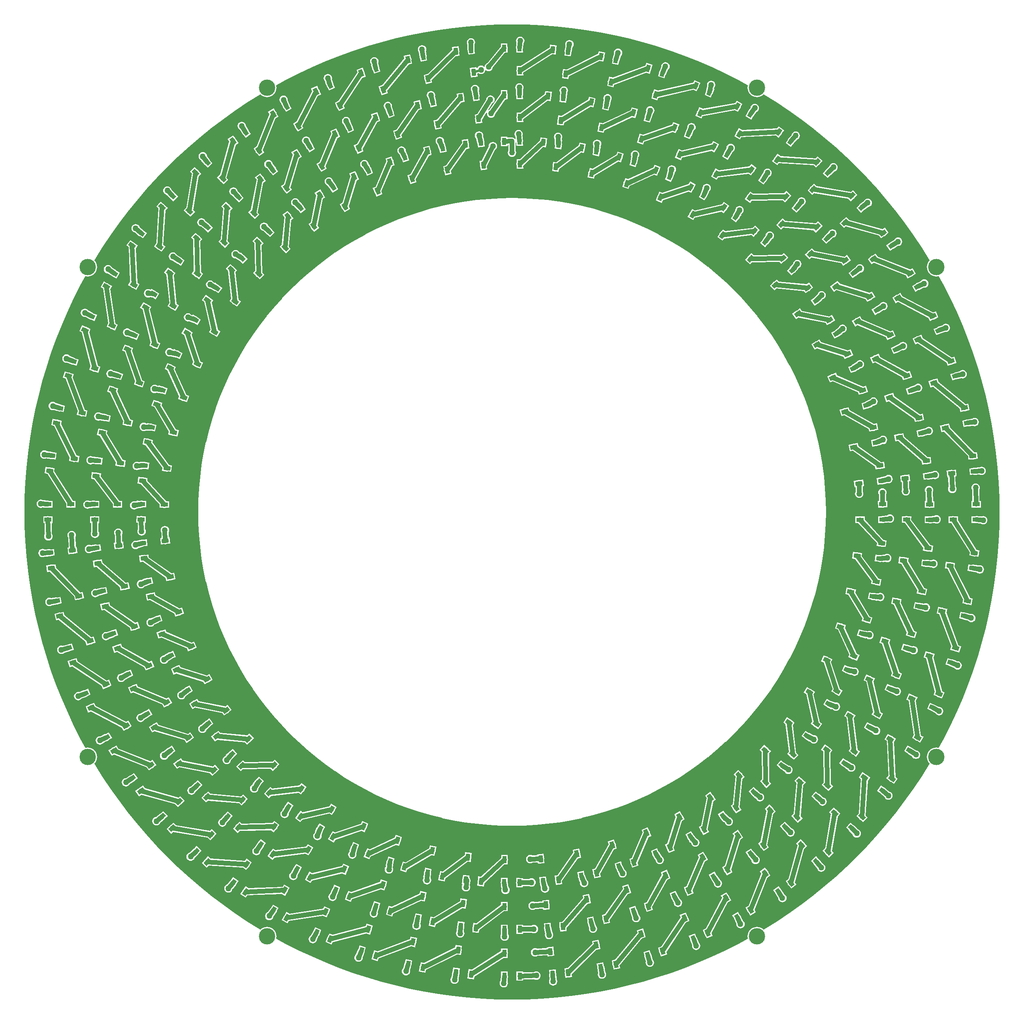
<source format=gtl>
G04 Layer_Physical_Order=1*
G04 Layer_Color=255*
%FSLAX42Y42*%
%MOMM*%
G71*
G01*
G75*
G04:AMPARAMS|DCode=10|XSize=1.5mm|YSize=0.9mm|CornerRadius=0mm|HoleSize=0mm|Usage=FLASHONLY|Rotation=90.933|XOffset=0mm|YOffset=0mm|HoleType=Round|Shape=Rectangle|*
%AMROTATEDRECTD10*
4,1,4,0.46,-0.74,-0.44,-0.76,-0.46,0.74,0.44,0.76,0.46,-0.74,0.0*
%
%ADD10ROTATEDRECTD10*%

G04:AMPARAMS|DCode=11|XSize=1.5mm|YSize=0.9mm|CornerRadius=0mm|HoleSize=0mm|Usage=FLASHONLY|Rotation=83.500|XOffset=0mm|YOffset=0mm|HoleType=Round|Shape=Rectangle|*
%AMROTATEDRECTD11*
4,1,4,0.36,-0.80,-0.53,-0.69,-0.36,0.80,0.53,0.69,0.36,-0.80,0.0*
%
%ADD11ROTATEDRECTD11*%

G04:AMPARAMS|DCode=12|XSize=1.5mm|YSize=0.9mm|CornerRadius=0mm|HoleSize=0mm|Usage=FLASHONLY|Rotation=77.809|XOffset=0mm|YOffset=0mm|HoleType=Round|Shape=Rectangle|*
%AMROTATEDRECTD12*
4,1,4,0.28,-0.83,-0.60,-0.64,-0.28,0.83,0.60,0.64,0.28,-0.83,0.0*
%
%ADD12ROTATEDRECTD12*%

G04:AMPARAMS|DCode=13|XSize=1.5mm|YSize=0.9mm|CornerRadius=0mm|HoleSize=0mm|Usage=FLASHONLY|Rotation=72.154|XOffset=0mm|YOffset=0mm|HoleType=Round|Shape=Rectangle|*
%AMROTATEDRECTD13*
4,1,4,0.20,-0.85,-0.66,-0.58,-0.20,0.85,0.66,0.58,0.20,-0.85,0.0*
%
%ADD13ROTATEDRECTD13*%

G04:AMPARAMS|DCode=14|XSize=1.5mm|YSize=0.9mm|CornerRadius=0mm|HoleSize=0mm|Usage=FLASHONLY|Rotation=72.154|XOffset=0mm|YOffset=0mm|HoleType=Round|Shape=Rectangle|*
%AMROTATEDRECTD14*
4,1,4,0.20,-0.85,-0.66,-0.58,-0.20,0.85,0.66,0.58,0.20,-0.85,0.0*
%
%ADD14ROTATEDRECTD14*%

G04:AMPARAMS|DCode=15|XSize=1.5mm|YSize=0.9mm|CornerRadius=0mm|HoleSize=0mm|Usage=FLASHONLY|Rotation=66.145|XOffset=0mm|YOffset=0mm|HoleType=Round|Shape=Rectangle|*
%AMROTATEDRECTD15*
4,1,4,0.11,-0.87,-0.71,-0.50,-0.11,0.87,0.71,0.50,0.11,-0.87,0.0*
%
%ADD15ROTATEDRECTD15*%

G04:AMPARAMS|DCode=16|XSize=1.5mm|YSize=0.9mm|CornerRadius=0mm|HoleSize=0mm|Usage=FLASHONLY|Rotation=60.534|XOffset=0mm|YOffset=0mm|HoleType=Round|Shape=Rectangle|*
%AMROTATEDRECTD16*
4,1,4,0.02,-0.87,-0.76,-0.43,-0.02,0.87,0.76,0.43,0.02,-0.87,0.0*
%
%ADD16ROTATEDRECTD16*%

G04:AMPARAMS|DCode=17|XSize=1.5mm|YSize=0.9mm|CornerRadius=0mm|HoleSize=0mm|Usage=FLASHONLY|Rotation=53.687|XOffset=0mm|YOffset=0mm|HoleType=Round|Shape=Rectangle|*
%AMROTATEDRECTD17*
4,1,4,-0.08,-0.87,-0.81,-0.34,0.08,0.87,0.81,0.34,-0.08,-0.87,0.0*
%
%ADD17ROTATEDRECTD17*%

G04:AMPARAMS|DCode=18|XSize=1.5mm|YSize=0.9mm|CornerRadius=0mm|HoleSize=0mm|Usage=FLASHONLY|Rotation=48.636|XOffset=0mm|YOffset=0mm|HoleType=Round|Shape=Rectangle|*
%AMROTATEDRECTD18*
4,1,4,-0.16,-0.86,-0.83,-0.27,0.16,0.86,0.83,0.27,-0.16,-0.86,0.0*
%
%ADD18ROTATEDRECTD18*%

G04:AMPARAMS|DCode=19|XSize=1.5mm|YSize=0.9mm|CornerRadius=0mm|HoleSize=0mm|Usage=FLASHONLY|Rotation=41.123|XOffset=0mm|YOffset=0mm|HoleType=Round|Shape=Rectangle|*
%AMROTATEDRECTD19*
4,1,4,-0.27,-0.83,-0.86,-0.15,0.27,0.83,0.86,0.15,-0.27,-0.83,0.0*
%
%ADD19ROTATEDRECTD19*%

G04:AMPARAMS|DCode=20|XSize=1.5mm|YSize=0.9mm|CornerRadius=0mm|HoleSize=0mm|Usage=FLASHONLY|Rotation=36.078|XOffset=0mm|YOffset=0mm|HoleType=Round|Shape=Rectangle|*
%AMROTATEDRECTD20*
4,1,4,-0.34,-0.81,-0.87,-0.08,0.34,0.81,0.87,0.08,-0.34,-0.81,0.0*
%
%ADD20ROTATEDRECTD20*%

G04:AMPARAMS|DCode=21|XSize=1.5mm|YSize=0.9mm|CornerRadius=0mm|HoleSize=0mm|Usage=FLASHONLY|Rotation=24.134|XOffset=0mm|YOffset=0mm|HoleType=Round|Shape=Rectangle|*
%AMROTATEDRECTD21*
4,1,4,-0.50,-0.72,-0.87,0.10,0.50,0.72,0.87,-0.10,-0.50,-0.72,0.0*
%
%ADD21ROTATEDRECTD21*%

G04:AMPARAMS|DCode=22|XSize=1.5mm|YSize=0.9mm|CornerRadius=0mm|HoleSize=0mm|Usage=FLASHONLY|Rotation=16.943|XOffset=0mm|YOffset=0mm|HoleType=Round|Shape=Rectangle|*
%AMROTATEDRECTD22*
4,1,4,-0.59,-0.65,-0.85,0.21,0.59,0.65,0.85,-0.21,-0.59,-0.65,0.0*
%
%ADD22ROTATEDRECTD22*%

G04:AMPARAMS|DCode=23|XSize=1.5mm|YSize=0.9mm|CornerRadius=0mm|HoleSize=0mm|Usage=FLASHONLY|Rotation=11.738|XOffset=0mm|YOffset=0mm|HoleType=Round|Shape=Rectangle|*
%AMROTATEDRECTD23*
4,1,4,-0.64,-0.59,-0.83,0.29,0.64,0.59,0.83,-0.29,-0.64,-0.59,0.0*
%
%ADD23ROTATEDRECTD23*%

G04:AMPARAMS|DCode=24|XSize=1.5mm|YSize=0.9mm|CornerRadius=0mm|HoleSize=0mm|Usage=FLASHONLY|Rotation=6.500|XOffset=0mm|YOffset=0mm|HoleType=Round|Shape=Rectangle|*
%AMROTATEDRECTD24*
4,1,4,-0.69,-0.53,-0.80,0.36,0.69,0.53,0.80,-0.36,-0.69,-0.53,0.0*
%
%ADD24ROTATEDRECTD24*%

G04:AMPARAMS|DCode=25|XSize=1.5mm|YSize=0.9mm|CornerRadius=0mm|HoleSize=0mm|Usage=FLASHONLY|Rotation=0.500|XOffset=0mm|YOffset=0mm|HoleType=Round|Shape=Rectangle|*
%AMROTATEDRECTD25*
4,1,4,-0.75,-0.46,-0.75,0.44,0.75,0.46,0.75,-0.44,-0.75,-0.46,0.0*
%
%ADD25ROTATEDRECTD25*%

G04:AMPARAMS|DCode=26|XSize=1.5mm|YSize=0.9mm|CornerRadius=0mm|HoleSize=0mm|Usage=FLASHONLY|Rotation=353.500|XOffset=0mm|YOffset=0mm|HoleType=Round|Shape=Rectangle|*
%AMROTATEDRECTD26*
4,1,4,-0.80,-0.36,-0.69,0.53,0.80,0.36,0.69,-0.53,-0.80,-0.36,0.0*
%
%ADD26ROTATEDRECTD26*%

G04:AMPARAMS|DCode=27|XSize=1.5mm|YSize=0.9mm|CornerRadius=0mm|HoleSize=0mm|Usage=FLASHONLY|Rotation=348.000|XOffset=0mm|YOffset=0mm|HoleType=Round|Shape=Rectangle|*
%AMROTATEDRECTD27*
4,1,4,-0.83,-0.28,-0.64,0.60,0.83,0.28,0.64,-0.60,-0.83,-0.28,0.0*
%
%ADD27ROTATEDRECTD27*%

G04:AMPARAMS|DCode=28|XSize=1.5mm|YSize=0.9mm|CornerRadius=0mm|HoleSize=0mm|Usage=FLASHONLY|Rotation=342.000|XOffset=0mm|YOffset=0mm|HoleType=Round|Shape=Rectangle|*
%AMROTATEDRECTD28*
4,1,4,-0.85,-0.20,-0.57,0.66,0.85,0.20,0.57,-0.66,-0.85,-0.20,0.0*
%
%ADD28ROTATEDRECTD28*%

G04:AMPARAMS|DCode=29|XSize=1.5mm|YSize=0.9mm|CornerRadius=0mm|HoleSize=0mm|Usage=FLASHONLY|Rotation=335.000|XOffset=0mm|YOffset=0mm|HoleType=Round|Shape=Rectangle|*
%AMROTATEDRECTD29*
4,1,4,-0.87,-0.09,-0.49,0.72,0.87,0.09,0.49,-0.72,-0.87,-0.09,0.0*
%
%ADD29ROTATEDRECTD29*%

G04:AMPARAMS|DCode=30|XSize=1.5mm|YSize=0.9mm|CornerRadius=0mm|HoleSize=0mm|Usage=FLASHONLY|Rotation=329.000|XOffset=0mm|YOffset=0mm|HoleType=Round|Shape=Rectangle|*
%AMROTATEDRECTD30*
4,1,4,-0.87,0.00,-0.41,0.77,0.87,-0.00,0.41,-0.77,-0.87,0.00,0.0*
%
%ADD30ROTATEDRECTD30*%

G04:AMPARAMS|DCode=31|XSize=1.5mm|YSize=0.9mm|CornerRadius=0mm|HoleSize=0mm|Usage=FLASHONLY|Rotation=323.500|XOffset=0mm|YOffset=0mm|HoleType=Round|Shape=Rectangle|*
%AMROTATEDRECTD31*
4,1,4,-0.87,0.08,-0.34,0.81,0.87,-0.08,0.34,-0.81,-0.87,0.08,0.0*
%
%ADD31ROTATEDRECTD31*%

G04:AMPARAMS|DCode=32|XSize=1.5mm|YSize=0.9mm|CornerRadius=0mm|HoleSize=0mm|Usage=FLASHONLY|Rotation=318.000|XOffset=0mm|YOffset=0mm|HoleType=Round|Shape=Rectangle|*
%AMROTATEDRECTD32*
4,1,4,-0.86,0.17,-0.26,0.84,0.86,-0.17,0.26,-0.84,-0.86,0.17,0.0*
%
%ADD32ROTATEDRECTD32*%

G04:AMPARAMS|DCode=33|XSize=1.5mm|YSize=0.9mm|CornerRadius=0mm|HoleSize=0mm|Usage=FLASHONLY|Rotation=311.500|XOffset=0mm|YOffset=0mm|HoleType=Round|Shape=Rectangle|*
%AMROTATEDRECTD33*
4,1,4,-0.83,0.26,-0.16,0.86,0.83,-0.26,0.16,-0.86,-0.83,0.26,0.0*
%
%ADD33ROTATEDRECTD33*%

G04:AMPARAMS|DCode=34|XSize=1.5mm|YSize=0.9mm|CornerRadius=0mm|HoleSize=0mm|Usage=FLASHONLY|Rotation=304.500|XOffset=0mm|YOffset=0mm|HoleType=Round|Shape=Rectangle|*
%AMROTATEDRECTD34*
4,1,4,-0.80,0.36,-0.05,0.87,0.80,-0.36,0.05,-0.87,-0.80,0.36,0.0*
%
%ADD34ROTATEDRECTD34*%

G04:AMPARAMS|DCode=35|XSize=1.5mm|YSize=0.9mm|CornerRadius=0mm|HoleSize=0mm|Usage=FLASHONLY|Rotation=299.000|XOffset=0mm|YOffset=0mm|HoleType=Round|Shape=Rectangle|*
%AMROTATEDRECTD35*
4,1,4,-0.76,0.44,0.03,0.87,0.76,-0.44,-0.03,-0.87,-0.76,0.44,0.0*
%
%ADD35ROTATEDRECTD35*%

G04:AMPARAMS|DCode=36|XSize=1.5mm|YSize=0.9mm|CornerRadius=0mm|HoleSize=0mm|Usage=FLASHONLY|Rotation=294.000|XOffset=0mm|YOffset=0mm|HoleType=Round|Shape=Rectangle|*
%AMROTATEDRECTD36*
4,1,4,-0.72,0.50,0.11,0.87,0.72,-0.50,-0.11,-0.87,-0.72,0.50,0.0*
%
%ADD36ROTATEDRECTD36*%

G04:AMPARAMS|DCode=37|XSize=1.5mm|YSize=0.9mm|CornerRadius=0mm|HoleSize=0mm|Usage=FLASHONLY|Rotation=287.500|XOffset=0mm|YOffset=0mm|HoleType=Round|Shape=Rectangle|*
%AMROTATEDRECTD37*
4,1,4,-0.65,0.58,0.20,0.85,0.65,-0.58,-0.20,-0.85,-0.65,0.58,0.0*
%
%ADD37ROTATEDRECTD37*%

G04:AMPARAMS|DCode=38|XSize=1.5mm|YSize=0.9mm|CornerRadius=0mm|HoleSize=0mm|Usage=FLASHONLY|Rotation=281.500|XOffset=0mm|YOffset=0mm|HoleType=Round|Shape=Rectangle|*
%AMROTATEDRECTD38*
4,1,4,-0.59,0.65,0.29,0.82,0.59,-0.65,-0.29,-0.82,-0.59,0.65,0.0*
%
%ADD38ROTATEDRECTD38*%

G04:AMPARAMS|DCode=39|XSize=1.5mm|YSize=0.9mm|CornerRadius=0mm|HoleSize=0mm|Usage=FLASHONLY|Rotation=276.000|XOffset=0mm|YOffset=0mm|HoleType=Round|Shape=Rectangle|*
%AMROTATEDRECTD39*
4,1,4,-0.53,0.70,0.37,0.79,0.53,-0.70,-0.37,-0.79,-0.53,0.70,0.0*
%
%ADD39ROTATEDRECTD39*%

G04:AMPARAMS|DCode=40|XSize=1.5mm|YSize=0.9mm|CornerRadius=0mm|HoleSize=0mm|Usage=FLASHONLY|Rotation=269.500|XOffset=0mm|YOffset=0mm|HoleType=Round|Shape=Rectangle|*
%AMROTATEDRECTD40*
4,1,4,-0.44,0.75,0.46,0.75,0.44,-0.75,-0.46,-0.75,-0.44,0.75,0.0*
%
%ADD40ROTATEDRECTD40*%

G04:AMPARAMS|DCode=41|XSize=1.5mm|YSize=0.9mm|CornerRadius=0mm|HoleSize=0mm|Usage=FLASHONLY|Rotation=239.500|XOffset=0mm|YOffset=0mm|HoleType=Round|Shape=Rectangle|*
%AMROTATEDRECTD41*
4,1,4,-0.01,0.87,0.77,0.42,0.01,-0.87,-0.77,-0.42,-0.01,0.87,0.0*
%
%ADD41ROTATEDRECTD41*%

G04:AMPARAMS|DCode=42|XSize=1.5mm|YSize=0.9mm|CornerRadius=0mm|HoleSize=0mm|Usage=FLASHONLY|Rotation=227.500|XOffset=0mm|YOffset=0mm|HoleType=Round|Shape=Rectangle|*
%AMROTATEDRECTD42*
4,1,4,0.17,0.86,0.84,0.25,-0.17,-0.86,-0.84,-0.25,0.17,0.86,0.0*
%
%ADD42ROTATEDRECTD42*%

G04:AMPARAMS|DCode=43|XSize=1.5mm|YSize=0.9mm|CornerRadius=0mm|HoleSize=0mm|Usage=FLASHONLY|Rotation=222.500|XOffset=0mm|YOffset=0mm|HoleType=Round|Shape=Rectangle|*
%AMROTATEDRECTD43*
4,1,4,0.25,0.84,0.86,0.17,-0.25,-0.84,-0.86,-0.17,0.25,0.84,0.0*
%
%ADD43ROTATEDRECTD43*%

G04:AMPARAMS|DCode=44|XSize=1.5mm|YSize=0.9mm|CornerRadius=0mm|HoleSize=0mm|Usage=FLASHONLY|Rotation=216.767|XOffset=0mm|YOffset=0mm|HoleType=Round|Shape=Rectangle|*
%AMROTATEDRECTD44*
4,1,4,0.33,0.81,0.87,0.09,-0.33,-0.81,-0.87,-0.09,0.33,0.81,0.0*
%
%ADD44ROTATEDRECTD44*%

G04:AMPARAMS|DCode=45|XSize=1.5mm|YSize=0.9mm|CornerRadius=0mm|HoleSize=0mm|Usage=FLASHONLY|Rotation=210.000|XOffset=0mm|YOffset=0mm|HoleType=Round|Shape=Rectangle|*
%AMROTATEDRECTD45*
4,1,4,0.42,0.76,0.87,-0.01,-0.42,-0.76,-0.87,0.01,0.42,0.76,0.0*
%
%ADD45ROTATEDRECTD45*%

G04:AMPARAMS|DCode=46|XSize=1.5mm|YSize=0.9mm|CornerRadius=0mm|HoleSize=0mm|Usage=FLASHONLY|Rotation=198.500|XOffset=0mm|YOffset=0mm|HoleType=Round|Shape=Rectangle|*
%AMROTATEDRECTD46*
4,1,4,0.57,0.66,0.85,-0.19,-0.57,-0.66,-0.85,0.19,0.57,0.66,0.0*
%
%ADD46ROTATEDRECTD46*%

G04:AMPARAMS|DCode=47|XSize=1.5mm|YSize=0.9mm|CornerRadius=0mm|HoleSize=0mm|Usage=FLASHONLY|Rotation=179.000|XOffset=0mm|YOffset=0mm|HoleType=Round|Shape=Rectangle|*
%AMROTATEDRECTD47*
4,1,4,0.76,0.44,0.74,-0.46,-0.76,-0.44,-0.74,0.46,0.76,0.44,0.0*
%
%ADD47ROTATEDRECTD47*%

G04:AMPARAMS|DCode=48|XSize=1.5mm|YSize=0.9mm|CornerRadius=0mm|HoleSize=0mm|Usage=FLASHONLY|Rotation=167.000|XOffset=0mm|YOffset=0mm|HoleType=Round|Shape=Rectangle|*
%AMROTATEDRECTD48*
4,1,4,0.83,0.27,0.63,-0.61,-0.83,-0.27,-0.63,0.61,0.83,0.27,0.0*
%
%ADD48ROTATEDRECTD48*%

G04:AMPARAMS|DCode=49|XSize=1.5mm|YSize=0.9mm|CornerRadius=0mm|HoleSize=0mm|Usage=FLASHONLY|Rotation=160.500|XOffset=0mm|YOffset=0mm|HoleType=Round|Shape=Rectangle|*
%AMROTATEDRECTD49*
4,1,4,0.86,0.17,0.56,-0.67,-0.86,-0.17,-0.56,0.67,0.86,0.17,0.0*
%
%ADD49ROTATEDRECTD49*%

G04:AMPARAMS|DCode=50|XSize=1.5mm|YSize=0.9mm|CornerRadius=0mm|HoleSize=0mm|Usage=FLASHONLY|Rotation=154.500|XOffset=0mm|YOffset=0mm|HoleType=Round|Shape=Rectangle|*
%AMROTATEDRECTD50*
4,1,4,0.87,0.08,0.48,-0.73,-0.87,-0.08,-0.48,0.73,0.87,0.08,0.0*
%
%ADD50ROTATEDRECTD50*%

G04:AMPARAMS|DCode=51|XSize=1.5mm|YSize=0.9mm|CornerRadius=0mm|HoleSize=0mm|Usage=FLASHONLY|Rotation=148.500|XOffset=0mm|YOffset=0mm|HoleType=Round|Shape=Rectangle|*
%AMROTATEDRECTD51*
4,1,4,0.87,-0.01,0.40,-0.78,-0.87,0.01,-0.40,0.78,0.87,-0.01,0.0*
%
%ADD51ROTATEDRECTD51*%

G04:AMPARAMS|DCode=52|XSize=1.5mm|YSize=0.9mm|CornerRadius=0mm|HoleSize=0mm|Usage=FLASHONLY|Rotation=137.000|XOffset=0mm|YOffset=0mm|HoleType=Round|Shape=Rectangle|*
%AMROTATEDRECTD52*
4,1,4,0.86,-0.18,0.24,-0.84,-0.86,0.18,-0.24,0.84,0.86,-0.18,0.0*
%
%ADD52ROTATEDRECTD52*%

G04:AMPARAMS|DCode=53|XSize=1.5mm|YSize=0.9mm|CornerRadius=0mm|HoleSize=0mm|Usage=FLASHONLY|Rotation=134.500|XOffset=0mm|YOffset=0mm|HoleType=Round|Shape=Rectangle|*
%AMROTATEDRECTD53*
4,1,4,0.85,-0.22,0.20,-0.85,-0.85,0.22,-0.20,0.85,0.85,-0.22,0.0*
%
%ADD53ROTATEDRECTD53*%

G04:AMPARAMS|DCode=54|XSize=1.5mm|YSize=0.9mm|CornerRadius=0mm|HoleSize=0mm|Usage=FLASHONLY|Rotation=126.000|XOffset=0mm|YOffset=0mm|HoleType=Round|Shape=Rectangle|*
%AMROTATEDRECTD54*
4,1,4,0.80,-0.34,0.08,-0.87,-0.80,0.34,-0.08,0.87,0.80,-0.34,0.0*
%
%ADD54ROTATEDRECTD54*%

G04:AMPARAMS|DCode=55|XSize=1.5mm|YSize=0.9mm|CornerRadius=0mm|HoleSize=0mm|Usage=FLASHONLY|Rotation=121.500|XOffset=0mm|YOffset=0mm|HoleType=Round|Shape=Rectangle|*
%AMROTATEDRECTD55*
4,1,4,0.78,-0.40,0.01,-0.87,-0.78,0.40,-0.01,0.87,0.78,-0.40,0.0*
%
%ADD55ROTATEDRECTD55*%

G04:AMPARAMS|DCode=56|XSize=1.5mm|YSize=0.9mm|CornerRadius=0mm|HoleSize=0mm|Usage=FLASHONLY|Rotation=91.000|XOffset=0mm|YOffset=0mm|HoleType=Round|Shape=Rectangle|*
%AMROTATEDRECTD56*
4,1,4,0.46,-0.74,-0.44,-0.76,-0.46,0.74,0.44,0.76,0.46,-0.74,0.0*
%
%ADD56ROTATEDRECTD56*%

G04:AMPARAMS|DCode=57|XSize=1.5mm|YSize=0.9mm|CornerRadius=0mm|HoleSize=0mm|Usage=FLASHONLY|Rotation=84.000|XOffset=0mm|YOffset=0mm|HoleType=Round|Shape=Rectangle|*
%AMROTATEDRECTD57*
4,1,4,0.37,-0.79,-0.53,-0.70,-0.37,0.79,0.53,0.70,0.37,-0.79,0.0*
%
%ADD57ROTATEDRECTD57*%

G04:AMPARAMS|DCode=58|XSize=1.5mm|YSize=0.9mm|CornerRadius=0mm|HoleSize=0mm|Usage=FLASHONLY|Rotation=78.000|XOffset=0mm|YOffset=0mm|HoleType=Round|Shape=Rectangle|*
%AMROTATEDRECTD58*
4,1,4,0.28,-0.83,-0.60,-0.64,-0.28,0.83,0.60,0.64,0.28,-0.83,0.0*
%
%ADD58ROTATEDRECTD58*%

G04:AMPARAMS|DCode=59|XSize=1.5mm|YSize=0.9mm|CornerRadius=0mm|HoleSize=0mm|Usage=FLASHONLY|Rotation=73.000|XOffset=0mm|YOffset=0mm|HoleType=Round|Shape=Rectangle|*
%AMROTATEDRECTD59*
4,1,4,0.21,-0.85,-0.65,-0.59,-0.21,0.85,0.65,0.59,0.21,-0.85,0.0*
%
%ADD59ROTATEDRECTD59*%

G04:AMPARAMS|DCode=60|XSize=1.5mm|YSize=0.9mm|CornerRadius=0mm|HoleSize=0mm|Usage=FLASHONLY|Rotation=67.000|XOffset=0mm|YOffset=0mm|HoleType=Round|Shape=Rectangle|*
%AMROTATEDRECTD60*
4,1,4,0.12,-0.87,-0.71,-0.51,-0.12,0.87,0.71,0.51,0.12,-0.87,0.0*
%
%ADD60ROTATEDRECTD60*%

G04:AMPARAMS|DCode=61|XSize=1.5mm|YSize=0.9mm|CornerRadius=0mm|HoleSize=0mm|Usage=FLASHONLY|Rotation=61.000|XOffset=0mm|YOffset=0mm|HoleType=Round|Shape=Rectangle|*
%AMROTATEDRECTD61*
4,1,4,0.03,-0.87,-0.76,-0.44,-0.03,0.87,0.76,0.44,0.03,-0.87,0.0*
%
%ADD61ROTATEDRECTD61*%

G04:AMPARAMS|DCode=62|XSize=1.5mm|YSize=0.9mm|CornerRadius=0mm|HoleSize=0mm|Usage=FLASHONLY|Rotation=54.000|XOffset=0mm|YOffset=0mm|HoleType=Round|Shape=Rectangle|*
%AMROTATEDRECTD62*
4,1,4,-0.08,-0.87,-0.80,-0.34,0.08,0.87,0.80,0.34,-0.08,-0.87,0.0*
%
%ADD62ROTATEDRECTD62*%

G04:AMPARAMS|DCode=63|XSize=1.5mm|YSize=0.9mm|CornerRadius=0mm|HoleSize=0mm|Usage=FLASHONLY|Rotation=43.000|XOffset=0mm|YOffset=0mm|HoleType=Round|Shape=Rectangle|*
%AMROTATEDRECTD63*
4,1,4,-0.24,-0.84,-0.86,-0.18,0.24,0.84,0.86,0.18,-0.24,-0.84,0.0*
%
%ADD63ROTATEDRECTD63*%

G04:AMPARAMS|DCode=64|XSize=1.5mm|YSize=0.9mm|CornerRadius=0mm|HoleSize=0mm|Usage=FLASHONLY|Rotation=36.500|XOffset=0mm|YOffset=0mm|HoleType=Round|Shape=Rectangle|*
%AMROTATEDRECTD64*
4,1,4,-0.34,-0.81,-0.87,-0.08,0.34,0.81,0.87,0.08,-0.34,-0.81,0.0*
%
%ADD64ROTATEDRECTD64*%

G04:AMPARAMS|DCode=65|XSize=1.5mm|YSize=0.9mm|CornerRadius=0mm|HoleSize=0mm|Usage=FLASHONLY|Rotation=24.500|XOffset=0mm|YOffset=0mm|HoleType=Round|Shape=Rectangle|*
%AMROTATEDRECTD65*
4,1,4,-0.50,-0.72,-0.87,0.10,0.50,0.72,0.87,-0.10,-0.50,-0.72,0.0*
%
%ADD65ROTATEDRECTD65*%

G04:AMPARAMS|DCode=66|XSize=1.5mm|YSize=0.9mm|CornerRadius=0mm|HoleSize=0mm|Usage=FLASHONLY|Rotation=11.000|XOffset=0mm|YOffset=0mm|HoleType=Round|Shape=Rectangle|*
%AMROTATEDRECTD66*
4,1,4,-0.65,-0.58,-0.82,0.30,0.65,0.58,0.82,-0.30,-0.65,-0.58,0.0*
%
%ADD66ROTATEDRECTD66*%

G04:AMPARAMS|DCode=67|XSize=1.5mm|YSize=0.9mm|CornerRadius=0mm|HoleSize=0mm|Usage=FLASHONLY|Rotation=6.000|XOffset=0mm|YOffset=0mm|HoleType=Round|Shape=Rectangle|*
%AMROTATEDRECTD67*
4,1,4,-0.70,-0.53,-0.79,0.37,0.70,0.53,0.79,-0.37,-0.70,-0.53,0.0*
%
%ADD67ROTATEDRECTD67*%

G04:AMPARAMS|DCode=68|XSize=1.5mm|YSize=0.9mm|CornerRadius=0mm|HoleSize=0mm|Usage=FLASHONLY|Rotation=359.500|XOffset=0mm|YOffset=0mm|HoleType=Round|Shape=Rectangle|*
%AMROTATEDRECTD68*
4,1,4,-0.75,-0.44,-0.75,0.46,0.75,0.44,0.75,-0.46,-0.75,-0.44,0.0*
%
%ADD68ROTATEDRECTD68*%

G04:AMPARAMS|DCode=69|XSize=1.5mm|YSize=0.9mm|CornerRadius=0mm|HoleSize=0mm|Usage=FLASHONLY|Rotation=348.000|XOffset=0mm|YOffset=0mm|HoleType=Round|Shape=Rectangle|*
%AMROTATEDRECTD69*
4,1,4,-0.83,-0.28,-0.64,0.60,0.83,0.28,0.64,-0.60,-0.83,-0.28,0.0*
%
%ADD69ROTATEDRECTD69*%

G04:AMPARAMS|DCode=70|XSize=1.5mm|YSize=0.9mm|CornerRadius=0mm|HoleSize=0mm|Usage=FLASHONLY|Rotation=335.751|XOffset=0mm|YOffset=0mm|HoleType=Round|Shape=Rectangle|*
%AMROTATEDRECTD70*
4,1,4,-0.87,-0.10,-0.50,0.72,0.87,0.10,0.50,-0.72,-0.87,-0.10,0.0*
%
%ADD70ROTATEDRECTD70*%

G04:AMPARAMS|DCode=71|XSize=1.5mm|YSize=0.9mm|CornerRadius=0mm|HoleSize=0mm|Usage=FLASHONLY|Rotation=329.500|XOffset=0mm|YOffset=0mm|HoleType=Round|Shape=Rectangle|*
%AMROTATEDRECTD71*
4,1,4,-0.87,-0.01,-0.42,0.77,0.87,0.01,0.42,-0.77,-0.87,-0.01,0.0*
%
%ADD71ROTATEDRECTD71*%

G04:AMPARAMS|DCode=72|XSize=1.5mm|YSize=0.9mm|CornerRadius=0mm|HoleSize=0mm|Usage=FLASHONLY|Rotation=323.000|XOffset=0mm|YOffset=0mm|HoleType=Round|Shape=Rectangle|*
%AMROTATEDRECTD72*
4,1,4,-0.87,0.09,-0.33,0.81,0.87,-0.09,0.33,-0.81,-0.87,0.09,0.0*
%
%ADD72ROTATEDRECTD72*%

G04:AMPARAMS|DCode=73|XSize=1.5mm|YSize=0.9mm|CornerRadius=0mm|HoleSize=0mm|Usage=FLASHONLY|Rotation=318.000|XOffset=0mm|YOffset=0mm|HoleType=Round|Shape=Rectangle|*
%AMROTATEDRECTD73*
4,1,4,-0.86,0.17,-0.26,0.84,0.86,-0.17,0.26,-0.84,-0.86,0.17,0.0*
%
%ADD73ROTATEDRECTD73*%

G04:AMPARAMS|DCode=74|XSize=1.5mm|YSize=0.9mm|CornerRadius=0mm|HoleSize=0mm|Usage=FLASHONLY|Rotation=305.000|XOffset=0mm|YOffset=0mm|HoleType=Round|Shape=Rectangle|*
%AMROTATEDRECTD74*
4,1,4,-0.80,0.36,-0.06,0.87,0.80,-0.36,0.06,-0.87,-0.80,0.36,0.0*
%
%ADD74ROTATEDRECTD74*%

G04:AMPARAMS|DCode=75|XSize=1.5mm|YSize=0.9mm|CornerRadius=0mm|HoleSize=0mm|Usage=FLASHONLY|Rotation=299.432|XOffset=0mm|YOffset=0mm|HoleType=Round|Shape=Rectangle|*
%AMROTATEDRECTD75*
4,1,4,-0.76,0.43,0.02,0.87,0.76,-0.43,-0.02,-0.87,-0.76,0.43,0.0*
%
%ADD75ROTATEDRECTD75*%

G04:AMPARAMS|DCode=76|XSize=1.5mm|YSize=0.9mm|CornerRadius=0mm|HoleSize=0mm|Usage=FLASHONLY|Rotation=293.000|XOffset=0mm|YOffset=0mm|HoleType=Round|Shape=Rectangle|*
%AMROTATEDRECTD76*
4,1,4,-0.71,0.51,0.12,0.87,0.71,-0.51,-0.12,-0.87,-0.71,0.51,0.0*
%
%ADD76ROTATEDRECTD76*%

G04:AMPARAMS|DCode=77|XSize=1.5mm|YSize=0.9mm|CornerRadius=0mm|HoleSize=0mm|Usage=FLASHONLY|Rotation=288.000|XOffset=0mm|YOffset=0mm|HoleType=Round|Shape=Rectangle|*
%AMROTATEDRECTD77*
4,1,4,-0.66,0.57,0.20,0.85,0.66,-0.57,-0.20,-0.85,-0.66,0.57,0.0*
%
%ADD77ROTATEDRECTD77*%

G04:AMPARAMS|DCode=78|XSize=1.5mm|YSize=0.9mm|CornerRadius=0mm|HoleSize=0mm|Usage=FLASHONLY|Rotation=280.500|XOffset=0mm|YOffset=0mm|HoleType=Round|Shape=Rectangle|*
%AMROTATEDRECTD78*
4,1,4,-0.58,0.66,0.31,0.82,0.58,-0.66,-0.31,-0.82,-0.58,0.66,0.0*
%
%ADD78ROTATEDRECTD78*%

G04:AMPARAMS|DCode=79|XSize=1.5mm|YSize=0.9mm|CornerRadius=0mm|HoleSize=0mm|Usage=FLASHONLY|Rotation=274.000|XOffset=0mm|YOffset=0mm|HoleType=Round|Shape=Rectangle|*
%AMROTATEDRECTD79*
4,1,4,-0.50,0.72,0.40,0.78,0.50,-0.72,-0.40,-0.78,-0.50,0.72,0.0*
%
%ADD79ROTATEDRECTD79*%

%ADD80R,0.90X1.50*%
G04:AMPARAMS|DCode=81|XSize=1.5mm|YSize=0.9mm|CornerRadius=0mm|HoleSize=0mm|Usage=FLASHONLY|Rotation=240.000|XOffset=0mm|YOffset=0mm|HoleType=Round|Shape=Rectangle|*
%AMROTATEDRECTD81*
4,1,4,-0.01,0.87,0.76,0.42,0.01,-0.87,-0.76,-0.42,-0.01,0.87,0.0*
%
%ADD81ROTATEDRECTD81*%

G04:AMPARAMS|DCode=82|XSize=1.5mm|YSize=0.9mm|CornerRadius=0mm|HoleSize=0mm|Usage=FLASHONLY|Rotation=228.500|XOffset=0mm|YOffset=0mm|HoleType=Round|Shape=Rectangle|*
%AMROTATEDRECTD82*
4,1,4,0.16,0.86,0.83,0.26,-0.16,-0.86,-0.83,-0.26,0.16,0.86,0.0*
%
%ADD82ROTATEDRECTD82*%

G04:AMPARAMS|DCode=83|XSize=1.5mm|YSize=0.9mm|CornerRadius=0mm|HoleSize=0mm|Usage=FLASHONLY|Rotation=210.500|XOffset=0mm|YOffset=0mm|HoleType=Round|Shape=Rectangle|*
%AMROTATEDRECTD83*
4,1,4,0.42,0.77,0.87,-0.01,-0.42,-0.77,-0.87,0.01,0.42,0.77,0.0*
%
%ADD83ROTATEDRECTD83*%

G04:AMPARAMS|DCode=84|XSize=1.5mm|YSize=0.9mm|CornerRadius=0mm|HoleSize=0mm|Usage=FLASHONLY|Rotation=203.000|XOffset=0mm|YOffset=0mm|HoleType=Round|Shape=Rectangle|*
%AMROTATEDRECTD84*
4,1,4,0.51,0.71,0.87,-0.12,-0.51,-0.71,-0.87,0.12,0.51,0.71,0.0*
%
%ADD84ROTATEDRECTD84*%

G04:AMPARAMS|DCode=85|XSize=1.5mm|YSize=0.9mm|CornerRadius=0mm|HoleSize=0mm|Usage=FLASHONLY|Rotation=161.000|XOffset=0mm|YOffset=0mm|HoleType=Round|Shape=Rectangle|*
%AMROTATEDRECTD85*
4,1,4,0.86,0.18,0.56,-0.67,-0.86,-0.18,-0.56,0.67,0.86,0.18,0.0*
%
%ADD85ROTATEDRECTD85*%

G04:AMPARAMS|DCode=86|XSize=1.5mm|YSize=0.9mm|CornerRadius=0mm|HoleSize=0mm|Usage=FLASHONLY|Rotation=133.500|XOffset=0mm|YOffset=0mm|HoleType=Round|Shape=Rectangle|*
%AMROTATEDRECTD86*
4,1,4,0.84,-0.23,0.19,-0.85,-0.84,0.23,-0.19,0.85,0.84,-0.23,0.0*
%
%ADD86ROTATEDRECTD86*%

G04:AMPARAMS|DCode=87|XSize=1.5mm|YSize=0.9mm|CornerRadius=0mm|HoleSize=0mm|Usage=FLASHONLY|Rotation=127.000|XOffset=0mm|YOffset=0mm|HoleType=Round|Shape=Rectangle|*
%AMROTATEDRECTD87*
4,1,4,0.81,-0.33,0.09,-0.87,-0.81,0.33,-0.09,0.87,0.81,-0.33,0.0*
%
%ADD87ROTATEDRECTD87*%

G04:AMPARAMS|DCode=88|XSize=1.5mm|YSize=0.9mm|CornerRadius=0mm|HoleSize=0mm|Usage=FLASHONLY|Rotation=121.000|XOffset=0mm|YOffset=0mm|HoleType=Round|Shape=Rectangle|*
%AMROTATEDRECTD88*
4,1,4,0.77,-0.41,0.00,-0.87,-0.77,0.41,-0.00,0.87,0.77,-0.41,0.0*
%
%ADD88ROTATEDRECTD88*%

G04:AMPARAMS|DCode=89|XSize=1.5mm|YSize=0.9mm|CornerRadius=0mm|HoleSize=0mm|Usage=FLASHONLY|Rotation=109.000|XOffset=0mm|YOffset=0mm|HoleType=Round|Shape=Rectangle|*
%AMROTATEDRECTD89*
4,1,4,0.67,-0.56,-0.18,-0.86,-0.67,0.56,0.18,0.86,0.67,-0.56,0.0*
%
%ADD89ROTATEDRECTD89*%

G04:AMPARAMS|DCode=90|XSize=1.5mm|YSize=0.9mm|CornerRadius=0mm|HoleSize=0mm|Usage=FLASHONLY|Rotation=66.250|XOffset=0mm|YOffset=0mm|HoleType=Round|Shape=Rectangle|*
%AMROTATEDRECTD90*
4,1,4,0.11,-0.87,-0.71,-0.51,-0.11,0.87,0.71,0.51,0.11,-0.87,0.0*
%
%ADD90ROTATEDRECTD90*%

G04:AMPARAMS|DCode=91|XSize=1.5mm|YSize=0.9mm|CornerRadius=0mm|HoleSize=0mm|Usage=FLASHONLY|Rotation=53.500|XOffset=0mm|YOffset=0mm|HoleType=Round|Shape=Rectangle|*
%AMROTATEDRECTD91*
4,1,4,-0.08,-0.87,-0.81,-0.34,0.08,0.87,0.81,0.34,-0.08,-0.87,0.0*
%
%ADD91ROTATEDRECTD91*%

G04:AMPARAMS|DCode=92|XSize=1.5mm|YSize=0.9mm|CornerRadius=0mm|HoleSize=0mm|Usage=FLASHONLY|Rotation=36.000|XOffset=0mm|YOffset=0mm|HoleType=Round|Shape=Rectangle|*
%AMROTATEDRECTD92*
4,1,4,-0.34,-0.80,-0.87,-0.08,0.34,0.80,0.87,0.08,-0.34,-0.80,0.0*
%
%ADD92ROTATEDRECTD92*%

G04:AMPARAMS|DCode=93|XSize=1.5mm|YSize=0.9mm|CornerRadius=0mm|HoleSize=0mm|Usage=FLASHONLY|Rotation=24.113|XOffset=0mm|YOffset=0mm|HoleType=Round|Shape=Rectangle|*
%AMROTATEDRECTD93*
4,1,4,-0.50,-0.72,-0.87,0.10,0.50,0.72,0.87,-0.10,-0.50,-0.72,0.0*
%
%ADD93ROTATEDRECTD93*%

G04:AMPARAMS|DCode=94|XSize=1.5mm|YSize=0.9mm|CornerRadius=0mm|HoleSize=0mm|Usage=FLASHONLY|Rotation=12.500|XOffset=0mm|YOffset=0mm|HoleType=Round|Shape=Rectangle|*
%AMROTATEDRECTD94*
4,1,4,-0.63,-0.60,-0.83,0.28,0.63,0.60,0.83,-0.28,-0.63,-0.60,0.0*
%
%ADD94ROTATEDRECTD94*%

G04:AMPARAMS|DCode=95|XSize=1.5mm|YSize=0.9mm|CornerRadius=0mm|HoleSize=0mm|Usage=FLASHONLY|Rotation=5.500|XOffset=0mm|YOffset=0mm|HoleType=Round|Shape=Rectangle|*
%AMROTATEDRECTD95*
4,1,4,-0.70,-0.52,-0.79,0.38,0.70,0.52,0.79,-0.38,-0.70,-0.52,0.0*
%
%ADD95ROTATEDRECTD95*%

%ADD96R,1.50X0.90*%
G04:AMPARAMS|DCode=97|XSize=1.5mm|YSize=0.9mm|CornerRadius=0mm|HoleSize=0mm|Usage=FLASHONLY|Rotation=348.000|XOffset=0mm|YOffset=0mm|HoleType=Round|Shape=Rectangle|*
%AMROTATEDRECTD97*
4,1,4,-0.83,-0.28,-0.64,0.60,0.83,0.28,0.64,-0.60,-0.83,-0.28,0.0*
%
%ADD97ROTATEDRECTD97*%

G04:AMPARAMS|DCode=98|XSize=1.5mm|YSize=0.9mm|CornerRadius=0mm|HoleSize=0mm|Usage=FLASHONLY|Rotation=342.000|XOffset=0mm|YOffset=0mm|HoleType=Round|Shape=Rectangle|*
%AMROTATEDRECTD98*
4,1,4,-0.85,-0.20,-0.57,0.66,0.85,0.20,0.57,-0.66,-0.85,-0.20,0.0*
%
%ADD98ROTATEDRECTD98*%

G04:AMPARAMS|DCode=99|XSize=1.5mm|YSize=0.9mm|CornerRadius=0mm|HoleSize=0mm|Usage=FLASHONLY|Rotation=335.990|XOffset=0mm|YOffset=0mm|HoleType=Round|Shape=Rectangle|*
%AMROTATEDRECTD99*
4,1,4,-0.87,-0.11,-0.50,0.72,0.87,0.11,0.50,-0.72,-0.87,-0.11,0.0*
%
%ADD99ROTATEDRECTD99*%

G04:AMPARAMS|DCode=100|XSize=1.5mm|YSize=0.9mm|CornerRadius=0mm|HoleSize=0mm|Usage=FLASHONLY|Rotation=329.500|XOffset=0mm|YOffset=0mm|HoleType=Round|Shape=Rectangle|*
%AMROTATEDRECTD100*
4,1,4,-0.87,-0.01,-0.42,0.77,0.87,0.01,0.42,-0.77,-0.87,-0.01,0.0*
%
%ADD100ROTATEDRECTD100*%

G04:AMPARAMS|DCode=101|XSize=1.5mm|YSize=0.9mm|CornerRadius=0mm|HoleSize=0mm|Usage=FLASHONLY|Rotation=324.000|XOffset=0mm|YOffset=0mm|HoleType=Round|Shape=Rectangle|*
%AMROTATEDRECTD101*
4,1,4,-0.87,0.08,-0.34,0.80,0.87,-0.08,0.34,-0.80,-0.87,0.08,0.0*
%
%ADD101ROTATEDRECTD101*%

G04:AMPARAMS|DCode=102|XSize=1.5mm|YSize=0.9mm|CornerRadius=0mm|HoleSize=0mm|Usage=FLASHONLY|Rotation=300.239|XOffset=0mm|YOffset=0mm|HoleType=Round|Shape=Rectangle|*
%AMROTATEDRECTD102*
4,1,4,-0.77,0.42,0.01,0.87,0.77,-0.42,-0.01,-0.87,-0.77,0.42,0.0*
%
%ADD102ROTATEDRECTD102*%

G04:AMPARAMS|DCode=103|XSize=1.5mm|YSize=0.9mm|CornerRadius=0mm|HoleSize=0mm|Usage=FLASHONLY|Rotation=293.500|XOffset=0mm|YOffset=0mm|HoleType=Round|Shape=Rectangle|*
%AMROTATEDRECTD103*
4,1,4,-0.71,0.51,0.11,0.87,0.71,-0.51,-0.11,-0.87,-0.71,0.51,0.0*
%
%ADD103ROTATEDRECTD103*%

G04:AMPARAMS|DCode=104|XSize=1.5mm|YSize=0.9mm|CornerRadius=0mm|HoleSize=0mm|Usage=FLASHONLY|Rotation=287.000|XOffset=0mm|YOffset=0mm|HoleType=Round|Shape=Rectangle|*
%AMROTATEDRECTD104*
4,1,4,-0.65,0.59,0.21,0.85,0.65,-0.59,-0.21,-0.85,-0.65,0.59,0.0*
%
%ADD104ROTATEDRECTD104*%

G04:AMPARAMS|DCode=105|XSize=1.5mm|YSize=0.9mm|CornerRadius=0mm|HoleSize=0mm|Usage=FLASHONLY|Rotation=270.109|XOffset=0mm|YOffset=0mm|HoleType=Round|Shape=Rectangle|*
%AMROTATEDRECTD105*
4,1,4,-0.45,0.75,0.45,0.75,0.45,-0.75,-0.45,-0.75,-0.45,0.75,0.0*
%
%ADD105ROTATEDRECTD105*%

G04:AMPARAMS|DCode=106|XSize=1.5mm|YSize=0.9mm|CornerRadius=0mm|HoleSize=0mm|Usage=FLASHONLY|Rotation=228.000|XOffset=0mm|YOffset=0mm|HoleType=Round|Shape=Rectangle|*
%AMROTATEDRECTD106*
4,1,4,0.17,0.86,0.84,0.26,-0.17,-0.86,-0.84,-0.26,0.17,0.86,0.0*
%
%ADD106ROTATEDRECTD106*%

G04:AMPARAMS|DCode=107|XSize=1.5mm|YSize=0.9mm|CornerRadius=0mm|HoleSize=0mm|Usage=FLASHONLY|Rotation=222.000|XOffset=0mm|YOffset=0mm|HoleType=Round|Shape=Rectangle|*
%AMROTATEDRECTD107*
4,1,4,0.26,0.84,0.86,0.17,-0.26,-0.84,-0.86,-0.17,0.26,0.84,0.0*
%
%ADD107ROTATEDRECTD107*%

G04:AMPARAMS|DCode=108|XSize=1.5mm|YSize=0.9mm|CornerRadius=0mm|HoleSize=0mm|Usage=FLASHONLY|Rotation=210.500|XOffset=0mm|YOffset=0mm|HoleType=Round|Shape=Rectangle|*
%AMROTATEDRECTD108*
4,1,4,0.42,0.77,0.87,-0.01,-0.42,-0.77,-0.87,0.01,0.42,0.77,0.0*
%
%ADD108ROTATEDRECTD108*%

G04:AMPARAMS|DCode=109|XSize=1.5mm|YSize=0.9mm|CornerRadius=0mm|HoleSize=0mm|Usage=FLASHONLY|Rotation=198.000|XOffset=0mm|YOffset=0mm|HoleType=Round|Shape=Rectangle|*
%AMROTATEDRECTD109*
4,1,4,0.57,0.66,0.85,-0.20,-0.57,-0.66,-0.85,0.20,0.57,0.66,0.0*
%
%ADD109ROTATEDRECTD109*%

G04:AMPARAMS|DCode=110|XSize=1.5mm|YSize=0.9mm|CornerRadius=0mm|HoleSize=0mm|Usage=FLASHONLY|Rotation=121.000|XOffset=0mm|YOffset=0mm|HoleType=Round|Shape=Rectangle|*
%AMROTATEDRECTD110*
4,1,4,0.77,-0.41,0.00,-0.87,-0.77,0.41,-0.00,0.87,0.77,-0.41,0.0*
%
%ADD110ROTATEDRECTD110*%

G04:AMPARAMS|DCode=111|XSize=1.5mm|YSize=0.9mm|CornerRadius=0mm|HoleSize=0mm|Usage=FLASHONLY|Rotation=353.000|XOffset=0mm|YOffset=0mm|HoleType=Round|Shape=Rectangle|*
%AMROTATEDRECTD111*
4,1,4,-0.80,-0.36,-0.69,0.54,0.80,0.36,0.69,-0.54,-0.80,-0.36,0.0*
%
%ADD111ROTATEDRECTD111*%

G04:AMPARAMS|DCode=112|XSize=1.5mm|YSize=0.9mm|CornerRadius=0mm|HoleSize=0mm|Usage=FLASHONLY|Rotation=115.500|XOffset=0mm|YOffset=0mm|HoleType=Round|Shape=Rectangle|*
%AMROTATEDRECTD112*
4,1,4,0.73,-0.48,-0.08,-0.87,-0.73,0.48,0.08,0.87,0.73,-0.48,0.0*
%
%ADD112ROTATEDRECTD112*%

G04:AMPARAMS|DCode=113|XSize=1.5mm|YSize=0.9mm|CornerRadius=0mm|HoleSize=0mm|Usage=FLASHONLY|Rotation=172.500|XOffset=0mm|YOffset=0mm|HoleType=Round|Shape=Rectangle|*
%AMROTATEDRECTD113*
4,1,4,0.80,0.35,0.68,-0.54,-0.80,-0.35,-0.68,0.54,0.80,0.35,0.0*
%
%ADD113ROTATEDRECTD113*%

G04:AMPARAMS|DCode=114|XSize=1.5mm|YSize=0.9mm|CornerRadius=0mm|HoleSize=0mm|Usage=FLASHONLY|Rotation=72.500|XOffset=0mm|YOffset=0mm|HoleType=Round|Shape=Rectangle|*
%AMROTATEDRECTD114*
4,1,4,0.20,-0.85,-0.65,-0.58,-0.20,0.85,0.65,0.58,0.20,-0.85,0.0*
%
%ADD114ROTATEDRECTD114*%

G04:AMPARAMS|DCode=115|XSize=1.5mm|YSize=0.9mm|CornerRadius=0mm|HoleSize=0mm|Usage=FLASHONLY|Rotation=29.435|XOffset=0mm|YOffset=0mm|HoleType=Round|Shape=Rectangle|*
%AMROTATEDRECTD115*
4,1,4,-0.43,-0.76,-0.87,0.02,0.43,0.76,0.87,-0.02,-0.43,-0.76,0.0*
%
%ADD115ROTATEDRECTD115*%

%ADD116C,1.00*%
%ADD117C,0.50*%
%ADD118C,3.50*%
%ADD119C,1.27*%
G36*
X316Y10446D02*
X631Y10432D01*
X946Y10408D01*
X1260Y10375D01*
X1573Y10332D01*
X1884Y10280D01*
X2194Y10218D01*
X2501Y10147D01*
X2806Y10067D01*
X3109Y9978D01*
X3409Y9880D01*
X3706Y9772D01*
X3999Y9656D01*
X4289Y9530D01*
X4575Y9397D01*
X4857Y9254D01*
X5056Y9145D01*
X5052Y9133D01*
X5049Y9093D01*
X5052Y9054D01*
X5064Y9016D01*
X5083Y8981D01*
X5108Y8951D01*
X5138Y8926D01*
X5173Y8907D01*
X5211Y8896D01*
X5250Y8892D01*
X5289Y8896D01*
X5327Y8907D01*
X5362Y8926D01*
X5392Y8951D01*
X5393Y8952D01*
X5407Y8944D01*
X5674Y8777D01*
X5937Y8601D01*
X6194Y8418D01*
X6445Y8227D01*
X6691Y8029D01*
X6930Y7823D01*
X7164Y7610D01*
X7390Y7390D01*
X7610Y7164D01*
X7823Y6930D01*
X8029Y6691D01*
X8227Y6445D01*
X8418Y6194D01*
X8601Y5937D01*
X8777Y5674D01*
X8944Y5407D01*
X8952Y5393D01*
X8951Y5392D01*
X8926Y5362D01*
X8907Y5327D01*
X8896Y5289D01*
X8892Y5250D01*
X8896Y5211D01*
X8907Y5173D01*
X8926Y5138D01*
X8951Y5108D01*
X8981Y5083D01*
X9016Y5064D01*
X9054Y5052D01*
X9093Y5049D01*
X9133Y5052D01*
X9145Y5056D01*
X9254Y4857D01*
X9397Y4575D01*
X9530Y4289D01*
X9656Y3999D01*
X9772Y3706D01*
X9880Y3409D01*
X9978Y3109D01*
X10067Y2806D01*
X10147Y2501D01*
X10218Y2194D01*
X10280Y1884D01*
X10332Y1573D01*
X10375Y1260D01*
X10408Y946D01*
X10432Y631D01*
X10446Y316D01*
X10451Y0D01*
X10446Y-316D01*
X10432Y-631D01*
X10408Y-946D01*
X10375Y-1260D01*
X10332Y-1573D01*
X10280Y-1884D01*
X10218Y-2194D01*
X10147Y-2501D01*
X10067Y-2806D01*
X9978Y-3109D01*
X9880Y-3409D01*
X9772Y-3706D01*
X9656Y-3999D01*
X9530Y-4289D01*
X9397Y-4575D01*
X9254Y-4857D01*
X9145Y-5056D01*
X9133Y-5052D01*
X9093Y-5049D01*
X9054Y-5052D01*
X9016Y-5064D01*
X8981Y-5083D01*
X8951Y-5108D01*
X8926Y-5138D01*
X8907Y-5173D01*
X8896Y-5211D01*
X8892Y-5250D01*
X8896Y-5289D01*
X8907Y-5327D01*
X8926Y-5362D01*
X8951Y-5392D01*
X8952Y-5393D01*
X8944Y-5407D01*
X8777Y-5674D01*
X8601Y-5937D01*
X8418Y-6194D01*
X8227Y-6445D01*
X8029Y-6691D01*
X7823Y-6930D01*
X7610Y-7164D01*
X7390Y-7390D01*
X7164Y-7610D01*
X6930Y-7823D01*
X6691Y-8029D01*
X6445Y-8227D01*
X6194Y-8418D01*
X5937Y-8601D01*
X5674Y-8777D01*
X5407Y-8944D01*
X5393Y-8952D01*
X5392Y-8951D01*
X5362Y-8926D01*
X5327Y-8907D01*
X5289Y-8896D01*
X5250Y-8892D01*
X5211Y-8896D01*
X5173Y-8907D01*
X5138Y-8926D01*
X5108Y-8951D01*
X5083Y-8981D01*
X5064Y-9016D01*
X5052Y-9054D01*
X5049Y-9093D01*
X5052Y-9133D01*
X5056Y-9145D01*
X4857Y-9254D01*
X4575Y-9397D01*
X4289Y-9530D01*
X3999Y-9656D01*
X3706Y-9772D01*
X3409Y-9880D01*
X3109Y-9978D01*
X2806Y-10067D01*
X2501Y-10147D01*
X2194Y-10218D01*
X1884Y-10280D01*
X1573Y-10332D01*
X1260Y-10375D01*
X946Y-10408D01*
X631Y-10432D01*
X316Y-10446D01*
X0Y-10451D01*
X-316Y-10446D01*
X-631Y-10432D01*
X-946Y-10408D01*
X-1260Y-10375D01*
X-1573Y-10332D01*
X-1884Y-10280D01*
X-2194Y-10218D01*
X-2501Y-10147D01*
X-2806Y-10067D01*
X-3109Y-9978D01*
X-3409Y-9880D01*
X-3706Y-9772D01*
X-3999Y-9656D01*
X-4289Y-9530D01*
X-4575Y-9397D01*
X-4857Y-9254D01*
X-5056Y-9145D01*
X-5052Y-9133D01*
X-5049Y-9093D01*
X-5052Y-9054D01*
X-5064Y-9016D01*
X-5083Y-8981D01*
X-5108Y-8951D01*
X-5138Y-8926D01*
X-5173Y-8907D01*
X-5211Y-8896D01*
X-5250Y-8892D01*
X-5289Y-8896D01*
X-5327Y-8907D01*
X-5362Y-8926D01*
X-5392Y-8951D01*
X-5393Y-8952D01*
X-5407Y-8944D01*
X-5674Y-8777D01*
X-5937Y-8601D01*
X-6194Y-8418D01*
X-6445Y-8227D01*
X-6691Y-8029D01*
X-6930Y-7823D01*
X-7164Y-7610D01*
X-7390Y-7390D01*
X-7610Y-7164D01*
X-7823Y-6930D01*
X-8029Y-6691D01*
X-8227Y-6445D01*
X-8418Y-6194D01*
X-8601Y-5937D01*
X-8777Y-5674D01*
X-8944Y-5407D01*
X-8952Y-5393D01*
X-8951Y-5392D01*
X-8926Y-5362D01*
X-8907Y-5327D01*
X-8896Y-5289D01*
X-8892Y-5250D01*
X-8896Y-5211D01*
X-8907Y-5173D01*
X-8926Y-5138D01*
X-8951Y-5108D01*
X-8981Y-5083D01*
X-9016Y-5064D01*
X-9054Y-5052D01*
X-9093Y-5049D01*
X-9133Y-5052D01*
X-9145Y-5056D01*
X-9254Y-4857D01*
X-9397Y-4575D01*
X-9530Y-4289D01*
X-9656Y-3999D01*
X-9772Y-3706D01*
X-9880Y-3409D01*
X-9978Y-3109D01*
X-10067Y-2806D01*
X-10147Y-2501D01*
X-10218Y-2194D01*
X-10280Y-1884D01*
X-10332Y-1573D01*
X-10375Y-1260D01*
X-10408Y-946D01*
X-10432Y-631D01*
X-10446Y-316D01*
X-10451Y0D01*
X-10446Y316D01*
X-10432Y631D01*
X-10408Y946D01*
X-10375Y1260D01*
X-10332Y1573D01*
X-10280Y1884D01*
X-10218Y2194D01*
X-10147Y2501D01*
X-10067Y2806D01*
X-9978Y3109D01*
X-9880Y3409D01*
X-9772Y3706D01*
X-9656Y3999D01*
X-9530Y4289D01*
X-9397Y4575D01*
X-9254Y4857D01*
X-9145Y5056D01*
X-9133Y5052D01*
X-9093Y5049D01*
X-9054Y5052D01*
X-9016Y5064D01*
X-8981Y5083D01*
X-8951Y5108D01*
X-8926Y5138D01*
X-8907Y5173D01*
X-8896Y5211D01*
X-8892Y5250D01*
X-8896Y5289D01*
X-8907Y5327D01*
X-8926Y5362D01*
X-8951Y5392D01*
X-8952Y5393D01*
X-8944Y5407D01*
X-8777Y5674D01*
X-8601Y5937D01*
X-8418Y6194D01*
X-8227Y6445D01*
X-8029Y6691D01*
X-7823Y6930D01*
X-7610Y7164D01*
X-7390Y7390D01*
X-7164Y7610D01*
X-6930Y7823D01*
X-6691Y8029D01*
X-6445Y8227D01*
X-6194Y8418D01*
X-5937Y8601D01*
X-5674Y8777D01*
X-5407Y8944D01*
X-5393Y8952D01*
X-5392Y8951D01*
X-5362Y8926D01*
X-5327Y8907D01*
X-5289Y8896D01*
X-5250Y8892D01*
X-5211Y8896D01*
X-5173Y8907D01*
X-5138Y8926D01*
X-5108Y8951D01*
X-5083Y8981D01*
X-5064Y9016D01*
X-5052Y9054D01*
X-5049Y9093D01*
X-5052Y9133D01*
X-5056Y9145D01*
X-4857Y9254D01*
X-4575Y9397D01*
X-4289Y9530D01*
X-3999Y9656D01*
X-3706Y9772D01*
X-3409Y9880D01*
X-3109Y9978D01*
X-2806Y10067D01*
X-2501Y10147D01*
X-2194Y10218D01*
X-1884Y10280D01*
X-1573Y10332D01*
X-1260Y10375D01*
X-946Y10408D01*
X-631Y10432D01*
X-316Y10446D01*
X0Y10451D01*
X316Y10446D01*
D02*
G37*
%LPC*%
G36*
X7594Y-3483D02*
X7536Y-3611D01*
X7590Y-3635D01*
X7740Y-4285D01*
X7707Y-4342D01*
X7770Y-4379D01*
X7774Y-4384D01*
X7789Y-4397D01*
X7807Y-4405D01*
X7817Y-4407D01*
X7880Y-4444D01*
X7952Y-4322D01*
X7898Y-4291D01*
X7746Y-3635D01*
X7777Y-3565D01*
X7712Y-3536D01*
X7697Y-3524D01*
X7679Y-3516D01*
X7659Y-3512D01*
X7594Y-3483D01*
D02*
G37*
G36*
X6324Y-3753D02*
X6251Y-3874D01*
X6305Y-3906D01*
X6436Y-4490D01*
X6402Y-4536D01*
X6461Y-4579D01*
X6469Y-4591D01*
X6484Y-4603D01*
X6502Y-4612D01*
X6505Y-4612D01*
X6563Y-4655D01*
X6647Y-4542D01*
X6594Y-4503D01*
X6462Y-3913D01*
X6496Y-3857D01*
X6433Y-3819D01*
X6429Y-3814D01*
X6414Y-3801D01*
X6396Y-3793D01*
X6387Y-3791D01*
X6324Y-3753D01*
D02*
G37*
G36*
X-7778Y-4221D02*
X-7842Y-4258D01*
X-7851Y-4259D01*
X-7869Y-4267D01*
X-7958Y-4322D01*
X-7959Y-4322D01*
X-7982Y-4325D01*
X-8004Y-4334D01*
X-8022Y-4348D01*
X-8037Y-4367D01*
X-8046Y-4389D01*
X-8049Y-4412D01*
X-8046Y-4435D01*
X-8037Y-4457D01*
X-8022Y-4475D01*
X-8004Y-4489D01*
X-7982Y-4498D01*
X-7959Y-4501D01*
X-7936Y-4498D01*
X-7914Y-4489D01*
X-7896Y-4475D01*
X-7881Y-4457D01*
X-7880Y-4452D01*
X-7790Y-4397D01*
X-7774Y-4385D01*
X-7770Y-4379D01*
X-7707Y-4342D01*
X-7778Y-4221D01*
D02*
G37*
G36*
X8955Y-4091D02*
X8898Y-4219D01*
X8964Y-4249D01*
X8966Y-4251D01*
X8982Y-4263D01*
X9076Y-4313D01*
X9076Y-4313D01*
X9090Y-4332D01*
X9109Y-4346D01*
X9130Y-4355D01*
X9154Y-4358D01*
X9177Y-4355D01*
X9199Y-4346D01*
X9217Y-4332D01*
X9231Y-4313D01*
X9240Y-4292D01*
X9243Y-4268D01*
X9240Y-4245D01*
X9231Y-4224D01*
X9217Y-4205D01*
X9199Y-4191D01*
X9177Y-4182D01*
X9154Y-4179D01*
X9149Y-4179D01*
X9138Y-4172D01*
X9138Y-4172D01*
X9120Y-4164D01*
X9054Y-4129D01*
X9035Y-4122D01*
X9022Y-4120D01*
X8955Y-4091D01*
D02*
G37*
G36*
X-6746Y-4004D02*
X-6810Y-4041D01*
X-6823Y-4043D01*
X-6840Y-4052D01*
X-6855Y-4065D01*
X-6857Y-4068D01*
X-6920Y-4105D01*
X-6850Y-4227D01*
X-6793Y-4194D01*
X-6211Y-4309D01*
X-6170Y-4364D01*
X-6112Y-4320D01*
X-6107Y-4319D01*
X-6090Y-4310D01*
X-6075Y-4297D01*
X-6068Y-4287D01*
X-6009Y-4243D01*
X-6094Y-4131D01*
X-6143Y-4167D01*
X-6718Y-4054D01*
X-6746Y-4004D01*
D02*
G37*
G36*
X8507Y-3891D02*
X8450Y-4020D01*
X8500Y-4042D01*
X8610Y-4779D01*
X8573Y-4842D01*
X8635Y-4878D01*
X8636Y-4880D01*
X8650Y-4893D01*
X8667Y-4903D01*
X8684Y-4907D01*
X8746Y-4944D01*
X8818Y-4822D01*
X8766Y-4792D01*
X8656Y-4052D01*
X8691Y-3973D01*
X8624Y-3943D01*
X8616Y-3935D01*
X8598Y-3926D01*
X8579Y-3921D01*
X8574Y-3921D01*
X8507Y-3891D01*
D02*
G37*
G36*
X-7611Y-4505D02*
X-7674Y-4542D01*
X-7679Y-4542D01*
X-7698Y-4549D01*
X-7714Y-4561D01*
X-7721Y-4570D01*
X-7784Y-4607D01*
X-7713Y-4728D01*
X-7659Y-4697D01*
X-7022Y-4890D01*
X-6977Y-4952D01*
X-6919Y-4910D01*
X-6901Y-4903D01*
X-6885Y-4892D01*
X-6873Y-4876D01*
X-6873Y-4876D01*
X-6815Y-4834D01*
X-6897Y-4720D01*
X-6945Y-4755D01*
X-7577Y-4563D01*
X-7611Y-4505D01*
D02*
G37*
G36*
X6289Y-4688D02*
X6206Y-4801D01*
X6264Y-4844D01*
X6265Y-4846D01*
X6278Y-4861D01*
X6294Y-4872D01*
X6318Y-4884D01*
X6367Y-4921D01*
X6373Y-4912D01*
X6393Y-4922D01*
X6406Y-4938D01*
X6424Y-4952D01*
X6446Y-4961D01*
X6469Y-4964D01*
X6492Y-4961D01*
X6514Y-4952D01*
X6532Y-4938D01*
X6547Y-4920D01*
X6556Y-4898D01*
X6559Y-4875D01*
X6556Y-4851D01*
X6547Y-4830D01*
X6532Y-4811D01*
X6514Y-4797D01*
X6492Y-4788D01*
X6469Y-4785D01*
X6462Y-4786D01*
X6362Y-4736D01*
X6348Y-4731D01*
X6289Y-4688D01*
D02*
G37*
G36*
X-6486Y-4424D02*
X-6544Y-4467D01*
X-6561Y-4474D01*
X-6577Y-4485D01*
X-6608Y-4515D01*
X-6647Y-4544D01*
X-6643Y-4549D01*
X-6654Y-4559D01*
X-6658Y-4559D01*
X-6680Y-4568D01*
X-6699Y-4583D01*
X-6713Y-4601D01*
X-6722Y-4623D01*
X-6725Y-4646D01*
X-6722Y-4669D01*
X-6713Y-4691D01*
X-6699Y-4709D01*
X-6680Y-4724D01*
X-6658Y-4733D01*
X-6635Y-4736D01*
X-6612Y-4733D01*
X-6590Y-4724D01*
X-6572Y-4709D01*
X-6557Y-4691D01*
X-6549Y-4669D01*
X-6548Y-4668D01*
X-6472Y-4595D01*
X-6460Y-4580D01*
X-6459Y-4580D01*
X-6402Y-4537D01*
X-6486Y-4424D01*
D02*
G37*
G36*
X7611Y-4505D02*
X7540Y-4626D01*
X7603Y-4663D01*
X7611Y-4673D01*
X7627Y-4684D01*
X7706Y-4724D01*
X7713Y-4728D01*
X7713Y-4728D01*
X7724Y-4733D01*
X7737Y-4750D01*
X7755Y-4764D01*
X7777Y-4773D01*
X7800Y-4777D01*
X7823Y-4773D01*
X7845Y-4764D01*
X7864Y-4750D01*
X7878Y-4732D01*
X7887Y-4710D01*
X7890Y-4687D01*
X7887Y-4664D01*
X7878Y-4642D01*
X7864Y-4623D01*
X7845Y-4609D01*
X7823Y-4600D01*
X7800Y-4597D01*
X7793Y-4598D01*
X7696Y-4549D01*
X7678Y-4542D01*
X7674Y-4542D01*
X7611Y-4505D01*
D02*
G37*
G36*
X-8645Y-4721D02*
X-8707Y-4757D01*
X-8708Y-4757D01*
X-8727Y-4763D01*
X-8824Y-4808D01*
X-8834Y-4807D01*
X-8857Y-4810D01*
X-8878Y-4819D01*
X-8897Y-4833D01*
X-8911Y-4852D01*
X-8920Y-4873D01*
X-8923Y-4897D01*
X-8920Y-4920D01*
X-8911Y-4941D01*
X-8897Y-4960D01*
X-8878Y-4974D01*
X-8857Y-4983D01*
X-8834Y-4986D01*
X-8810Y-4983D01*
X-8789Y-4974D01*
X-8770Y-4960D01*
X-8759Y-4946D01*
X-8748Y-4941D01*
X-8746Y-4944D01*
X-8713Y-4924D01*
X-8663Y-4901D01*
X-8646Y-4890D01*
X-8636Y-4879D01*
X-8573Y-4842D01*
X-8645Y-4721D01*
D02*
G37*
G36*
X-7128Y-3277D02*
X-7195Y-3307D01*
X-7208Y-3308D01*
X-7226Y-3315D01*
X-7243Y-3326D01*
X-7245Y-3329D01*
X-7311Y-3359D01*
X-7254Y-3487D01*
X-7194Y-3461D01*
X-6624Y-3638D01*
X-6590Y-3696D01*
X-6527Y-3659D01*
X-6522Y-3659D01*
X-6503Y-3652D01*
X-6487Y-3640D01*
X-6480Y-3632D01*
X-6417Y-3595D01*
X-6487Y-3473D01*
X-6541Y-3504D01*
X-7105Y-3329D01*
X-7128Y-3277D01*
D02*
G37*
G36*
X-8044Y-3682D02*
X-8111Y-3711D01*
X-8118Y-3711D01*
X-8137Y-3716D01*
X-8155Y-3726D01*
X-8161Y-3732D01*
X-8229Y-3761D01*
X-8174Y-3890D01*
X-8116Y-3866D01*
X-7498Y-4128D01*
X-7458Y-4195D01*
X-7396Y-4158D01*
X-7379Y-4154D01*
X-7361Y-4144D01*
X-7347Y-4130D01*
X-7347Y-4130D01*
X-7285Y-4093D01*
X-7356Y-3972D01*
X-7406Y-4001D01*
X-8019Y-3742D01*
X-8044Y-3682D01*
D02*
G37*
G36*
X-9088Y-3787D02*
X-9155Y-3816D01*
X-9159Y-3816D01*
X-9179Y-3821D01*
X-9281Y-3859D01*
X-9297Y-3857D01*
X-9320Y-3860D01*
X-9342Y-3869D01*
X-9360Y-3883D01*
X-9375Y-3902D01*
X-9384Y-3923D01*
X-9387Y-3946D01*
X-9384Y-3970D01*
X-9375Y-3991D01*
X-9360Y-4010D01*
X-9342Y-4024D01*
X-9320Y-4033D01*
X-9297Y-4036D01*
X-9274Y-4033D01*
X-9252Y-4024D01*
X-9234Y-4010D01*
X-9227Y-4001D01*
X-9125Y-3963D01*
X-9108Y-3954D01*
X-9099Y-3945D01*
X-9032Y-3916D01*
X-9088Y-3787D01*
D02*
G37*
G36*
X-8173Y-3378D02*
X-8240Y-3407D01*
X-8255Y-3408D01*
X-8273Y-3415D01*
X-8330Y-3445D01*
X-8358Y-3457D01*
X-8357Y-3459D01*
X-8371Y-3467D01*
X-8377Y-3466D01*
X-8400Y-3469D01*
X-8421Y-3478D01*
X-8440Y-3492D01*
X-8454Y-3511D01*
X-8463Y-3532D01*
X-8466Y-3556D01*
X-8463Y-3579D01*
X-8454Y-3600D01*
X-8440Y-3619D01*
X-8421Y-3633D01*
X-8400Y-3642D01*
X-8377Y-3645D01*
X-8353Y-3642D01*
X-8332Y-3633D01*
X-8313Y-3619D01*
X-8299Y-3601D01*
X-8202Y-3550D01*
X-8186Y-3538D01*
X-8185Y-3536D01*
X-8118Y-3508D01*
X-8173Y-3378D01*
D02*
G37*
G36*
X7125Y-3279D02*
X7066Y-3406D01*
X7132Y-3437D01*
X7134Y-3440D01*
X7150Y-3452D01*
X7168Y-3459D01*
X7190Y-3464D01*
X7248Y-3491D01*
X7253Y-3480D01*
X7277Y-3486D01*
X7278Y-3487D01*
X7296Y-3501D01*
X7318Y-3510D01*
X7341Y-3513D01*
X7364Y-3510D01*
X7386Y-3501D01*
X7404Y-3487D01*
X7419Y-3468D01*
X7428Y-3446D01*
X7431Y-3423D01*
X7428Y-3400D01*
X7419Y-3378D01*
X7404Y-3360D01*
X7386Y-3346D01*
X7364Y-3337D01*
X7341Y-3334D01*
X7318Y-3337D01*
X7314Y-3338D01*
X7205Y-3311D01*
X7192Y-3310D01*
X7125Y-3279D01*
D02*
G37*
G36*
X7916Y-2672D02*
X7873Y-2806D01*
X7928Y-2824D01*
X8146Y-3452D01*
X8119Y-3512D01*
X8185Y-3542D01*
X8189Y-3546D01*
X8206Y-3557D01*
X8225Y-3563D01*
X8235Y-3564D01*
X8302Y-3594D01*
X8359Y-3466D01*
X8303Y-3440D01*
X8084Y-2807D01*
X8107Y-2734D01*
X8039Y-2711D01*
X8023Y-2701D01*
X8005Y-2695D01*
X7985Y-2694D01*
X7985Y-2694D01*
X7916Y-2672D01*
D02*
G37*
G36*
X-6911Y-3718D02*
X-6974Y-3754D01*
X-6975Y-3754D01*
X-6994Y-3760D01*
X-7011Y-3770D01*
X-7035Y-3790D01*
X-7085Y-3819D01*
X-7081Y-3827D01*
X-7096Y-3839D01*
X-7108Y-3840D01*
X-7129Y-3849D01*
X-7148Y-3864D01*
X-7162Y-3882D01*
X-7171Y-3904D01*
X-7174Y-3927D01*
X-7171Y-3950D01*
X-7162Y-3972D01*
X-7148Y-3990D01*
X-7129Y-4005D01*
X-7108Y-4014D01*
X-7084Y-4017D01*
X-7061Y-4014D01*
X-7040Y-4005D01*
X-7021Y-3990D01*
X-7007Y-3972D01*
X-7001Y-3957D01*
X-6915Y-3889D01*
X-6904Y-3877D01*
X-6841Y-3840D01*
X-6911Y-3718D01*
D02*
G37*
G36*
X-8956Y-4090D02*
X-9022Y-4118D01*
X-9024Y-4118D01*
X-9043Y-4122D01*
X-9061Y-4130D01*
X-9074Y-4141D01*
X-9140Y-4170D01*
X-9084Y-4299D01*
X-9030Y-4275D01*
X-8368Y-4620D01*
X-8324Y-4695D01*
X-8261Y-4658D01*
X-8250Y-4656D01*
X-8232Y-4648D01*
X-8217Y-4635D01*
X-8214Y-4630D01*
X-8151Y-4593D01*
X-8222Y-4472D01*
X-8269Y-4500D01*
X-8927Y-4157D01*
X-8956Y-4090D01*
D02*
G37*
G36*
X6744Y-4006D02*
X6671Y-4126D01*
X6733Y-4164D01*
X6735Y-4167D01*
X6750Y-4180D01*
X6768Y-4189D01*
X6788Y-4197D01*
X6843Y-4230D01*
X6850Y-4219D01*
X6874Y-4228D01*
X6880Y-4235D01*
X6898Y-4249D01*
X6920Y-4258D01*
X6943Y-4261D01*
X6966Y-4258D01*
X6988Y-4249D01*
X7006Y-4235D01*
X7021Y-4217D01*
X7030Y-4195D01*
X7033Y-4172D01*
X7030Y-4149D01*
X7021Y-4127D01*
X7006Y-4108D01*
X6988Y-4094D01*
X6966Y-4085D01*
X6943Y-4082D01*
X6925Y-4084D01*
X6819Y-4046D01*
X6806Y-4043D01*
X6744Y-4006D01*
D02*
G37*
G36*
X8041Y-3684D02*
X7983Y-3813D01*
X8050Y-3843D01*
X8058Y-3851D01*
X8076Y-3861D01*
X8177Y-3900D01*
X8184Y-3909D01*
X8203Y-3923D01*
X8224Y-3932D01*
X8247Y-3935D01*
X8271Y-3932D01*
X8292Y-3923D01*
X8311Y-3909D01*
X8325Y-3891D01*
X8334Y-3869D01*
X8337Y-3846D01*
X8334Y-3823D01*
X8325Y-3801D01*
X8311Y-3782D01*
X8292Y-3768D01*
X8271Y-3759D01*
X8247Y-3756D01*
X8232Y-3758D01*
X8131Y-3719D01*
X8112Y-3714D01*
X8107Y-3714D01*
X8041Y-3684D01*
D02*
G37*
G36*
X6681Y-3072D02*
X6622Y-3199D01*
X6678Y-3226D01*
X6870Y-3795D01*
X6841Y-3843D01*
X6904Y-3881D01*
X6913Y-3892D01*
X6930Y-3903D01*
X6948Y-3909D01*
X6951Y-3909D01*
X7013Y-3947D01*
X7086Y-3826D01*
X7029Y-3792D01*
X6836Y-3216D01*
X6863Y-3156D01*
X6797Y-3126D01*
X6793Y-3121D01*
X6776Y-3110D01*
X6758Y-3103D01*
X6748Y-3103D01*
X6681Y-3072D01*
D02*
G37*
G36*
X8868Y-2981D02*
X8824Y-3115D01*
X8876Y-3132D01*
X9062Y-3850D01*
X9032Y-3918D01*
X9098Y-3947D01*
X9098Y-3948D01*
X9114Y-3960D01*
X9132Y-3968D01*
X9149Y-3970D01*
X9215Y-3999D01*
X9273Y-3871D01*
X9219Y-3847D01*
X9032Y-3125D01*
X9058Y-3043D01*
X8989Y-3020D01*
X8980Y-3013D01*
X8962Y-3005D01*
X8942Y-3003D01*
X8937Y-3003D01*
X8868Y-2981D01*
D02*
G37*
G36*
X6706Y-4981D02*
X6621Y-5094D01*
X6668Y-5129D01*
X6681Y-5799D01*
X6636Y-5848D01*
X6690Y-5897D01*
X6693Y-5902D01*
X6705Y-5918D01*
X6721Y-5929D01*
X6731Y-5933D01*
X6785Y-5982D01*
X6880Y-5878D01*
X6833Y-5836D01*
X6821Y-5162D01*
X6866Y-5102D01*
X6809Y-5059D01*
X6809Y-5059D01*
X6796Y-5043D01*
X6780Y-5031D01*
X6763Y-5025D01*
X6706Y-4981D01*
D02*
G37*
G36*
X-5424Y-5670D02*
X-5472Y-5723D01*
X-5475Y-5724D01*
X-5491Y-5735D01*
X-5504Y-5750D01*
X-5518Y-5772D01*
X-5559Y-5818D01*
X-5551Y-5825D01*
X-5563Y-5844D01*
X-5569Y-5846D01*
X-5588Y-5861D01*
X-5602Y-5879D01*
X-5611Y-5901D01*
X-5614Y-5924D01*
X-5611Y-5947D01*
X-5602Y-5969D01*
X-5588Y-5987D01*
X-5569Y-6002D01*
X-5547Y-6011D01*
X-5524Y-6014D01*
X-5501Y-6011D01*
X-5479Y-6002D01*
X-5461Y-5987D01*
X-5447Y-5969D01*
X-5438Y-5947D01*
X-5435Y-5925D01*
X-5375Y-5832D01*
X-5369Y-5819D01*
X-5320Y-5765D01*
X-5424Y-5670D01*
D02*
G37*
G36*
X-4517Y-5812D02*
X-4553Y-5862D01*
X-5139Y-5931D01*
X-5180Y-5893D01*
X-5230Y-5947D01*
X-5242Y-5953D01*
X-5256Y-5967D01*
X-5266Y-5984D01*
X-5267Y-5987D01*
X-5316Y-6041D01*
X-5212Y-6136D01*
X-5168Y-6088D01*
X-4574Y-6017D01*
X-4519Y-6057D01*
X-4477Y-5997D01*
X-4473Y-5995D01*
X-4458Y-5981D01*
X-4448Y-5964D01*
X-4445Y-5953D01*
X-4402Y-5893D01*
X-4517Y-5812D01*
D02*
G37*
G36*
X-8102Y-5594D02*
X-8161Y-5636D01*
X-8166Y-5637D01*
X-8184Y-5645D01*
X-8275Y-5704D01*
X-8297Y-5707D01*
X-8318Y-5715D01*
X-8337Y-5730D01*
X-8351Y-5748D01*
X-8360Y-5770D01*
X-8363Y-5793D01*
X-8360Y-5816D01*
X-8351Y-5838D01*
X-8337Y-5857D01*
X-8318Y-5871D01*
X-8297Y-5880D01*
X-8273Y-5883D01*
X-8250Y-5880D01*
X-8229Y-5871D01*
X-8210Y-5857D01*
X-8196Y-5838D01*
X-8193Y-5832D01*
X-8102Y-5774D01*
X-8087Y-5761D01*
X-8080Y-5751D01*
X-8020Y-5708D01*
X-8102Y-5594D01*
D02*
G37*
G36*
X5402Y-4991D02*
X5308Y-5096D01*
X5354Y-5138D01*
X5361Y-5730D01*
X5319Y-5768D01*
X5367Y-5823D01*
X5373Y-5835D01*
X5385Y-5851D01*
X5401Y-5863D01*
X5404Y-5864D01*
X5452Y-5918D01*
X5557Y-5825D01*
X5514Y-5776D01*
X5507Y-5176D01*
X5551Y-5126D01*
X5497Y-5077D01*
X5495Y-5072D01*
X5483Y-5057D01*
X5467Y-5045D01*
X5457Y-5041D01*
X5402Y-4991D01*
D02*
G37*
G36*
X-6731Y-5746D02*
X-6785Y-5795D01*
X-6794Y-5798D01*
X-6810Y-5810D01*
X-6886Y-5883D01*
X-6891Y-5884D01*
X-6913Y-5892D01*
X-6931Y-5907D01*
X-6946Y-5925D01*
X-6954Y-5947D01*
X-6958Y-5970D01*
X-6954Y-5993D01*
X-6946Y-6015D01*
X-6931Y-6034D01*
X-6913Y-6048D01*
X-6891Y-6057D01*
X-6868Y-6060D01*
X-6845Y-6057D01*
X-6823Y-6048D01*
X-6804Y-6034D01*
X-6790Y-6015D01*
X-6781Y-5993D01*
X-6781Y-5993D01*
X-6705Y-5920D01*
X-6693Y-5905D01*
X-6690Y-5899D01*
X-6636Y-5849D01*
X-6731Y-5746D01*
D02*
G37*
G36*
X6510Y-5988D02*
X6415Y-6093D01*
X6470Y-6142D01*
X6475Y-6152D01*
X6488Y-6167D01*
X6571Y-6235D01*
X6578Y-6251D01*
X6592Y-6270D01*
X6610Y-6284D01*
X6632Y-6293D01*
X6655Y-6296D01*
X6679Y-6293D01*
X6700Y-6284D01*
X6719Y-6270D01*
X6733Y-6251D01*
X6742Y-6229D01*
X6745Y-6206D01*
X6742Y-6183D01*
X6733Y-6161D01*
X6719Y-6143D01*
X6700Y-6129D01*
X6679Y-6120D01*
X6668Y-6118D01*
X6586Y-6049D01*
X6569Y-6039D01*
X6564Y-6037D01*
X6510Y-5988D01*
D02*
G37*
G36*
X-7910Y-5863D02*
X-7969Y-5904D01*
X-7970Y-5904D01*
X-7989Y-5912D01*
X-8004Y-5924D01*
X-8015Y-5937D01*
X-8074Y-5979D01*
X-7992Y-6094D01*
X-7943Y-6059D01*
X-7222Y-6259D01*
X-7164Y-6324D01*
X-7110Y-6274D01*
X-7099Y-6270D01*
X-7084Y-6258D01*
X-7071Y-6243D01*
X-7069Y-6238D01*
X-7015Y-6189D01*
X-7109Y-6085D01*
X-7150Y-6121D01*
X-7868Y-5922D01*
X-7910Y-5863D01*
D02*
G37*
G36*
X-6508Y-5989D02*
X-6562Y-6038D01*
X-6567Y-6040D01*
X-6584Y-6050D01*
X-6597Y-6065D01*
X-6602Y-6075D01*
X-6656Y-6125D01*
X-6561Y-6228D01*
X-6515Y-6187D01*
X-5855Y-6243D01*
X-5796Y-6294D01*
X-5749Y-6240D01*
X-5734Y-6231D01*
X-5720Y-6216D01*
X-5711Y-6198D01*
X-5711Y-6198D01*
X-5663Y-6144D01*
X-5769Y-6051D01*
X-5807Y-6094D01*
X-6463Y-6038D01*
X-6508Y-5989D01*
D02*
G37*
G36*
X7909Y-5863D02*
X7826Y-5977D01*
X7885Y-6020D01*
X7886Y-6022D01*
X7900Y-6037D01*
X7982Y-6106D01*
X7989Y-6123D01*
X8003Y-6142D01*
X8021Y-6156D01*
X8043Y-6165D01*
X8066Y-6168D01*
X8089Y-6165D01*
X8111Y-6156D01*
X8130Y-6142D01*
X8144Y-6123D01*
X8153Y-6102D01*
X8156Y-6078D01*
X8153Y-6055D01*
X8144Y-6033D01*
X8130Y-6015D01*
X8111Y-6001D01*
X8089Y-5992D01*
X8080Y-5990D01*
X8070Y-5982D01*
X8071Y-5981D01*
X8055Y-5969D01*
X7998Y-5921D01*
X7981Y-5910D01*
X7968Y-5906D01*
X7909Y-5863D01*
D02*
G37*
G36*
X5177Y-5893D02*
X5072Y-5986D01*
X5120Y-6041D01*
X5120Y-6043D01*
X5130Y-6060D01*
X5144Y-6074D01*
X5164Y-6091D01*
X5205Y-6137D01*
X5213Y-6130D01*
X5231Y-6144D01*
X5236Y-6158D01*
X5251Y-6177D01*
X5269Y-6191D01*
X5291Y-6200D01*
X5314Y-6203D01*
X5337Y-6200D01*
X5359Y-6191D01*
X5377Y-6177D01*
X5392Y-6158D01*
X5401Y-6136D01*
X5404Y-6113D01*
X5401Y-6090D01*
X5392Y-6068D01*
X5377Y-6050D01*
X5359Y-6035D01*
X5337Y-6027D01*
X5326Y-6025D01*
X5238Y-5956D01*
X5226Y-5948D01*
X5177Y-5893D01*
D02*
G37*
G36*
X8055Y-4756D02*
X7983Y-4878D01*
X8031Y-4906D01*
X8064Y-5650D01*
X8020Y-5710D01*
X8078Y-5752D01*
X8079Y-5753D01*
X8091Y-5768D01*
X8108Y-5780D01*
X8124Y-5785D01*
X8183Y-5828D01*
X8265Y-5714D01*
X8217Y-5679D01*
X8185Y-4932D01*
X8228Y-4858D01*
X8165Y-4821D01*
X8157Y-4812D01*
X8141Y-4800D01*
X8122Y-4794D01*
X8118Y-4793D01*
X8055Y-4756D01*
D02*
G37*
G36*
X-7294Y-5008D02*
X-7353Y-5051D01*
X-7364Y-5054D01*
X-7381Y-5065D01*
X-7465Y-5131D01*
X-7477Y-5133D01*
X-7499Y-5142D01*
X-7518Y-5156D01*
X-7532Y-5175D01*
X-7541Y-5196D01*
X-7544Y-5220D01*
X-7541Y-5243D01*
X-7532Y-5264D01*
X-7518Y-5283D01*
X-7499Y-5297D01*
X-7477Y-5306D01*
X-7454Y-5309D01*
X-7431Y-5306D01*
X-7409Y-5297D01*
X-7391Y-5283D01*
X-7377Y-5264D01*
X-7371Y-5251D01*
X-7286Y-5184D01*
X-7273Y-5170D01*
X-7270Y-5165D01*
X-7211Y-5122D01*
X-7294Y-5008D01*
D02*
G37*
G36*
X5896Y-4397D02*
X5812Y-4510D01*
X5862Y-4547D01*
X5931Y-5136D01*
X5893Y-5179D01*
X5947Y-5228D01*
X5954Y-5239D01*
X5968Y-5253D01*
X5985Y-5263D01*
X5988Y-5264D01*
X6042Y-5313D01*
X6136Y-5208D01*
X6088Y-5165D01*
X6018Y-4569D01*
X6057Y-4516D01*
X5998Y-4472D01*
X5995Y-4467D01*
X5981Y-4453D01*
X5964Y-4443D01*
X5955Y-4440D01*
X5896Y-4397D01*
D02*
G37*
G36*
X8477Y-5005D02*
X8406Y-5126D01*
X8468Y-5163D01*
X8471Y-5167D01*
X8486Y-5180D01*
X8577Y-5240D01*
X8580Y-5247D01*
X8594Y-5265D01*
X8613Y-5280D01*
X8634Y-5288D01*
X8657Y-5292D01*
X8681Y-5288D01*
X8702Y-5280D01*
X8721Y-5265D01*
X8735Y-5247D01*
X8744Y-5225D01*
X8747Y-5202D01*
X8744Y-5179D01*
X8735Y-5157D01*
X8721Y-5138D01*
X8702Y-5124D01*
X8681Y-5115D01*
X8660Y-5113D01*
X8570Y-5053D01*
X8552Y-5044D01*
X8540Y-5042D01*
X8477Y-5005D01*
D02*
G37*
G36*
X-6289Y-4688D02*
X-6347Y-4732D01*
X-6359Y-4736D01*
X-6376Y-4746D01*
X-6389Y-4761D01*
X-6391Y-4765D01*
X-6449Y-4808D01*
X-6365Y-4921D01*
X-6313Y-4882D01*
X-5725Y-4935D01*
X-5680Y-4985D01*
X-5626Y-4936D01*
X-5621Y-4934D01*
X-5604Y-4923D01*
X-5591Y-4909D01*
X-5586Y-4899D01*
X-5531Y-4849D01*
X-5627Y-4745D01*
X-5672Y-4787D01*
X-6254Y-4735D01*
X-6289Y-4688D01*
D02*
G37*
G36*
X7189Y-4256D02*
X7117Y-4378D01*
X7168Y-4407D01*
X7250Y-5073D01*
X7211Y-5125D01*
X7269Y-5169D01*
X7273Y-5175D01*
X7287Y-5189D01*
X7304Y-5199D01*
X7313Y-5202D01*
X7371Y-5246D01*
X7456Y-5134D01*
X7406Y-5096D01*
X7323Y-4424D01*
X7362Y-4358D01*
X7300Y-4322D01*
X7286Y-4308D01*
X7269Y-4298D01*
X7251Y-4293D01*
X7189Y-4256D01*
D02*
G37*
G36*
X-5093Y-5309D02*
X-5135Y-5354D01*
X-5726Y-5363D01*
X-5765Y-5320D01*
X-5819Y-5369D01*
X-5830Y-5374D01*
X-5846Y-5386D01*
X-5858Y-5402D01*
X-5859Y-5406D01*
X-5913Y-5455D01*
X-5818Y-5559D01*
X-5770Y-5515D01*
X-5173Y-5507D01*
X-5124Y-5552D01*
X-5075Y-5498D01*
X-5070Y-5495D01*
X-5054Y-5483D01*
X-5042Y-5467D01*
X-5038Y-5458D01*
X-4989Y-5404D01*
X-5093Y-5309D01*
D02*
G37*
G36*
X5766Y-5319D02*
X5672Y-5424D01*
X5726Y-5472D01*
X5726Y-5473D01*
X5737Y-5489D01*
X5752Y-5502D01*
X5778Y-5520D01*
X5821Y-5558D01*
X5827Y-5552D01*
X5844Y-5562D01*
X5846Y-5569D01*
X5861Y-5588D01*
X5879Y-5602D01*
X5901Y-5611D01*
X5924Y-5614D01*
X5947Y-5611D01*
X5969Y-5602D01*
X5987Y-5588D01*
X6002Y-5569D01*
X6011Y-5547D01*
X6014Y-5524D01*
X6011Y-5501D01*
X6002Y-5479D01*
X5987Y-5461D01*
X5969Y-5447D01*
X5947Y-5438D01*
X5926Y-5435D01*
X5836Y-5375D01*
X5820Y-5368D01*
X5766Y-5319D01*
D02*
G37*
G36*
X-7100Y-5275D02*
X-7159Y-5318D01*
X-7165Y-5319D01*
X-7182Y-5328D01*
X-7197Y-5341D01*
X-7203Y-5350D01*
X-7262Y-5393D01*
X-7180Y-5507D01*
X-7129Y-5471D01*
X-6475Y-5596D01*
X-6423Y-5654D01*
X-6369Y-5605D01*
X-6354Y-5597D01*
X-6339Y-5584D01*
X-6328Y-5567D01*
X-6328Y-5567D01*
X-6275Y-5518D01*
X-6370Y-5415D01*
X-6412Y-5454D01*
X-7061Y-5329D01*
X-7100Y-5275D01*
D02*
G37*
G36*
X7097Y-5276D02*
X7012Y-5389D01*
X7071Y-5433D01*
X7079Y-5445D01*
X7094Y-5457D01*
X7149Y-5491D01*
X7173Y-5510D01*
X7174Y-5508D01*
X7188Y-5516D01*
X7190Y-5521D01*
X7204Y-5540D01*
X7223Y-5554D01*
X7244Y-5563D01*
X7268Y-5566D01*
X7291Y-5563D01*
X7312Y-5554D01*
X7331Y-5540D01*
X7345Y-5521D01*
X7354Y-5500D01*
X7357Y-5477D01*
X7354Y-5453D01*
X7345Y-5432D01*
X7331Y-5413D01*
X7312Y-5399D01*
X7291Y-5390D01*
X7268Y-5387D01*
X7175Y-5329D01*
X7157Y-5320D01*
X7155Y-5320D01*
X7097Y-5276D01*
D02*
G37*
G36*
X-5988Y-5076D02*
X-6041Y-5125D01*
X-6058Y-5134D01*
X-6073Y-5147D01*
X-6097Y-5177D01*
X-6136Y-5212D01*
X-6131Y-5217D01*
X-6142Y-5230D01*
X-6158Y-5236D01*
X-6177Y-5251D01*
X-6191Y-5269D01*
X-6200Y-5291D01*
X-6203Y-5314D01*
X-6200Y-5337D01*
X-6191Y-5359D01*
X-6177Y-5377D01*
X-6158Y-5392D01*
X-6136Y-5401D01*
X-6113Y-5404D01*
X-6090Y-5401D01*
X-6068Y-5392D01*
X-6050Y-5377D01*
X-6035Y-5359D01*
X-6027Y-5337D01*
X-6025Y-5328D01*
X-5956Y-5245D01*
X-5946Y-5229D01*
X-5893Y-5180D01*
X-5988Y-5076D01*
D02*
G37*
G36*
X-8477Y-5005D02*
X-8539Y-5041D01*
X-8539Y-5041D01*
X-8558Y-5047D01*
X-8575Y-5057D01*
X-8588Y-5070D01*
X-8650Y-5107D01*
X-8579Y-5228D01*
X-8528Y-5198D01*
X-7834Y-5471D01*
X-7785Y-5541D01*
X-7725Y-5498D01*
X-7713Y-5495D01*
X-7696Y-5484D01*
X-7683Y-5470D01*
X-7681Y-5466D01*
X-7621Y-5424D01*
X-7703Y-5309D01*
X-7748Y-5342D01*
X-8439Y-5070D01*
X-8477Y-5005D01*
D02*
G37*
G36*
X9452Y-89D02*
X9432Y-92D01*
X9428Y-95D01*
X9355D01*
Y-235D01*
X9410D01*
X9810Y-863D01*
X9801Y-936D01*
X9873Y-944D01*
X9874Y-945D01*
X9893Y-952D01*
X9912Y-954D01*
X9929Y-951D01*
X10001Y-959D01*
X10017Y-819D01*
X9958Y-812D01*
X9555Y-181D01*
Y-95D01*
X9482D01*
X9471Y-91D01*
X9452Y-89D01*
D02*
G37*
G36*
X-8785Y-1020D02*
X-8858Y-1028D01*
X-8863Y-1026D01*
X-8883Y-1025D01*
X-8902Y-1029D01*
X-8912Y-1034D01*
X-8985Y-1042D01*
X-8969Y-1182D01*
X-8907Y-1175D01*
X-8404Y-1611D01*
X-8388Y-1686D01*
X-8318Y-1671D01*
X-8299Y-1672D01*
X-8280Y-1668D01*
X-8262Y-1659D01*
X-8262Y-1659D01*
X-8192Y-1644D01*
X-8221Y-1507D01*
X-8278Y-1519D01*
X-8778Y-1087D01*
X-8785Y-1020D01*
D02*
G37*
G36*
X-10062Y-791D02*
X-10085Y-794D01*
X-10106Y-803D01*
X-10125Y-817D01*
X-10139Y-835D01*
X-10148Y-857D01*
X-10151Y-880D01*
X-10148Y-903D01*
X-10139Y-925D01*
X-10125Y-944D01*
X-10106Y-958D01*
X-10085Y-967D01*
X-10062Y-970D01*
X-10038Y-967D01*
X-10017Y-958D01*
X-10013Y-955D01*
X-10000Y-956D01*
Y-956D01*
X-9980Y-954D01*
X-9905Y-951D01*
X-9886Y-948D01*
X-9873Y-943D01*
X-9801Y-935D01*
X-9815Y-795D01*
X-9887Y-803D01*
X-9890Y-801D01*
X-9910Y-799D01*
X-10017Y-803D01*
X-10017Y-803D01*
X-10038Y-794D01*
X-10062Y-791D01*
D02*
G37*
G36*
X-7792Y-914D02*
X-7865Y-922D01*
X-7877Y-919D01*
X-7897Y-920D01*
X-7916Y-926D01*
X-7919Y-927D01*
X-7991Y-935D01*
X-7977Y-1075D01*
X-7912Y-1068D01*
X-7422Y-1415D01*
X-7409Y-1479D01*
X-7337Y-1465D01*
X-7332Y-1466D01*
X-7312Y-1465D01*
X-7293Y-1459D01*
X-7284Y-1454D01*
X-7212Y-1439D01*
X-7240Y-1301D01*
X-7301Y-1314D01*
X-7786Y-971D01*
X-7792Y-914D01*
D02*
G37*
G36*
X8040Y-897D02*
X8016Y-901D01*
X7995Y-909D01*
X7989Y-914D01*
X7878Y-921D01*
X7863Y-923D01*
X7791Y-915D01*
X7775Y-1055D01*
X7847Y-1063D01*
X7849Y-1065D01*
X7867Y-1071D01*
X7887Y-1072D01*
X7913Y-1071D01*
X7974Y-1078D01*
X7976Y-1067D01*
X7997Y-1066D01*
X8016Y-1074D01*
X8040Y-1077D01*
X8063Y-1074D01*
X8084Y-1065D01*
X8103Y-1051D01*
X8117Y-1032D01*
X8126Y-1010D01*
X8129Y-987D01*
X8126Y-964D01*
X8117Y-942D01*
X8103Y-924D01*
X8084Y-909D01*
X8063Y-901D01*
X8040Y-897D01*
D02*
G37*
G36*
X9032Y-1019D02*
X9009Y-1022D01*
X8988Y-1031D01*
X8878Y-1027D01*
X8859Y-1029D01*
X8856Y-1030D01*
X8784Y-1021D01*
X8767Y-1161D01*
X8840Y-1170D01*
X8853Y-1176D01*
X8873Y-1179D01*
X8937Y-1181D01*
X8966Y-1185D01*
X8967Y-1183D01*
X8983Y-1183D01*
X8987Y-1187D01*
X9009Y-1196D01*
X9032Y-1199D01*
X9055Y-1196D01*
X9077Y-1187D01*
X9096Y-1172D01*
X9110Y-1154D01*
X9119Y-1132D01*
X9122Y-1109D01*
X9119Y-1086D01*
X9110Y-1064D01*
X9096Y-1046D01*
X9077Y-1031D01*
X9055Y-1022D01*
X9032Y-1019D01*
D02*
G37*
G36*
X7304Y-860D02*
X7288Y-1000D01*
X7350Y-1007D01*
X7705Y-1482D01*
X7693Y-1538D01*
X7764Y-1554D01*
X7776Y-1560D01*
X7795Y-1566D01*
X7815Y-1566D01*
X7818Y-1565D01*
X7889Y-1580D01*
X7919Y-1442D01*
X7855Y-1429D01*
X7496Y-948D01*
X7503Y-882D01*
X7431Y-874D01*
X7426Y-871D01*
X7407Y-866D01*
X7387Y-866D01*
X7377Y-868D01*
X7304Y-860D01*
D02*
G37*
G36*
X-8700Y-1609D02*
X-8772Y-1624D01*
X-8783Y-1622D01*
X-8803Y-1625D01*
X-8906Y-1651D01*
X-8910Y-1650D01*
X-8933Y-1647D01*
X-8956Y-1650D01*
X-8978Y-1659D01*
X-8996Y-1673D01*
X-9010Y-1692D01*
X-9019Y-1713D01*
X-9022Y-1736D01*
X-9019Y-1760D01*
X-9010Y-1781D01*
X-8996Y-1800D01*
X-8978Y-1814D01*
X-8956Y-1823D01*
X-8933Y-1826D01*
X-8910Y-1823D01*
X-8888Y-1814D01*
X-8869Y-1800D01*
X-8868Y-1798D01*
X-8765Y-1772D01*
X-8747Y-1765D01*
X-8742Y-1762D01*
X-8671Y-1746D01*
X-8700Y-1609D01*
D02*
G37*
G36*
X-7720Y-1399D02*
X-7791Y-1413D01*
X-7793Y-1413D01*
X-7813Y-1413D01*
X-7832Y-1417D01*
X-7857Y-1427D01*
X-7917Y-1439D01*
X-7915Y-1450D01*
X-7936Y-1458D01*
X-7951Y-1456D01*
X-7974Y-1459D01*
X-7996Y-1468D01*
X-8015Y-1482D01*
X-8029Y-1501D01*
X-8038Y-1522D01*
X-8041Y-1546D01*
X-8038Y-1569D01*
X-8029Y-1590D01*
X-8015Y-1609D01*
X-7996Y-1623D01*
X-7974Y-1632D01*
X-7951Y-1635D01*
X-7928Y-1632D01*
X-7906Y-1623D01*
X-7888Y-1609D01*
X-7881Y-1600D01*
X-7777Y-1559D01*
X-7764Y-1552D01*
X-7692Y-1537D01*
X-7720Y-1399D01*
D02*
G37*
G36*
X-9781Y-1123D02*
X-9852Y-1131D01*
X-9853Y-1130D01*
X-9873Y-1128D01*
X-9892Y-1130D01*
X-9909Y-1137D01*
X-9980Y-1144D01*
X-9966Y-1284D01*
X-9907Y-1278D01*
X-9386Y-1808D01*
X-9367Y-1893D01*
X-9296Y-1877D01*
X-9285Y-1879D01*
X-9266Y-1876D01*
X-9247Y-1869D01*
X-9243Y-1865D01*
X-9171Y-1850D01*
X-9202Y-1712D01*
X-9255Y-1724D01*
X-9773Y-1197D01*
X-9781Y-1123D01*
D02*
G37*
G36*
X9780Y-1124D02*
X9764Y-1264D01*
X9836Y-1272D01*
X9840Y-1275D01*
X9859Y-1281D01*
X9967Y-1298D01*
X9980Y-1309D01*
X10002Y-1317D01*
X10025Y-1321D01*
X10048Y-1317D01*
X10070Y-1309D01*
X10088Y-1294D01*
X10102Y-1276D01*
X10111Y-1254D01*
X10114Y-1231D01*
X10111Y-1208D01*
X10102Y-1186D01*
X10088Y-1167D01*
X10070Y-1153D01*
X10048Y-1144D01*
X10025Y-1141D01*
X10002Y-1144D01*
X9992Y-1148D01*
X9884Y-1131D01*
X9864Y-1130D01*
X9853Y-1133D01*
X9780Y-1124D01*
D02*
G37*
G36*
X-9437Y-405D02*
X-9460Y-408D01*
X-9482Y-417D01*
X-9500Y-431D01*
X-9515Y-450D01*
X-9524Y-471D01*
X-9527Y-495D01*
X-9524Y-518D01*
X-9515Y-539D01*
X-9511Y-545D01*
X-9500Y-762D01*
X-9528Y-765D01*
X-9513Y-905D01*
X-9441Y-897D01*
X-9436Y-899D01*
X-9417Y-900D01*
X-9397Y-897D01*
X-9386Y-891D01*
X-9313Y-884D01*
X-9328Y-744D01*
X-9339Y-745D01*
X-9349Y-737D01*
X-9359Y-538D01*
X-9350Y-518D01*
X-9347Y-495D01*
X-9350Y-471D01*
X-9359Y-450D01*
X-9374Y-431D01*
X-9392Y-417D01*
X-9414Y-408D01*
X-9437Y-405D01*
D02*
G37*
G36*
X8099Y-52D02*
X8076Y-55D01*
X8054Y-64D01*
X8042Y-73D01*
X7936Y-88D01*
X7917Y-93D01*
X7845Y-93D01*
X7847Y-234D01*
X7918Y-234D01*
X7937Y-238D01*
X7957Y-238D01*
X7995Y-233D01*
X8047Y-232D01*
X8047Y-225D01*
X8064Y-223D01*
X8076Y-228D01*
X8099Y-231D01*
X8122Y-228D01*
X8144Y-219D01*
X8162Y-205D01*
X8176Y-186D01*
X8185Y-165D01*
X8188Y-141D01*
X8185Y-118D01*
X8176Y-97D01*
X8162Y-78D01*
X8144Y-64D01*
X8122Y-55D01*
X8099Y-52D01*
D02*
G37*
G36*
X-8947Y-89D02*
X-8966Y-92D01*
X-8972Y-95D01*
X-9045D01*
Y-235D01*
X-9019D01*
X-9015Y-423D01*
X-9015Y-424D01*
X-9024Y-445D01*
X-9027Y-468D01*
X-9024Y-492D01*
X-9015Y-513D01*
X-9001Y-532D01*
X-8983Y-546D01*
X-8961Y-555D01*
X-8938Y-558D01*
X-8915Y-555D01*
X-8893Y-546D01*
X-8874Y-532D01*
X-8860Y-513D01*
X-8851Y-492D01*
X-8848Y-468D01*
X-8851Y-445D01*
X-8860Y-424D01*
X-8863Y-420D01*
X-8867Y-244D01*
X-8858Y-235D01*
X-8845D01*
Y-95D01*
X-8918D01*
X-8927Y-91D01*
X-8947Y-89D01*
D02*
G37*
G36*
X10098Y-87D02*
X10075Y-90D01*
X10058Y-97D01*
X10045Y-96D01*
Y-95D01*
X10025D01*
X9951Y-89D01*
X9931Y-90D01*
X9918Y-95D01*
X9845D01*
Y-235D01*
X9917D01*
X9920Y-237D01*
X9939Y-241D01*
X10047Y-249D01*
X10054Y-254D01*
X10075Y-263D01*
X10098Y-266D01*
X10122Y-263D01*
X10143Y-254D01*
X10162Y-240D01*
X10176Y-221D01*
X10185Y-199D01*
X10188Y-176D01*
X10185Y-153D01*
X10176Y-131D01*
X10162Y-113D01*
X10143Y-99D01*
X10122Y-90D01*
X10098Y-87D01*
D02*
G37*
G36*
X8444Y-87D02*
X8426Y-92D01*
X8354Y-92D01*
X8353Y-232D01*
X8411Y-233D01*
X8815Y-769D01*
X8807Y-833D01*
X8880Y-842D01*
X8886Y-846D01*
X8905Y-851D01*
X8925Y-851D01*
X8934Y-849D01*
X9007Y-858D01*
X9024Y-718D01*
X8962Y-710D01*
X8554Y-170D01*
X8555Y-93D01*
X8483Y-93D01*
X8464Y-88D01*
X8444Y-87D01*
D02*
G37*
G36*
X9099Y-69D02*
X9075Y-72D01*
X9054Y-81D01*
X9048Y-85D01*
X8939Y-91D01*
X8920Y-95D01*
X8916Y-96D01*
X8844Y-96D01*
X8843Y-237D01*
X8916Y-237D01*
X8928Y-242D01*
X8948Y-243D01*
X9036Y-238D01*
X9043Y-238D01*
X9043Y-238D01*
X9056Y-237D01*
X9075Y-245D01*
X9099Y-248D01*
X9122Y-245D01*
X9143Y-236D01*
X9162Y-222D01*
X9176Y-204D01*
X9185Y-182D01*
X9188Y-159D01*
X9185Y-136D01*
X9176Y-114D01*
X9162Y-95D01*
X9143Y-81D01*
X9122Y-72D01*
X9099Y-69D01*
D02*
G37*
G36*
X-7826Y-586D02*
X-7898Y-593D01*
X-7899Y-593D01*
X-7918Y-590D01*
X-7938Y-593D01*
X-7968Y-601D01*
X-8026Y-607D01*
X-8025Y-616D01*
X-8043Y-620D01*
X-8046Y-619D01*
X-8069Y-616D01*
X-8092Y-619D01*
X-8114Y-628D01*
X-8133Y-643D01*
X-8147Y-661D01*
X-8156Y-683D01*
X-8159Y-706D01*
X-8156Y-729D01*
X-8147Y-751D01*
X-8133Y-769D01*
X-8114Y-784D01*
X-8092Y-793D01*
X-8069Y-796D01*
X-8046Y-793D01*
X-8024Y-784D01*
X-8006Y-769D01*
X-8004Y-768D01*
X-7899Y-740D01*
X-7884Y-733D01*
X-7812Y-726D01*
X-7826Y-586D01*
D02*
G37*
G36*
X7459Y-91D02*
X7440Y-93D01*
X7429Y-97D01*
X7355Y-98D01*
X7357Y-238D01*
X7418Y-238D01*
X7819Y-671D01*
X7812Y-727D01*
X7885Y-736D01*
X7897Y-741D01*
X7917Y-745D01*
X7937Y-743D01*
X7940Y-742D01*
X8012Y-750D01*
X8028Y-610D01*
X7962Y-603D01*
X7557Y-164D01*
X7556Y-96D01*
X7483Y-96D01*
X7479Y-95D01*
X7459Y-91D01*
D02*
G37*
G36*
X-8438Y-353D02*
X-8462Y-356D01*
X-8483Y-365D01*
X-8502Y-379D01*
X-8516Y-397D01*
X-8525Y-419D01*
X-8528Y-442D01*
X-8525Y-465D01*
X-8516Y-487D01*
X-8513Y-492D01*
X-8506Y-656D01*
X-8535Y-659D01*
X-8519Y-799D01*
X-8447Y-791D01*
X-8444Y-792D01*
X-8425Y-794D01*
X-8405Y-790D01*
X-8393Y-785D01*
X-8320Y-776D01*
X-8336Y-636D01*
X-8345Y-637D01*
X-8355Y-629D01*
X-8361Y-487D01*
X-8352Y-465D01*
X-8349Y-442D01*
X-8352Y-419D01*
X-8361Y-397D01*
X-8375Y-379D01*
X-8394Y-365D01*
X-8415Y-356D01*
X-8438Y-353D01*
D02*
G37*
G36*
X-8823Y-692D02*
X-8896Y-700D01*
X-8905Y-698D01*
X-8924Y-698D01*
X-9030Y-712D01*
X-9042Y-707D01*
X-9065Y-703D01*
X-9089Y-707D01*
X-9110Y-715D01*
X-9129Y-730D01*
X-9143Y-748D01*
X-9152Y-770D01*
X-9155Y-793D01*
X-9152Y-816D01*
X-9143Y-838D01*
X-9129Y-857D01*
X-9110Y-871D01*
X-9089Y-880D01*
X-9065Y-883D01*
X-9042Y-880D01*
X-9021Y-871D01*
X-9010Y-862D01*
X-8904Y-849D01*
X-8885Y-843D01*
X-8879Y-840D01*
X-8807Y-832D01*
X-8823Y-692D01*
D02*
G37*
G36*
X-9947Y-89D02*
X-9966Y-92D01*
X-9972Y-95D01*
X-10045D01*
Y-235D01*
X-10019D01*
X-10014Y-475D01*
X-10014Y-476D01*
X-10023Y-498D01*
X-10026Y-521D01*
X-10023Y-544D01*
X-10014Y-566D01*
X-10000Y-584D01*
X-9981Y-598D01*
X-9960Y-607D01*
X-9936Y-610D01*
X-9913Y-607D01*
X-9892Y-598D01*
X-9873Y-584D01*
X-9859Y-566D01*
X-9850Y-544D01*
X-9847Y-521D01*
X-9850Y-498D01*
X-9859Y-476D01*
X-9861Y-472D01*
X-9867Y-244D01*
X-9858Y-235D01*
X-9845D01*
Y-95D01*
X-9918D01*
X-9927Y-91D01*
X-9947Y-89D01*
D02*
G37*
G36*
X-7440Y-300D02*
X-7463Y-303D01*
X-7485Y-312D01*
X-7503Y-326D01*
X-7517Y-345D01*
X-7526Y-367D01*
X-7529Y-390D01*
X-7526Y-413D01*
X-7517Y-435D01*
X-7514Y-439D01*
X-7510Y-553D01*
X-7539Y-556D01*
X-7524Y-696D01*
X-7452Y-688D01*
X-7448Y-689D01*
X-7429Y-691D01*
X-7409Y-688D01*
X-7397Y-682D01*
X-7324Y-675D01*
X-7339Y-535D01*
X-7349Y-536D01*
X-7359Y-527D01*
X-7362Y-434D01*
X-7353Y-413D01*
X-7350Y-390D01*
X-7353Y-367D01*
X-7362Y-345D01*
X-7376Y-326D01*
X-7395Y-312D01*
X-7417Y-303D01*
X-7440Y-300D01*
D02*
G37*
G36*
X-9436Y-2818D02*
X-9505Y-2841D01*
X-9508Y-2840D01*
X-9527Y-2842D01*
X-9632Y-2868D01*
X-9635Y-2866D01*
X-9659Y-2863D01*
X-9682Y-2866D01*
X-9704Y-2875D01*
X-9722Y-2890D01*
X-9736Y-2908D01*
X-9745Y-2930D01*
X-9748Y-2953D01*
X-9745Y-2976D01*
X-9736Y-2998D01*
X-9722Y-3016D01*
X-9704Y-3031D01*
X-9682Y-3040D01*
X-9659Y-3043D01*
X-9635Y-3040D01*
X-9614Y-3031D01*
X-9595Y-3016D01*
X-9583Y-3014D01*
Y-3014D01*
X-9563Y-3008D01*
X-9491Y-2990D01*
X-9473Y-2983D01*
X-9462Y-2975D01*
X-9392Y-2952D01*
X-9436Y-2818D01*
D02*
G37*
G36*
X-8381Y-2824D02*
X-8451Y-2847D01*
X-8456Y-2847D01*
X-8475Y-2850D01*
X-8493Y-2858D01*
X-8502Y-2864D01*
X-8572Y-2888D01*
X-8527Y-3021D01*
X-8468Y-3002D01*
X-7881Y-3326D01*
X-7852Y-3395D01*
X-7786Y-3367D01*
X-7785Y-3367D01*
X-7766Y-3364D01*
X-7747Y-3356D01*
X-7733Y-3345D01*
X-7667Y-3317D01*
X-7722Y-3187D01*
X-7776Y-3210D01*
X-8360Y-2888D01*
X-8381Y-2824D01*
D02*
G37*
G36*
X7431Y-2514D02*
X7388Y-2648D01*
X7456Y-2670D01*
X7457Y-2671D01*
X7474Y-2681D01*
X7493Y-2687D01*
X7524Y-2692D01*
X7579Y-2710D01*
X7582Y-2702D01*
X7601Y-2705D01*
X7614Y-2715D01*
X7635Y-2724D01*
X7659Y-2727D01*
X7682Y-2724D01*
X7704Y-2715D01*
X7722Y-2701D01*
X7736Y-2682D01*
X7745Y-2660D01*
X7748Y-2637D01*
X7745Y-2614D01*
X7736Y-2592D01*
X7722Y-2574D01*
X7704Y-2559D01*
X7682Y-2550D01*
X7659Y-2547D01*
X7635Y-2550D01*
X7625Y-2555D01*
X7517Y-2537D01*
X7500Y-2536D01*
X7431Y-2514D01*
D02*
G37*
G36*
X-7430Y-2515D02*
X-7500Y-2538D01*
X-7512Y-2538D01*
X-7531Y-2543D01*
X-7549Y-2553D01*
X-7552Y-2556D01*
X-7621Y-2579D01*
X-7576Y-2712D01*
X-7514Y-2692D01*
X-6968Y-2926D01*
X-6941Y-2987D01*
X-6874Y-2957D01*
X-6869Y-2957D01*
X-6849Y-2952D01*
X-6832Y-2942D01*
X-6824Y-2935D01*
X-6757Y-2905D01*
X-6815Y-2776D01*
X-6871Y-2802D01*
X-7412Y-2570D01*
X-7430Y-2515D01*
D02*
G37*
G36*
X8152Y-1830D02*
X8123Y-1967D01*
X8180Y-1979D01*
X8461Y-2580D01*
X8441Y-2643D01*
X8510Y-2666D01*
X8515Y-2670D01*
X8532Y-2679D01*
X8552Y-2683D01*
X8562Y-2683D01*
X8632Y-2705D01*
X8675Y-2571D01*
X8616Y-2552D01*
X8333Y-1947D01*
X8349Y-1871D01*
X8278Y-1856D01*
X8262Y-1848D01*
X8242Y-1844D01*
X8223Y-1844D01*
X8222Y-1844D01*
X8152Y-1830D01*
D02*
G37*
G36*
X-7262Y-2976D02*
X-7328Y-3005D01*
X-7329Y-3005D01*
X-7348Y-3008D01*
X-7366Y-3017D01*
X-7393Y-3034D01*
X-7446Y-3057D01*
X-7442Y-3065D01*
X-7458Y-3075D01*
X-7479Y-3078D01*
X-7501Y-3087D01*
X-7519Y-3102D01*
X-7534Y-3120D01*
X-7543Y-3142D01*
X-7546Y-3165D01*
X-7543Y-3188D01*
X-7534Y-3210D01*
X-7519Y-3228D01*
X-7501Y-3243D01*
X-7479Y-3252D01*
X-7456Y-3255D01*
X-7433Y-3252D01*
X-7411Y-3243D01*
X-7393Y-3228D01*
X-7378Y-3210D01*
X-7376Y-3204D01*
X-7284Y-3145D01*
X-7271Y-3134D01*
X-7205Y-3104D01*
X-7262Y-2976D01*
D02*
G37*
G36*
X6965Y-2363D02*
X6922Y-2497D01*
X6981Y-2516D01*
X7229Y-3057D01*
X7205Y-3107D01*
X7272Y-3138D01*
X7282Y-3148D01*
X7300Y-3157D01*
X7319Y-3162D01*
X7322Y-3161D01*
X7387Y-3192D01*
X7447Y-3064D01*
X7387Y-3037D01*
X7136Y-2489D01*
X7156Y-2425D01*
X7087Y-2402D01*
X7083Y-2399D01*
X7066Y-2389D01*
X7046Y-2385D01*
X7035Y-2385D01*
X6965Y-2363D01*
D02*
G37*
G36*
X9334Y-3132D02*
X9290Y-3266D01*
X9359Y-3288D01*
X9361Y-3291D01*
X9379Y-3301D01*
X9478Y-3341D01*
X9486Y-3352D01*
X9505Y-3366D01*
X9527Y-3375D01*
X9550Y-3378D01*
X9573Y-3375D01*
X9595Y-3366D01*
X9613Y-3352D01*
X9627Y-3333D01*
X9636Y-3311D01*
X9639Y-3288D01*
X9636Y-3265D01*
X9627Y-3243D01*
X9613Y-3225D01*
X9595Y-3211D01*
X9573Y-3202D01*
X9550Y-3199D01*
X9536Y-3200D01*
X9524Y-3196D01*
X9525Y-3194D01*
X9505Y-3188D01*
X9436Y-3160D01*
X9417Y-3155D01*
X9403Y-3155D01*
X9334Y-3132D01*
D02*
G37*
G36*
X-9334Y-3132D02*
X-9402Y-3154D01*
X-9403Y-3154D01*
X-9422Y-3156D01*
X-9441Y-3162D01*
X-9456Y-3172D01*
X-9525Y-3194D01*
X-9481Y-3328D01*
X-9425Y-3310D01*
X-8801Y-3723D01*
X-8767Y-3801D01*
X-8699Y-3772D01*
X-8687Y-3771D01*
X-8669Y-3764D01*
X-8652Y-3753D01*
X-8649Y-3750D01*
X-8582Y-3721D01*
X-8639Y-3592D01*
X-8689Y-3614D01*
X-9311Y-3203D01*
X-9334Y-3132D01*
D02*
G37*
G36*
X9131Y-2037D02*
X9101Y-2175D01*
X9155Y-2187D01*
X9415Y-2881D01*
X9392Y-2952D01*
X9460Y-2974D01*
X9461Y-2975D01*
X9478Y-2985D01*
X9497Y-2991D01*
X9514Y-2992D01*
X9583Y-3014D01*
X9626Y-2880D01*
X9570Y-2862D01*
X9309Y-2164D01*
X9327Y-2079D01*
X9255Y-2064D01*
X9246Y-2058D01*
X9227Y-2052D01*
X9207Y-2051D01*
X9202Y-2053D01*
X9131Y-2037D01*
D02*
G37*
G36*
X8382Y-2823D02*
X8339Y-2957D01*
X8409Y-2980D01*
X8417Y-2986D01*
X8436Y-2994D01*
X8539Y-3023D01*
X8541Y-3026D01*
X8559Y-3040D01*
X8581Y-3049D01*
X8604Y-3052D01*
X8627Y-3049D01*
X8649Y-3040D01*
X8668Y-3026D01*
X8682Y-3008D01*
X8691Y-2986D01*
X8694Y-2963D01*
X8691Y-2939D01*
X8682Y-2918D01*
X8668Y-2899D01*
X8649Y-2885D01*
X8627Y-2876D01*
X8604Y-2873D01*
X8581Y-2876D01*
X8579Y-2877D01*
X8477Y-2848D01*
X8457Y-2845D01*
X8452Y-2846D01*
X8382Y-2823D01*
D02*
G37*
G36*
X-8486Y-2511D02*
X-8556Y-2534D01*
X-8565Y-2534D01*
X-8584Y-2538D01*
X-8684Y-2573D01*
X-8702Y-2571D01*
X-8726Y-2574D01*
X-8747Y-2583D01*
X-8766Y-2597D01*
X-8780Y-2616D01*
X-8789Y-2637D01*
X-8792Y-2661D01*
X-8789Y-2684D01*
X-8780Y-2705D01*
X-8766Y-2724D01*
X-8747Y-2738D01*
X-8726Y-2747D01*
X-8702Y-2750D01*
X-8679Y-2747D01*
X-8658Y-2738D01*
X-8639Y-2724D01*
X-8633Y-2717D01*
X-8533Y-2681D01*
X-8516Y-2672D01*
X-8511Y-2668D01*
X-8441Y-2645D01*
X-8486Y-2511D01*
D02*
G37*
G36*
X7654Y-1724D02*
X7624Y-1861D01*
X7695Y-1876D01*
X7695Y-1877D01*
X7713Y-1885D01*
X7733Y-1889D01*
X7764Y-1891D01*
X7821Y-1903D01*
X7822Y-1894D01*
X7842Y-1895D01*
X7848Y-1900D01*
X7869Y-1909D01*
X7892Y-1912D01*
X7916Y-1909D01*
X7937Y-1900D01*
X7956Y-1886D01*
X7970Y-1867D01*
X7979Y-1845D01*
X7982Y-1822D01*
X7979Y-1799D01*
X7970Y-1777D01*
X7956Y-1759D01*
X7937Y-1744D01*
X7916Y-1735D01*
X7892Y-1732D01*
X7869Y-1735D01*
X7850Y-1744D01*
X7741Y-1737D01*
X7724Y-1739D01*
X7654Y-1724D01*
D02*
G37*
G36*
X-8632Y-1931D02*
X-8703Y-1947D01*
X-8709Y-1945D01*
X-8729Y-1946D01*
X-8747Y-1952D01*
X-8756Y-1958D01*
X-8828Y-1973D01*
X-8799Y-2111D01*
X-8738Y-2098D01*
X-8192Y-2479D01*
X-8167Y-2553D01*
X-8099Y-2530D01*
X-8081Y-2529D01*
X-8062Y-2523D01*
X-8045Y-2512D01*
X-8045Y-2512D01*
X-7977Y-2489D01*
X-8021Y-2356D01*
X-8076Y-2374D01*
X-8618Y-1996D01*
X-8632Y-1931D01*
D02*
G37*
G36*
X-9680Y-1818D02*
X-9751Y-1834D01*
X-9752Y-1833D01*
X-9772Y-1833D01*
X-9878Y-1846D01*
X-9891Y-1841D01*
X-9914Y-1838D01*
X-9938Y-1841D01*
X-9959Y-1850D01*
X-9978Y-1864D01*
X-9992Y-1882D01*
X-10001Y-1904D01*
X-10004Y-1927D01*
X-10001Y-1950D01*
X-9992Y-1972D01*
X-9978Y-1991D01*
X-9959Y-2005D01*
X-9938Y-2014D01*
X-9914Y-2017D01*
X-9891Y-2014D01*
X-9870Y-2005D01*
X-9860Y-1997D01*
X-9847Y-1995D01*
X-9846Y-1999D01*
X-9808Y-1991D01*
X-9754Y-1984D01*
X-9735Y-1979D01*
X-9721Y-1971D01*
X-9650Y-1956D01*
X-9680Y-1818D01*
D02*
G37*
G36*
X-7655Y-1722D02*
X-7726Y-1737D01*
X-7740Y-1735D01*
X-7760Y-1738D01*
X-7778Y-1746D01*
X-7780Y-1748D01*
X-7851Y-1762D01*
X-7823Y-1900D01*
X-7759Y-1887D01*
X-7238Y-2180D01*
X-7216Y-2244D01*
X-7147Y-2221D01*
X-7142Y-2221D01*
X-7123Y-2218D01*
X-7104Y-2211D01*
X-7095Y-2203D01*
X-7026Y-2180D01*
X-7070Y-2047D01*
X-7129Y-2066D01*
X-7643Y-1778D01*
X-7655Y-1722D01*
D02*
G37*
G36*
X8298Y-961D02*
X8281Y-1101D01*
X8339Y-1108D01*
X8685Y-1681D01*
X8671Y-1746D01*
X8742Y-1762D01*
X8747Y-1765D01*
X8766Y-1772D01*
X8785Y-1774D01*
X8796Y-1773D01*
X8867Y-1788D01*
X8897Y-1650D01*
X8836Y-1637D01*
X8488Y-1060D01*
X8497Y-986D01*
X8426Y-977D01*
X8426Y-977D01*
X8407Y-969D01*
X8388Y-967D01*
X8370Y-970D01*
X8298Y-961D01*
D02*
G37*
G36*
X9293Y-1069D02*
X9277Y-1209D01*
X9332Y-1215D01*
X9665Y-1881D01*
X9649Y-1954D01*
X9719Y-1969D01*
X9720Y-1970D01*
X9738Y-1978D01*
X9757Y-1982D01*
X9775Y-1981D01*
X9846Y-1996D01*
X9875Y-1858D01*
X9817Y-1846D01*
X9483Y-1176D01*
X9492Y-1092D01*
X9420Y-1083D01*
X9409Y-1078D01*
X9389Y-1074D01*
X9370Y-1076D01*
X9365Y-1077D01*
X9293Y-1069D01*
D02*
G37*
G36*
X9610Y-2139D02*
X9581Y-2277D01*
X9652Y-2292D01*
X9654Y-2294D01*
X9672Y-2302D01*
X9775Y-2332D01*
X9778Y-2335D01*
X9796Y-2350D01*
X9818Y-2359D01*
X9841Y-2362D01*
X9864Y-2359D01*
X9886Y-2350D01*
X9905Y-2335D01*
X9919Y-2317D01*
X9928Y-2295D01*
X9931Y-2272D01*
X9928Y-2249D01*
X9919Y-2227D01*
X9905Y-2209D01*
X9886Y-2194D01*
X9864Y-2185D01*
X9841Y-2182D01*
X9818Y-2185D01*
X9806Y-2181D01*
X9806Y-2181D01*
X9786Y-2177D01*
X9715Y-2156D01*
X9695Y-2153D01*
X9681Y-2155D01*
X9610Y-2139D01*
D02*
G37*
G36*
X7174Y-1622D02*
X7145Y-1759D01*
X7206Y-1772D01*
X7508Y-2280D01*
X7490Y-2334D01*
X7560Y-2357D01*
X7570Y-2365D01*
X7588Y-2372D01*
X7608Y-2374D01*
X7612Y-2374D01*
X7681Y-2396D01*
X7724Y-2262D01*
X7662Y-2242D01*
X7357Y-1729D01*
X7371Y-1663D01*
X7299Y-1648D01*
X7295Y-1645D01*
X7276Y-1638D01*
X7257Y-1635D01*
X7246Y-1637D01*
X7174Y-1622D01*
D02*
G37*
G36*
X-7535Y-2202D02*
X-7603Y-2225D01*
X-7622Y-2226D01*
X-7641Y-2232D01*
X-7675Y-2249D01*
X-7725Y-2266D01*
X-7723Y-2272D01*
X-7738Y-2280D01*
X-7746Y-2279D01*
X-7769Y-2282D01*
X-7791Y-2291D01*
X-7809Y-2305D01*
X-7824Y-2323D01*
X-7833Y-2345D01*
X-7836Y-2368D01*
X-7833Y-2391D01*
X-7824Y-2413D01*
X-7809Y-2432D01*
X-7791Y-2446D01*
X-7769Y-2455D01*
X-7746Y-2458D01*
X-7723Y-2455D01*
X-7701Y-2446D01*
X-7683Y-2432D01*
X-7671Y-2416D01*
X-7574Y-2369D01*
X-7558Y-2358D01*
X-7490Y-2336D01*
X-7535Y-2202D01*
D02*
G37*
G36*
X8632Y-1931D02*
X8602Y-2069D01*
X8674Y-2084D01*
X8683Y-2090D01*
X8702Y-2096D01*
X8808Y-2114D01*
X8822Y-2125D01*
X8844Y-2134D01*
X8867Y-2137D01*
X8890Y-2134D01*
X8912Y-2125D01*
X8930Y-2110D01*
X8944Y-2092D01*
X8953Y-2070D01*
X8956Y-2047D01*
X8953Y-2024D01*
X8944Y-2002D01*
X8930Y-1984D01*
X8912Y-1969D01*
X8890Y-1960D01*
X8867Y-1957D01*
X8844Y-1960D01*
X8834Y-1964D01*
X8728Y-1946D01*
X8708Y-1945D01*
X8703Y-1947D01*
X8632Y-1931D01*
D02*
G37*
G36*
X-9609Y-2140D02*
X-9679Y-2156D01*
X-9679Y-2156D01*
X-9699Y-2155D01*
X-9718Y-2160D01*
X-9734Y-2168D01*
X-9805Y-2184D01*
X-9774Y-2321D01*
X-9717Y-2309D01*
X-9144Y-2781D01*
X-9117Y-2863D01*
X-9047Y-2840D01*
X-9036Y-2841D01*
X-9017Y-2836D01*
X-8999Y-2827D01*
X-8995Y-2823D01*
X-8926Y-2801D01*
X-8969Y-2667D01*
X-9022Y-2684D01*
X-9592Y-2214D01*
X-9609Y-2140D01*
D02*
G37*
G36*
X-3878Y-6251D02*
X-3909Y-6305D01*
X-4486Y-6436D01*
X-4533Y-6402D01*
X-4575Y-6462D01*
X-4586Y-6469D01*
X-4598Y-6484D01*
X-4607Y-6502D01*
X-4607Y-6506D01*
X-4650Y-6566D01*
X-4535Y-6647D01*
X-4497Y-6594D01*
X-3915Y-6462D01*
X-3858Y-6496D01*
X-3821Y-6433D01*
X-3816Y-6429D01*
X-3803Y-6414D01*
X-3795Y-6396D01*
X-3793Y-6386D01*
X-3756Y-6323D01*
X-3878Y-6251D01*
D02*
G37*
G36*
X-2956Y-8341D02*
X-2979Y-8411D01*
X-2984Y-8419D01*
X-2992Y-8437D01*
X-3022Y-8538D01*
X-3026Y-8541D01*
X-3040Y-8559D01*
X-3049Y-8581D01*
X-3052Y-8604D01*
X-3049Y-8627D01*
X-3040Y-8649D01*
X-3026Y-8668D01*
X-3008Y-8682D01*
X-2986Y-8691D01*
X-2963Y-8694D01*
X-2939Y-8691D01*
X-2918Y-8682D01*
X-2899Y-8668D01*
X-2885Y-8649D01*
X-2876Y-8627D01*
X-2873Y-8604D01*
X-2876Y-8581D01*
X-2876Y-8580D01*
X-2847Y-8480D01*
X-2843Y-8460D01*
X-2844Y-8453D01*
X-2822Y-8384D01*
X-2956Y-8341D01*
D02*
G37*
G36*
X2643Y-8441D02*
X2509Y-8484D01*
X2532Y-8554D01*
X2532Y-8565D01*
X2536Y-8585D01*
X2573Y-8685D01*
X2571Y-8702D01*
X2574Y-8726D01*
X2583Y-8747D01*
X2597Y-8766D01*
X2616Y-8780D01*
X2637Y-8789D01*
X2661Y-8792D01*
X2684Y-8789D01*
X2705Y-8780D01*
X2724Y-8766D01*
X2738Y-8747D01*
X2747Y-8726D01*
X2750Y-8702D01*
X2747Y-8679D01*
X2738Y-8658D01*
X2724Y-8639D01*
X2716Y-8633D01*
X2679Y-8532D01*
X2669Y-8514D01*
X2666Y-8510D01*
X2643Y-8441D01*
D02*
G37*
G36*
X-5126Y-8413D02*
X-5161Y-8476D01*
X-5161Y-8476D01*
X-5175Y-8490D01*
X-5236Y-8575D01*
X-5247Y-8580D01*
X-5265Y-8594D01*
X-5280Y-8613D01*
X-5288Y-8634D01*
X-5292Y-8657D01*
X-5288Y-8681D01*
X-5280Y-8702D01*
X-5265Y-8721D01*
X-5247Y-8735D01*
X-5225Y-8744D01*
X-5202Y-8747D01*
X-5179Y-8744D01*
X-5157Y-8735D01*
X-5138Y-8721D01*
X-5124Y-8702D01*
X-5115Y-8681D01*
X-5113Y-8665D01*
X-5105Y-8654D01*
X-5100Y-8657D01*
X-5076Y-8614D01*
X-5051Y-8579D01*
X-5042Y-8562D01*
X-5038Y-8544D01*
X-5003Y-8481D01*
X-5126Y-8413D01*
D02*
G37*
G36*
X-4023Y-8451D02*
X-4045Y-8501D01*
X-4771Y-8610D01*
X-4837Y-8573D01*
X-4872Y-8636D01*
X-4886Y-8650D01*
X-4895Y-8667D01*
X-4900Y-8686D01*
X-4935Y-8748D01*
X-4812Y-8817D01*
X-4783Y-8765D01*
X-4055Y-8656D01*
X-3974Y-8691D01*
X-3945Y-8624D01*
X-3938Y-8616D01*
X-3928Y-8599D01*
X-3923Y-8579D01*
X-3924Y-8574D01*
X-3894Y-8507D01*
X-4023Y-8451D01*
D02*
G37*
G36*
X5422Y-7624D02*
X5308Y-7706D01*
X5340Y-7751D01*
X5069Y-8440D01*
X5005Y-8478D01*
X5041Y-8540D01*
X5041Y-8540D01*
X5046Y-8559D01*
X5056Y-8576D01*
X5069Y-8589D01*
X5106Y-8651D01*
X5227Y-8580D01*
X5198Y-8529D01*
X5470Y-7837D01*
X5540Y-7786D01*
X5497Y-7727D01*
X5494Y-7716D01*
X5484Y-7699D01*
X5469Y-7685D01*
X5465Y-7683D01*
X5422Y-7624D01*
D02*
G37*
G36*
X-95Y-8355D02*
X-235D01*
Y-8413D01*
X-764Y-8813D01*
X-830Y-8806D01*
X-838Y-8879D01*
X-841Y-8884D01*
X-846Y-8903D01*
X-846Y-8923D01*
X-844Y-8933D01*
X-851Y-9006D01*
X-711Y-9020D01*
X-705Y-8959D01*
X-172Y-8555D01*
X-95D01*
Y-8483D01*
X-90Y-8465D01*
X-90Y-8446D01*
X-95Y-8426D01*
X-95Y-8426D01*
Y-8355D01*
D02*
G37*
G36*
X1653Y-8188D02*
X1514Y-8213D01*
X1525Y-8271D01*
X1077Y-8786D01*
X1014Y-8790D01*
X1019Y-8863D01*
X1016Y-8871D01*
X1015Y-8890D01*
X1019Y-8910D01*
X1023Y-8917D01*
X1028Y-8990D01*
X1168Y-8980D01*
X1164Y-8917D01*
X1616Y-8399D01*
X1689Y-8385D01*
X1676Y-8314D01*
X1677Y-8314D01*
X1678Y-8294D01*
X1674Y-8274D01*
X1666Y-8259D01*
X1653Y-8188D01*
D02*
G37*
G36*
X1742Y-8669D02*
X1604Y-8695D01*
X1617Y-8766D01*
X1615Y-8783D01*
X1618Y-8802D01*
X1632Y-8850D01*
X1640Y-8892D01*
X1645Y-8892D01*
X1650Y-8909D01*
X1650Y-8910D01*
X1647Y-8933D01*
X1650Y-8956D01*
X1659Y-8978D01*
X1673Y-8996D01*
X1692Y-9010D01*
X1713Y-9019D01*
X1736Y-9022D01*
X1760Y-9019D01*
X1781Y-9010D01*
X1800Y-8996D01*
X1814Y-8978D01*
X1823Y-8956D01*
X1826Y-8933D01*
X1823Y-8910D01*
X1814Y-8888D01*
X1800Y-8869D01*
X1796Y-8867D01*
X1764Y-8759D01*
X1756Y-8741D01*
X1755Y-8740D01*
X1742Y-8669D01*
D02*
G37*
G36*
X-2069Y-8602D02*
X-2084Y-8674D01*
X-2090Y-8683D01*
X-2096Y-8702D01*
X-2114Y-8808D01*
X-2125Y-8822D01*
X-2134Y-8844D01*
X-2137Y-8867D01*
X-2134Y-8890D01*
X-2125Y-8912D01*
X-2110Y-8930D01*
X-2092Y-8944D01*
X-2070Y-8953D01*
X-2047Y-8956D01*
X-2024Y-8953D01*
X-2002Y-8944D01*
X-1984Y-8930D01*
X-1969Y-8912D01*
X-1960Y-8890D01*
X-1957Y-8867D01*
X-1960Y-8844D01*
X-1964Y-8834D01*
X-1946Y-8728D01*
X-1945Y-8708D01*
X-1947Y-8703D01*
X-1931Y-8632D01*
X-2069Y-8602D01*
D02*
G37*
G36*
X2492Y-7975D02*
X2358Y-8018D01*
X2376Y-8074D01*
X1991Y-8623D01*
X1928Y-8635D01*
X1942Y-8707D01*
X1940Y-8714D01*
X1941Y-8734D01*
X1947Y-8753D01*
X1951Y-8760D01*
X1965Y-8832D01*
X2103Y-8807D01*
X2092Y-8745D01*
X2480Y-8190D01*
X2554Y-8166D01*
X2532Y-8097D01*
X2531Y-8079D01*
X2525Y-8060D01*
X2514Y-8043D01*
X2514Y-8043D01*
X2492Y-7975D01*
D02*
G37*
G36*
X4841Y-8573D02*
X4719Y-8644D01*
X4756Y-8706D01*
X4756Y-8709D01*
X4762Y-8728D01*
X4808Y-8825D01*
X4807Y-8834D01*
X4810Y-8857D01*
X4819Y-8878D01*
X4833Y-8897D01*
X4852Y-8911D01*
X4873Y-8920D01*
X4897Y-8923D01*
X4920Y-8920D01*
X4941Y-8911D01*
X4960Y-8897D01*
X4974Y-8878D01*
X4983Y-8857D01*
X4986Y-8834D01*
X4983Y-8810D01*
X4974Y-8789D01*
X4960Y-8770D01*
X4945Y-8759D01*
X4940Y-8748D01*
X4942Y-8746D01*
X4927Y-8720D01*
X4900Y-8663D01*
X4889Y-8646D01*
X4878Y-8636D01*
X4841Y-8573D01*
D02*
G37*
G36*
X3317Y-7667D02*
X3187Y-7722D01*
X3210Y-7776D01*
X2886Y-8362D01*
X2823Y-8382D01*
X2846Y-8452D01*
X2845Y-8458D01*
X2848Y-8477D01*
X2856Y-8495D01*
X2862Y-8504D01*
X2885Y-8573D01*
X3019Y-8530D01*
X3000Y-8471D01*
X3326Y-7881D01*
X3395Y-7852D01*
X3367Y-7786D01*
X3367Y-7785D01*
X3364Y-7766D01*
X3356Y-7748D01*
X3345Y-7733D01*
X3317Y-7667D01*
D02*
G37*
G36*
X-237Y-7843D02*
X-237Y-7915D01*
X-238Y-7917D01*
X-243Y-7936D01*
X-242Y-7956D01*
X-238Y-7982D01*
X-238Y-8043D01*
X-228Y-8043D01*
X-224Y-8066D01*
X-228Y-8076D01*
X-231Y-8099D01*
X-228Y-8122D01*
X-219Y-8144D01*
X-205Y-8162D01*
X-186Y-8176D01*
X-165Y-8185D01*
X-141Y-8188D01*
X-118Y-8185D01*
X-97Y-8176D01*
X-78Y-8162D01*
X-64Y-8144D01*
X-55Y-8122D01*
X-52Y-8099D01*
X-55Y-8076D01*
X-64Y-8054D01*
X-74Y-8041D01*
X-92Y-7931D01*
X-96Y-7917D01*
X-96Y-7844D01*
X-237Y-7843D01*
D02*
G37*
G36*
X4098Y-7280D02*
X3975Y-7349D01*
X4004Y-7400D01*
X3742Y-8019D01*
X3682Y-8044D01*
X3711Y-8111D01*
X3711Y-8118D01*
X3716Y-8137D01*
X3726Y-8155D01*
X3732Y-8161D01*
X3761Y-8229D01*
X3890Y-8174D01*
X3866Y-8116D01*
X4130Y-7492D01*
X4197Y-7455D01*
X4161Y-7392D01*
X4156Y-7374D01*
X4147Y-7356D01*
X4133Y-7343D01*
X4098Y-7280D01*
D02*
G37*
G36*
X726Y-7812D02*
X586Y-7826D01*
X593Y-7898D01*
X593Y-7899D01*
X590Y-7918D01*
X593Y-7938D01*
X601Y-7968D01*
X607Y-8026D01*
X616Y-8025D01*
X620Y-8043D01*
X619Y-8046D01*
X616Y-8069D01*
X619Y-8092D01*
X628Y-8114D01*
X643Y-8133D01*
X661Y-8147D01*
X683Y-8156D01*
X706Y-8159D01*
X729Y-8156D01*
X751Y-8147D01*
X769Y-8133D01*
X784Y-8114D01*
X793Y-8092D01*
X796Y-8069D01*
X793Y-8046D01*
X784Y-8024D01*
X769Y-8006D01*
X768Y-8004D01*
X740Y-7899D01*
X733Y-7884D01*
X726Y-7812D01*
D02*
G37*
G36*
X-2809Y-7874D02*
X-2827Y-7929D01*
X-3445Y-8144D01*
X-3508Y-8118D01*
X-3537Y-8185D01*
X-3540Y-8188D01*
X-3551Y-8205D01*
X-3557Y-8224D01*
X-3558Y-8235D01*
X-3586Y-8303D01*
X-3457Y-8358D01*
X-3433Y-8301D01*
X-2809Y-8084D01*
X-2735Y-8108D01*
X-2713Y-8039D01*
X-2704Y-8024D01*
X-2697Y-8005D01*
X-2696Y-7985D01*
X-2696Y-7985D01*
X-2675Y-7916D01*
X-2809Y-7874D01*
D02*
G37*
G36*
X-1053Y-7779D02*
X-1060Y-7851D01*
X-1061Y-7852D01*
X-1067Y-7871D01*
X-1069Y-7890D01*
X-1065Y-7907D01*
X-1072Y-7979D01*
X-1069Y-7979D01*
X-1063Y-7993D01*
X-1065Y-7995D01*
X-1074Y-8016D01*
X-1077Y-8040D01*
X-1074Y-8063D01*
X-1065Y-8084D01*
X-1051Y-8103D01*
X-1032Y-8117D01*
X-1010Y-8126D01*
X-987Y-8129D01*
X-964Y-8126D01*
X-942Y-8117D01*
X-924Y-8103D01*
X-909Y-8084D01*
X-901Y-8063D01*
X-897Y-8040D01*
X-901Y-8016D01*
X-906Y-8003D01*
X-893Y-7900D01*
X-893Y-7893D01*
X-893Y-7886D01*
X-894Y-7883D01*
X-894Y-7880D01*
X-895Y-7873D01*
X-897Y-7867D01*
X-898Y-7864D01*
X-899Y-7861D01*
X-902Y-7855D01*
X-905Y-7849D01*
X-907Y-7847D01*
X-909Y-7844D01*
X-914Y-7839D01*
X-917Y-7835D01*
X-913Y-7793D01*
X-1053Y-7779D01*
D02*
G37*
G36*
X-3812Y-7989D02*
X-3840Y-8056D01*
X-3846Y-8062D01*
X-3856Y-8079D01*
X-3897Y-8175D01*
X-3909Y-8184D01*
X-3923Y-8203D01*
X-3932Y-8224D01*
X-3935Y-8247D01*
X-3932Y-8271D01*
X-3923Y-8292D01*
X-3909Y-8311D01*
X-3891Y-8325D01*
X-3869Y-8334D01*
X-3846Y-8337D01*
X-3823Y-8334D01*
X-3801Y-8325D01*
X-3782Y-8311D01*
X-3768Y-8292D01*
X-3759Y-8271D01*
X-3756Y-8247D01*
X-3758Y-8235D01*
X-3716Y-8139D01*
X-3711Y-8120D01*
X-3711Y-8112D01*
X-3682Y-8044D01*
X-3812Y-7989D01*
D02*
G37*
G36*
X3508Y-8118D02*
X3378Y-8173D01*
X3407Y-8240D01*
X3408Y-8255D01*
X3415Y-8273D01*
X3445Y-8330D01*
X3457Y-8358D01*
X3459Y-8357D01*
X3467Y-8371D01*
X3466Y-8377D01*
X3469Y-8400D01*
X3478Y-8421D01*
X3492Y-8440D01*
X3511Y-8454D01*
X3532Y-8463D01*
X3556Y-8466D01*
X3579Y-8463D01*
X3600Y-8454D01*
X3619Y-8440D01*
X3633Y-8421D01*
X3642Y-8400D01*
X3645Y-8377D01*
X3642Y-8353D01*
X3633Y-8332D01*
X3619Y-8313D01*
X3601Y-8299D01*
X3550Y-8202D01*
X3538Y-8186D01*
X3536Y-8185D01*
X3508Y-8118D01*
D02*
G37*
G36*
X-1108Y-8284D02*
X-1114Y-8342D01*
X-1681Y-8685D01*
X-1746Y-8671D01*
X-1762Y-8742D01*
X-1765Y-8747D01*
X-1772Y-8766D01*
X-1774Y-8785D01*
X-1773Y-8796D01*
X-1788Y-8867D01*
X-1650Y-8897D01*
X-1637Y-8836D01*
X-1065Y-8491D01*
X-988Y-8499D01*
X-981Y-8427D01*
X-974Y-8410D01*
X-972Y-8390D01*
X-975Y-8370D01*
X-975Y-8370D01*
X-968Y-8299D01*
X-1108Y-8284D01*
D02*
G37*
G36*
X5710Y-8020D02*
X5596Y-8103D01*
X5639Y-8162D01*
X5639Y-8165D01*
X5647Y-8183D01*
X5703Y-8273D01*
X5703Y-8273D01*
X5707Y-8297D01*
X5715Y-8318D01*
X5730Y-8337D01*
X5748Y-8351D01*
X5770Y-8360D01*
X5793Y-8363D01*
X5816Y-8360D01*
X5838Y-8351D01*
X5857Y-8337D01*
X5871Y-8318D01*
X5880Y-8297D01*
X5883Y-8273D01*
X5880Y-8250D01*
X5871Y-8229D01*
X5857Y-8210D01*
X5838Y-8196D01*
X5833Y-8194D01*
X5828Y-8182D01*
X5828Y-8183D01*
X5816Y-8166D01*
X5777Y-8103D01*
X5764Y-8087D01*
X5753Y-8079D01*
X5710Y-8020D01*
D02*
G37*
G36*
X-1967Y-8123D02*
X-1979Y-8180D01*
X-2578Y-8461D01*
X-2642Y-8441D01*
X-2664Y-8510D01*
X-2667Y-8514D01*
X-2676Y-8532D01*
X-2681Y-8551D01*
X-2680Y-8562D01*
X-2702Y-8632D01*
X-2568Y-8674D01*
X-2549Y-8615D01*
X-1947Y-8333D01*
X-1871Y-8349D01*
X-1856Y-8278D01*
X-1848Y-8262D01*
X-1844Y-8242D01*
X-1844Y-8223D01*
X-1844Y-8222D01*
X-1830Y-8152D01*
X-1967Y-8123D01*
D02*
G37*
G36*
X791Y-8314D02*
X650Y-8324D01*
X652Y-8339D01*
X643Y-8349D01*
X484Y-8359D01*
X465Y-8352D01*
X442Y-8349D01*
X419Y-8352D01*
X397Y-8361D01*
X379Y-8375D01*
X365Y-8394D01*
X356Y-8415D01*
X353Y-8438D01*
X356Y-8462D01*
X365Y-8483D01*
X379Y-8502D01*
X397Y-8516D01*
X419Y-8525D01*
X442Y-8528D01*
X465Y-8525D01*
X487Y-8516D01*
X493Y-8511D01*
X663Y-8500D01*
X664Y-8525D01*
X805Y-8515D01*
X800Y-8442D01*
X802Y-8434D01*
X804Y-8414D01*
X800Y-8395D01*
X796Y-8388D01*
X791Y-8314D01*
D02*
G37*
G36*
X-95Y-9355D02*
X-236Y-9355D01*
X-236Y-9410D01*
X-860Y-9808D01*
X-934Y-9800D01*
X-941Y-9872D01*
X-942Y-9872D01*
X-948Y-9891D01*
X-950Y-9910D01*
X-947Y-9928D01*
X-954Y-10000D01*
X-814Y-10014D01*
X-808Y-9955D01*
X-182Y-9556D01*
X-95Y-9556D01*
X-95Y-9482D01*
X-91Y-9472D01*
X-89Y-9452D01*
X-93Y-9432D01*
X-95Y-9428D01*
X-95Y-9355D01*
D02*
G37*
G36*
X-2277Y-9581D02*
X-2292Y-9652D01*
X-2294Y-9654D01*
X-2302Y-9672D01*
X-2332Y-9775D01*
X-2335Y-9778D01*
X-2350Y-9796D01*
X-2359Y-9818D01*
X-2362Y-9841D01*
X-2359Y-9864D01*
X-2350Y-9886D01*
X-2335Y-9905D01*
X-2317Y-9919D01*
X-2295Y-9928D01*
X-2272Y-9931D01*
X-2249Y-9928D01*
X-2227Y-9919D01*
X-2209Y-9905D01*
X-2194Y-9886D01*
X-2185Y-9864D01*
X-2182Y-9841D01*
X-2185Y-9818D01*
X-2181Y-9806D01*
X-2181Y-9806D01*
X-2177Y-9786D01*
X-2156Y-9715D01*
X-2153Y-9695D01*
X-2155Y-9681D01*
X-2139Y-9610D01*
X-2277Y-9581D01*
D02*
G37*
G36*
X2806Y-8923D02*
X2671Y-8964D01*
X2688Y-9017D01*
X2210Y-9596D01*
X2138Y-9611D01*
X2153Y-9681D01*
X2152Y-9683D01*
X2152Y-9703D01*
X2156Y-9722D01*
X2164Y-9737D01*
X2178Y-9808D01*
X2316Y-9780D01*
X2304Y-9721D01*
X2784Y-9139D01*
X2865Y-9115D01*
X2843Y-9045D01*
X2844Y-9032D01*
X2839Y-9013D01*
X2830Y-8995D01*
X2827Y-8992D01*
X2806Y-8923D01*
D02*
G37*
G36*
X3721Y-8582D02*
X3592Y-8639D01*
X3614Y-8689D01*
X3200Y-9315D01*
X3130Y-9336D01*
X3151Y-9405D01*
X3151Y-9407D01*
X3152Y-9426D01*
X3159Y-9445D01*
X3168Y-9458D01*
X3189Y-9528D01*
X3324Y-9487D01*
X3306Y-9429D01*
X3723Y-8801D01*
X3801Y-8767D01*
X3772Y-8699D01*
X3771Y-8687D01*
X3764Y-8669D01*
X3753Y-8652D01*
X3750Y-8649D01*
X3721Y-8582D01*
D02*
G37*
G36*
X2949Y-9391D02*
X2815Y-9432D01*
X2836Y-9502D01*
X2835Y-9508D01*
X2838Y-9528D01*
X2867Y-9634D01*
X2866Y-9635D01*
X2863Y-9659D01*
X2866Y-9682D01*
X2875Y-9704D01*
X2890Y-9722D01*
X2908Y-9736D01*
X2930Y-9745D01*
X2953Y-9748D01*
X2976Y-9745D01*
X2998Y-9736D01*
X3016Y-9722D01*
X3031Y-9704D01*
X3040Y-9682D01*
X3043Y-9659D01*
X3040Y-9635D01*
X3031Y-9614D01*
X3016Y-9595D01*
X3014Y-9593D01*
X2985Y-9488D01*
X2977Y-9469D01*
X2971Y-9461D01*
X2949Y-9391D01*
D02*
G37*
G36*
X1855Y-9168D02*
X1717Y-9196D01*
X1728Y-9251D01*
X1197Y-9773D01*
X1123Y-9781D01*
X1131Y-9852D01*
X1130Y-9853D01*
X1128Y-9873D01*
X1130Y-9892D01*
X1137Y-9909D01*
X1144Y-9980D01*
X1284Y-9966D01*
X1278Y-9907D01*
X1812Y-9382D01*
X1895Y-9365D01*
X1881Y-9293D01*
X1882Y-9281D01*
X1880Y-9262D01*
X1872Y-9243D01*
X1870Y-9240D01*
X1855Y-9168D01*
D02*
G37*
G36*
X935Y-9801D02*
X795Y-9815D01*
X803Y-9887D01*
X801Y-9890D01*
X799Y-9910D01*
X803Y-10017D01*
X803Y-10017D01*
X794Y-10038D01*
X791Y-10062D01*
X794Y-10085D01*
X803Y-10106D01*
X817Y-10125D01*
X835Y-10139D01*
X857Y-10148D01*
X880Y-10151D01*
X903Y-10148D01*
X925Y-10139D01*
X944Y-10125D01*
X958Y-10106D01*
X967Y-10085D01*
X970Y-10062D01*
X967Y-10038D01*
X958Y-10017D01*
X955Y-10013D01*
X956Y-10000D01*
X956D01*
X954Y-9980D01*
X951Y-9905D01*
X948Y-9886D01*
X943Y-9873D01*
X935Y-9801D01*
D02*
G37*
G36*
X-94Y-9845D02*
X-235Y-9845D01*
X-235Y-9918D01*
X-236Y-9920D01*
X-240Y-9940D01*
X-249Y-10047D01*
X-254Y-10054D01*
X-263Y-10075D01*
X-266Y-10098D01*
X-263Y-10122D01*
X-254Y-10143D01*
X-240Y-10162D01*
X-221Y-10176D01*
X-199Y-10185D01*
X-176Y-10188D01*
X-153Y-10185D01*
X-131Y-10176D01*
X-113Y-10162D01*
X-99Y-10143D01*
X-90Y-10122D01*
X-87Y-10098D01*
X-90Y-10075D01*
X-97Y-10058D01*
X-96Y-10046D01*
X-94Y-10046D01*
X-94Y-10020D01*
X-89Y-9951D01*
X-90Y-9931D01*
X-94Y-9918D01*
X-94Y-9845D01*
D02*
G37*
G36*
X236Y-9844D02*
X95Y-9844D01*
X95Y-9918D01*
X92Y-9927D01*
X89Y-9946D01*
X92Y-9966D01*
X95Y-9972D01*
X95Y-10045D01*
X236Y-10045D01*
X236Y-10019D01*
X475Y-10013D01*
X476Y-10014D01*
X498Y-10023D01*
X521Y-10026D01*
X544Y-10023D01*
X566Y-10014D01*
X584Y-10000D01*
X598Y-9981D01*
X607Y-9960D01*
X610Y-9936D01*
X607Y-9913D01*
X598Y-9892D01*
X584Y-9873D01*
X566Y-9859D01*
X544Y-9850D01*
X521Y-9847D01*
X498Y-9850D01*
X476Y-9859D01*
X472Y-9861D01*
X245Y-9867D01*
X236Y-9858D01*
X236Y-9844D01*
D02*
G37*
G36*
X-1263Y-9767D02*
X-1270Y-9839D01*
X-1271Y-9841D01*
X-1277Y-9860D01*
X-1297Y-9965D01*
X-1309Y-9980D01*
X-1317Y-10002D01*
X-1321Y-10025D01*
X-1317Y-10048D01*
X-1309Y-10070D01*
X-1294Y-10088D01*
X-1276Y-10102D01*
X-1254Y-10111D01*
X-1231Y-10114D01*
X-1208Y-10111D01*
X-1186Y-10102D01*
X-1167Y-10088D01*
X-1153Y-10070D01*
X-1144Y-10048D01*
X-1141Y-10025D01*
X-1144Y-10002D01*
X-1148Y-9993D01*
X-1145Y-9981D01*
X-1142Y-9981D01*
X-1139Y-9949D01*
X-1128Y-9888D01*
X-1127Y-9868D01*
X-1130Y-9854D01*
X-1122Y-9781D01*
X-1263Y-9767D01*
D02*
G37*
G36*
X1953Y-9649D02*
X1815Y-9677D01*
X1829Y-9748D01*
X1828Y-9753D01*
X1829Y-9772D01*
X1845Y-9880D01*
X1841Y-9891D01*
X1838Y-9914D01*
X1841Y-9938D01*
X1850Y-9959D01*
X1864Y-9978D01*
X1882Y-9992D01*
X1904Y-10001D01*
X1927Y-10004D01*
X1950Y-10001D01*
X1972Y-9992D01*
X1991Y-9978D01*
X2005Y-9959D01*
X2014Y-9938D01*
X2017Y-9914D01*
X2014Y-9891D01*
X2005Y-9870D01*
X1995Y-9857D01*
X1979Y-9750D01*
X1974Y-9731D01*
X1967Y-9720D01*
X1953Y-9649D01*
D02*
G37*
G36*
X-3266Y-9290D02*
X-3288Y-9359D01*
X-3291Y-9361D01*
X-3301Y-9379D01*
X-3341Y-9478D01*
X-3352Y-9486D01*
X-3366Y-9505D01*
X-3375Y-9527D01*
X-3378Y-9550D01*
X-3375Y-9573D01*
X-3366Y-9595D01*
X-3352Y-9613D01*
X-3333Y-9627D01*
X-3311Y-9636D01*
X-3288Y-9639D01*
X-3265Y-9636D01*
X-3243Y-9627D01*
X-3225Y-9613D01*
X-3211Y-9595D01*
X-3202Y-9573D01*
X-3199Y-9550D01*
X-3200Y-9536D01*
X-3196Y-9524D01*
X-3194Y-9525D01*
X-3188Y-9505D01*
X-3160Y-9436D01*
X-3155Y-9417D01*
X-3155Y-9403D01*
X-3132Y-9334D01*
X-3266Y-9290D01*
D02*
G37*
G36*
X-4219Y-8900D02*
X-4248Y-8966D01*
X-4249Y-8967D01*
X-4261Y-8983D01*
X-4312Y-9076D01*
X-4313Y-9076D01*
X-4332Y-9090D01*
X-4346Y-9109D01*
X-4355Y-9130D01*
X-4358Y-9154D01*
X-4355Y-9177D01*
X-4346Y-9199D01*
X-4332Y-9217D01*
X-4313Y-9231D01*
X-4292Y-9240D01*
X-4268Y-9243D01*
X-4245Y-9240D01*
X-4224Y-9231D01*
X-4205Y-9217D01*
X-4191Y-9199D01*
X-4182Y-9177D01*
X-4179Y-9154D01*
X-4179Y-9150D01*
X-4173Y-9139D01*
X-4170Y-9140D01*
X-4154Y-9105D01*
X-4128Y-9057D01*
X-4121Y-9039D01*
X-4119Y-9023D01*
X-4090Y-8956D01*
X-4219Y-8900D01*
D02*
G37*
G36*
X4594Y-8150D02*
X4473Y-8221D01*
X4500Y-8268D01*
X4157Y-8927D01*
X4090Y-8956D01*
X4118Y-9022D01*
X4118Y-9024D01*
X4122Y-9043D01*
X4130Y-9061D01*
X4141Y-9074D01*
X4170Y-9140D01*
X4299Y-9084D01*
X4275Y-9030D01*
X4620Y-8367D01*
X4695Y-8323D01*
X4658Y-8260D01*
X4657Y-8249D01*
X4648Y-8231D01*
X4635Y-8216D01*
X4631Y-8213D01*
X4594Y-8150D01*
D02*
G37*
G36*
X-1159Y-8772D02*
X-1166Y-8845D01*
X-1171Y-8854D01*
X-1175Y-8874D01*
X-1182Y-8981D01*
X-1187Y-8987D01*
X-1196Y-9009D01*
X-1199Y-9032D01*
X-1196Y-9055D01*
X-1187Y-9077D01*
X-1172Y-9096D01*
X-1154Y-9110D01*
X-1132Y-9119D01*
X-1109Y-9122D01*
X-1086Y-9119D01*
X-1064Y-9110D01*
X-1046Y-9096D01*
X-1031Y-9077D01*
X-1022Y-9055D01*
X-1019Y-9032D01*
X-1022Y-9009D01*
X-1030Y-8990D01*
X-1023Y-8884D01*
X-1024Y-8864D01*
X-1026Y-8859D01*
X-1019Y-8786D01*
X-1159Y-8772D01*
D02*
G37*
G36*
X235Y-8845D02*
X95D01*
Y-8918D01*
X91Y-8927D01*
X89Y-8947D01*
X92Y-8966D01*
X95Y-8972D01*
Y-9045D01*
X235D01*
Y-9019D01*
X423Y-9015D01*
X424Y-9015D01*
X445Y-9024D01*
X468Y-9027D01*
X492Y-9024D01*
X513Y-9015D01*
X532Y-9001D01*
X546Y-8983D01*
X555Y-8961D01*
X558Y-8938D01*
X555Y-8915D01*
X546Y-8893D01*
X532Y-8874D01*
X513Y-8860D01*
X492Y-8851D01*
X468Y-8848D01*
X445Y-8851D01*
X424Y-8860D01*
X420Y-8863D01*
X244Y-8867D01*
X235Y-8858D01*
Y-8845D01*
D02*
G37*
G36*
X-3115Y-8824D02*
X-3132Y-8876D01*
X-3847Y-9062D01*
X-3916Y-9032D01*
X-3945Y-9097D01*
X-3945Y-9098D01*
X-3957Y-9113D01*
X-3965Y-9132D01*
X-3968Y-9150D01*
X-3996Y-9216D01*
X-3867Y-9272D01*
X-3844Y-9218D01*
X-3125Y-9032D01*
X-3043Y-9058D01*
X-3020Y-8989D01*
X-3013Y-8980D01*
X-3005Y-8962D01*
X-3003Y-8942D01*
X-3003Y-8937D01*
X-2981Y-8868D01*
X-3115Y-8824D01*
D02*
G37*
G36*
X825Y-8803D02*
X685Y-8813D01*
X690Y-8885D01*
X686Y-8903D01*
X687Y-8923D01*
X695Y-8962D01*
X699Y-9013D01*
X705Y-9013D01*
X710Y-9035D01*
X707Y-9042D01*
X703Y-9065D01*
X707Y-9089D01*
X715Y-9110D01*
X730Y-9129D01*
X748Y-9143D01*
X770Y-9152D01*
X793Y-9155D01*
X816Y-9152D01*
X838Y-9143D01*
X857Y-9129D01*
X871Y-9110D01*
X880Y-9089D01*
X883Y-9065D01*
X880Y-9042D01*
X871Y-9021D01*
X859Y-9005D01*
X836Y-8893D01*
X830Y-8875D01*
X825Y-8803D01*
D02*
G37*
G36*
X3916Y-9032D02*
X3787Y-9088D01*
X3816Y-9155D01*
X3816Y-9159D01*
X3821Y-9179D01*
X3859Y-9281D01*
X3857Y-9297D01*
X3860Y-9320D01*
X3869Y-9342D01*
X3883Y-9360D01*
X3902Y-9375D01*
X3923Y-9384D01*
X3946Y-9387D01*
X3970Y-9384D01*
X3991Y-9375D01*
X4010Y-9360D01*
X4024Y-9342D01*
X4033Y-9320D01*
X4036Y-9297D01*
X4033Y-9274D01*
X4024Y-9252D01*
X4010Y-9234D01*
X4001Y-9227D01*
X3963Y-9125D01*
X3954Y-9108D01*
X3945Y-9099D01*
X3916Y-9032D01*
D02*
G37*
G36*
X-1214Y-9280D02*
X-1219Y-9334D01*
X-1881Y-9665D01*
X-1954Y-9649D01*
X-1969Y-9719D01*
X-1970Y-9720D01*
X-1978Y-9738D01*
X-1982Y-9757D01*
X-1981Y-9775D01*
X-1996Y-9846D01*
X-1858Y-9875D01*
X-1846Y-9817D01*
X-1180Y-9485D01*
X-1094Y-9494D01*
X-1086Y-9421D01*
X-1082Y-9411D01*
X-1078Y-9391D01*
X-1079Y-9371D01*
X-1081Y-9366D01*
X-1074Y-9294D01*
X-1214Y-9280D01*
D02*
G37*
G36*
X884Y-9313D02*
X744Y-9328D01*
X745Y-9339D01*
X737Y-9349D01*
X538Y-9359D01*
X518Y-9350D01*
X495Y-9347D01*
X471Y-9350D01*
X450Y-9359D01*
X431Y-9374D01*
X417Y-9392D01*
X408Y-9414D01*
X405Y-9437D01*
X408Y-9460D01*
X417Y-9482D01*
X431Y-9500D01*
X450Y-9515D01*
X471Y-9524D01*
X495Y-9527D01*
X518Y-9524D01*
X539Y-9515D01*
X545Y-9511D01*
X762Y-9500D01*
X765Y-9528D01*
X905Y-9513D01*
X897Y-9441D01*
X899Y-9436D01*
X900Y-9417D01*
X897Y-9397D01*
X891Y-9386D01*
X884Y-9313D01*
D02*
G37*
G36*
X-95Y-8845D02*
X-235D01*
Y-8918D01*
X-239Y-8928D01*
X-241Y-8948D01*
X-237Y-9054D01*
X-245Y-9075D01*
X-248Y-9099D01*
X-245Y-9122D01*
X-236Y-9143D01*
X-222Y-9162D01*
X-204Y-9176D01*
X-182Y-9185D01*
X-159Y-9188D01*
X-136Y-9185D01*
X-114Y-9176D01*
X-95Y-9162D01*
X-81Y-9143D01*
X-72Y-9122D01*
X-69Y-9099D01*
X-72Y-9075D01*
X-81Y-9054D01*
X-85Y-9049D01*
X-89Y-8942D01*
X-92Y-8922D01*
X-95Y-8918D01*
Y-8845D01*
D02*
G37*
G36*
X-2175Y-9101D02*
X-2187Y-9155D01*
X-2881Y-9415D01*
X-2952Y-9392D01*
X-2974Y-9460D01*
X-2975Y-9461D01*
X-2985Y-9478D01*
X-2991Y-9497D01*
X-2992Y-9514D01*
X-3014Y-9583D01*
X-2880Y-9626D01*
X-2862Y-9570D01*
X-2164Y-9309D01*
X-2079Y-9327D01*
X-2064Y-9255D01*
X-2058Y-9246D01*
X-2052Y-9227D01*
X-2051Y-9207D01*
X-2053Y-9202D01*
X-2037Y-9131D01*
X-2175Y-9101D01*
D02*
G37*
G36*
X3837Y-6841D02*
X3714Y-6909D01*
X3749Y-6973D01*
X3750Y-6976D01*
X3756Y-6995D01*
X3766Y-7012D01*
X3780Y-7028D01*
X3812Y-7085D01*
X3823Y-7079D01*
X3839Y-7098D01*
X3840Y-7108D01*
X3849Y-7129D01*
X3864Y-7148D01*
X3882Y-7162D01*
X3904Y-7171D01*
X3927Y-7174D01*
X3950Y-7171D01*
X3972Y-7162D01*
X3990Y-7148D01*
X4005Y-7129D01*
X4014Y-7108D01*
X4017Y-7084D01*
X4014Y-7061D01*
X4005Y-7040D01*
X3990Y-7021D01*
X3972Y-7007D01*
X3955Y-7000D01*
X3883Y-6914D01*
X3873Y-6905D01*
X3837Y-6841D01*
D02*
G37*
G36*
X-4381Y-7118D02*
X-4410Y-7168D01*
X-5071Y-7250D01*
X-5124Y-7211D01*
X-5167Y-7270D01*
X-5173Y-7273D01*
X-5187Y-7287D01*
X-5197Y-7304D01*
X-5199Y-7313D01*
X-5243Y-7372D01*
X-5130Y-7456D01*
X-5093Y-7406D01*
X-4426Y-7323D01*
X-4360Y-7362D01*
X-4324Y-7299D01*
X-4310Y-7286D01*
X-4300Y-7269D01*
X-4295Y-7250D01*
X-4295Y-7250D01*
X-4259Y-7188D01*
X-4381Y-7118D01*
D02*
G37*
G36*
X-2493Y-6921D02*
X-2513Y-6980D01*
X-3050Y-7228D01*
X-3103Y-7205D01*
X-3132Y-7272D01*
X-3140Y-7281D01*
X-3150Y-7298D01*
X-3154Y-7318D01*
X-3154Y-7322D01*
X-3183Y-7389D01*
X-3054Y-7445D01*
X-3028Y-7385D01*
X-2486Y-7135D01*
X-2423Y-7156D01*
X-2400Y-7087D01*
X-2396Y-7082D01*
X-2387Y-7065D01*
X-2382Y-7045D01*
X-2383Y-7035D01*
X-2360Y-6966D01*
X-2493Y-6921D01*
D02*
G37*
G36*
X-4126Y-6674D02*
X-4163Y-6736D01*
X-4165Y-6737D01*
X-4178Y-6752D01*
X-4188Y-6769D01*
X-4197Y-6794D01*
X-4228Y-6847D01*
X-4219Y-6852D01*
X-4227Y-6873D01*
X-4235Y-6880D01*
X-4249Y-6898D01*
X-4258Y-6920D01*
X-4261Y-6943D01*
X-4258Y-6966D01*
X-4249Y-6988D01*
X-4235Y-7006D01*
X-4217Y-7021D01*
X-4195Y-7030D01*
X-4172Y-7033D01*
X-4149Y-7030D01*
X-4127Y-7021D01*
X-4108Y-7006D01*
X-4094Y-6988D01*
X-4085Y-6966D01*
X-4082Y-6943D01*
X-4084Y-6926D01*
X-4045Y-6822D01*
X-4042Y-6808D01*
X-4005Y-6745D01*
X-4126Y-6674D01*
D02*
G37*
G36*
X-7253Y-6658D02*
X-7306Y-6706D01*
X-7307Y-6706D01*
X-7324Y-6715D01*
X-7339Y-6729D01*
X-7348Y-6744D01*
X-7402Y-6792D01*
X-7308Y-6897D01*
X-7264Y-6857D01*
X-6528Y-6980D01*
X-6464Y-7038D01*
X-6415Y-6983D01*
X-6405Y-6978D01*
X-6391Y-6964D01*
X-6380Y-6948D01*
X-6379Y-6943D01*
X-6330Y-6889D01*
X-6434Y-6794D01*
X-6471Y-6835D01*
X-7203Y-6713D01*
X-7253Y-6658D01*
D02*
G37*
G36*
X5522Y-6269D02*
X5416Y-6363D01*
X5455Y-6407D01*
X5327Y-7065D01*
X5274Y-7103D01*
X5316Y-7163D01*
X5318Y-7169D01*
X5326Y-7187D01*
X5340Y-7202D01*
X5347Y-7207D01*
X5389Y-7267D01*
X5505Y-7186D01*
X5469Y-7135D01*
X5598Y-6470D01*
X5655Y-6420D01*
X5607Y-6366D01*
X5599Y-6349D01*
X5585Y-6334D01*
X5569Y-6323D01*
X5522Y-6269D01*
D02*
G37*
G36*
X-1759Y-7145D02*
X-1772Y-7205D01*
X-2282Y-7508D01*
X-2336Y-7490D01*
X-2359Y-7560D01*
X-2367Y-7571D01*
X-2374Y-7589D01*
X-2377Y-7609D01*
X-2376Y-7612D01*
X-2399Y-7681D01*
X-2266Y-7725D01*
X-2245Y-7663D01*
X-1729Y-7357D01*
X-1663Y-7371D01*
X-1648Y-7299D01*
X-1645Y-7295D01*
X-1638Y-7277D01*
X-1635Y-7257D01*
X-1637Y-7246D01*
X-1622Y-7174D01*
X-1759Y-7145D01*
D02*
G37*
G36*
X6889Y-6330D02*
X6794Y-6434D01*
X6835Y-6471D01*
X6712Y-7205D01*
X6657Y-7254D01*
X6705Y-7308D01*
X6705Y-7309D01*
X6715Y-7327D01*
X6728Y-7341D01*
X6742Y-7350D01*
X6790Y-7405D01*
X6896Y-7311D01*
X6856Y-7267D01*
X6980Y-6528D01*
X7038Y-6464D01*
X6983Y-6415D01*
X6978Y-6405D01*
X6964Y-6391D01*
X6948Y-6380D01*
X6943Y-6379D01*
X6889Y-6330D01*
D02*
G37*
G36*
X675Y-7324D02*
X535Y-7339D01*
X536Y-7349D01*
X527Y-7359D01*
X434Y-7362D01*
X413Y-7353D01*
X390Y-7350D01*
X367Y-7353D01*
X345Y-7362D01*
X326Y-7376D01*
X312Y-7395D01*
X303Y-7417D01*
X300Y-7440D01*
X303Y-7463D01*
X312Y-7485D01*
X326Y-7503D01*
X345Y-7517D01*
X367Y-7526D01*
X390Y-7529D01*
X413Y-7526D01*
X435Y-7517D01*
X439Y-7514D01*
X553Y-7510D01*
X556Y-7539D01*
X696Y-7524D01*
X688Y-7452D01*
X689Y-7448D01*
X691Y-7429D01*
X688Y-7409D01*
X682Y-7397D01*
X675Y-7324D01*
D02*
G37*
G36*
X3600Y-6412D02*
X3477Y-6480D01*
X3507Y-6535D01*
X3330Y-7105D01*
X3277Y-7128D01*
X3307Y-7195D01*
X3308Y-7208D01*
X3315Y-7226D01*
X3326Y-7243D01*
X3329Y-7245D01*
X3359Y-7311D01*
X3487Y-7254D01*
X3461Y-7194D01*
X3640Y-6619D01*
X3697Y-6588D01*
X3662Y-6524D01*
X3661Y-6517D01*
X3654Y-6499D01*
X3643Y-6483D01*
X3635Y-6476D01*
X3600Y-6412D01*
D02*
G37*
G36*
X-5389Y-7015D02*
X-5433Y-7074D01*
X-5443Y-7081D01*
X-5456Y-7096D01*
X-5504Y-7170D01*
X-5508Y-7176D01*
X-5508Y-7176D01*
X-5515Y-7187D01*
X-5521Y-7190D01*
X-5540Y-7204D01*
X-5554Y-7223D01*
X-5563Y-7244D01*
X-5566Y-7268D01*
X-5563Y-7291D01*
X-5554Y-7312D01*
X-5540Y-7331D01*
X-5521Y-7345D01*
X-5500Y-7354D01*
X-5477Y-7357D01*
X-5453Y-7354D01*
X-5432Y-7345D01*
X-5413Y-7331D01*
X-5399Y-7312D01*
X-5390Y-7291D01*
X-5387Y-7269D01*
X-5328Y-7179D01*
X-5320Y-7161D01*
X-5319Y-7157D01*
X-5276Y-7098D01*
X-5389Y-7015D01*
D02*
G37*
G36*
X7253Y-6658D02*
X7158Y-6762D01*
X7212Y-6811D01*
X7214Y-6814D01*
X7225Y-6830D01*
X7299Y-6907D01*
X7300Y-6911D01*
X7309Y-6933D01*
X7323Y-6952D01*
X7342Y-6966D01*
X7363Y-6975D01*
X7387Y-6978D01*
X7410Y-6975D01*
X7432Y-6966D01*
X7450Y-6952D01*
X7464Y-6933D01*
X7473Y-6911D01*
X7476Y-6888D01*
X7473Y-6865D01*
X7464Y-6843D01*
X7450Y-6825D01*
X7432Y-6811D01*
X7410Y-6802D01*
X7402Y-6792D01*
Y-6792D01*
X7387Y-6778D01*
X7335Y-6724D01*
X7320Y-6712D01*
X7307Y-6707D01*
X7253Y-6658D01*
D02*
G37*
G36*
X-7473Y-6412D02*
X-7527Y-6461D01*
X-7530Y-6462D01*
X-7548Y-6472D01*
X-7633Y-6538D01*
X-7646Y-6540D01*
X-7667Y-6549D01*
X-7686Y-6563D01*
X-7700Y-6581D01*
X-7709Y-6603D01*
X-7712Y-6626D01*
X-7709Y-6649D01*
X-7700Y-6671D01*
X-7686Y-6690D01*
X-7667Y-6704D01*
X-7646Y-6713D01*
X-7623Y-6716D01*
X-7599Y-6713D01*
X-7578Y-6704D01*
X-7559Y-6690D01*
X-7545Y-6671D01*
X-7540Y-6658D01*
X-7529Y-6650D01*
X-7528Y-6651D01*
X-7513Y-6638D01*
X-7454Y-6592D01*
X-7440Y-6578D01*
X-7434Y-6566D01*
X-7379Y-6517D01*
X-7473Y-6412D01*
D02*
G37*
G36*
X6145Y-5661D02*
X6051Y-5765D01*
X6094Y-5804D01*
X6037Y-6468D01*
X5988Y-6511D01*
X6037Y-6566D01*
X6038Y-6572D01*
X6049Y-6588D01*
X6064Y-6602D01*
X6073Y-6606D01*
X6121Y-6661D01*
X6227Y-6568D01*
X6185Y-6521D01*
X6243Y-5852D01*
X6295Y-5795D01*
X6241Y-5747D01*
X6231Y-5731D01*
X6216Y-5718D01*
X6199Y-5709D01*
X6199Y-5709D01*
X6145Y-5661D01*
D02*
G37*
G36*
X7512Y-5575D02*
X7430Y-5689D01*
X7474Y-5721D01*
X7429Y-6462D01*
X7379Y-6517D01*
X7433Y-6565D01*
X7433Y-6566D01*
X7444Y-6582D01*
X7459Y-6595D01*
X7475Y-6603D01*
X7528Y-6651D01*
X7623Y-6547D01*
X7579Y-6507D01*
X7624Y-5763D01*
X7675Y-5693D01*
X7616Y-5650D01*
X7609Y-5641D01*
X7594Y-5628D01*
X7576Y-5619D01*
X7571Y-5618D01*
X7512Y-5575D01*
D02*
G37*
G36*
X4853Y-5526D02*
X4747Y-5620D01*
X4788Y-5666D01*
X4731Y-6264D01*
X4686Y-6295D01*
X4727Y-6355D01*
X4732Y-6369D01*
X4742Y-6386D01*
X4757Y-6400D01*
X4759Y-6401D01*
X4800Y-6461D01*
X4916Y-6381D01*
X4878Y-6326D01*
X4936Y-5721D01*
X4986Y-5677D01*
X4937Y-5622D01*
X4936Y-5616D01*
X4925Y-5600D01*
X4910Y-5586D01*
X4901Y-5581D01*
X4853Y-5526D01*
D02*
G37*
G36*
X-4802Y-6210D02*
X-4843Y-6269D01*
X-4858Y-6281D01*
X-4870Y-6297D01*
X-4888Y-6331D01*
X-4918Y-6374D01*
X-4912Y-6378D01*
X-4920Y-6391D01*
X-4938Y-6406D01*
X-4952Y-6424D01*
X-4961Y-6446D01*
X-4964Y-6469D01*
X-4961Y-6492D01*
X-4952Y-6514D01*
X-4938Y-6532D01*
X-4920Y-6547D01*
X-4898Y-6556D01*
X-4875Y-6559D01*
X-4851Y-6556D01*
X-4830Y-6547D01*
X-4811Y-6532D01*
X-4797Y-6514D01*
X-4788Y-6492D01*
X-4785Y-6469D01*
X-4786Y-6464D01*
X-4735Y-6369D01*
X-4729Y-6351D01*
X-4687Y-6292D01*
X-4802Y-6210D01*
D02*
G37*
G36*
X-5098Y-6621D02*
X-5132Y-6668D01*
X-5796Y-6681D01*
X-5846Y-6636D01*
X-5895Y-6691D01*
X-5900Y-6693D01*
X-5915Y-6705D01*
X-5927Y-6721D01*
X-5931Y-6732D01*
X-5979Y-6787D01*
X-5874Y-6880D01*
X-5833Y-6834D01*
X-5165Y-6821D01*
X-5104Y-6866D01*
X-5061Y-6808D01*
X-5046Y-6796D01*
X-5034Y-6780D01*
X-5027Y-6762D01*
X-4984Y-6705D01*
X-5098Y-6621D01*
D02*
G37*
G36*
X4252Y-5998D02*
X4136Y-6078D01*
X4172Y-6130D01*
X4052Y-6722D01*
X4003Y-6749D01*
X4038Y-6813D01*
X4041Y-6827D01*
X4050Y-6845D01*
X4063Y-6860D01*
X4065Y-6861D01*
X4100Y-6925D01*
X4223Y-6856D01*
X4191Y-6799D01*
X4313Y-6201D01*
X4366Y-6164D01*
X4325Y-6103D01*
X4323Y-6097D01*
X4315Y-6079D01*
X4302Y-6064D01*
X4294Y-6059D01*
X4252Y-5998D01*
D02*
G37*
G36*
X5846Y-6636D02*
X5741Y-6730D01*
X5789Y-6785D01*
X5794Y-6796D01*
X5806Y-6812D01*
X5869Y-6874D01*
X5874Y-6880D01*
X5874Y-6880D01*
X5883Y-6889D01*
X5884Y-6891D01*
X5892Y-6913D01*
X5907Y-6931D01*
X5925Y-6946D01*
X5947Y-6954D01*
X5970Y-6958D01*
X5993Y-6954D01*
X6015Y-6946D01*
X6034Y-6931D01*
X6048Y-6913D01*
X6057Y-6891D01*
X6060Y-6868D01*
X6057Y-6845D01*
X6048Y-6823D01*
X6034Y-6804D01*
X6015Y-6790D01*
X5993Y-6781D01*
X5991Y-6781D01*
X5914Y-6704D01*
X5898Y-6692D01*
X5895Y-6691D01*
X5846Y-6636D01*
D02*
G37*
G36*
X-3210Y-6624D02*
X-3235Y-6680D01*
X-3793Y-6870D01*
X-3842Y-6841D01*
X-3879Y-6904D01*
X-3889Y-6913D01*
X-3900Y-6930D01*
X-3907Y-6948D01*
X-3907Y-6952D01*
X-3944Y-7014D01*
X-3822Y-7085D01*
X-3789Y-7029D01*
X-3223Y-6837D01*
X-3161Y-6864D01*
X-3132Y-6797D01*
X-3128Y-6794D01*
X-3117Y-6777D01*
X-3111Y-6759D01*
X-3110Y-6747D01*
X-3081Y-6680D01*
X-3210Y-6624D01*
D02*
G37*
G36*
X4530Y-6402D02*
X4414Y-6482D01*
X4455Y-6542D01*
X4456Y-6547D01*
X4464Y-6565D01*
X4477Y-6580D01*
X4490Y-6593D01*
X4528Y-6647D01*
X4539Y-6639D01*
X4559Y-6658D01*
X4559Y-6658D01*
X4568Y-6680D01*
X4583Y-6699D01*
X4601Y-6713D01*
X4623Y-6722D01*
X4646Y-6725D01*
X4669Y-6722D01*
X4691Y-6713D01*
X4709Y-6699D01*
X4724Y-6680D01*
X4733Y-6658D01*
X4736Y-6635D01*
X4733Y-6612D01*
X4724Y-6590D01*
X4709Y-6572D01*
X4691Y-6557D01*
X4669Y-6549D01*
X4664Y-6548D01*
X4581Y-6469D01*
X4571Y-6463D01*
X4530Y-6402D01*
D02*
G37*
G36*
X-6094Y-6418D02*
X-6142Y-6473D01*
X-6150Y-6477D01*
X-6165Y-6490D01*
X-6234Y-6571D01*
X-6251Y-6578D01*
X-6270Y-6592D01*
X-6284Y-6610D01*
X-6293Y-6632D01*
X-6296Y-6655D01*
X-6293Y-6679D01*
X-6284Y-6700D01*
X-6270Y-6719D01*
X-6251Y-6733D01*
X-6229Y-6742D01*
X-6206Y-6745D01*
X-6183Y-6742D01*
X-6161Y-6733D01*
X-6143Y-6719D01*
X-6129Y-6700D01*
X-6120Y-6679D01*
X-6118Y-6670D01*
X-6050Y-6589D01*
X-6039Y-6572D01*
X-6037Y-6566D01*
X-5988Y-6511D01*
X-6094Y-6418D01*
D02*
G37*
G36*
X-1861Y-7624D02*
X-1876Y-7695D01*
X-1877Y-7695D01*
X-1885Y-7713D01*
X-1889Y-7733D01*
X-1891Y-7764D01*
X-1903Y-7821D01*
X-1894Y-7822D01*
X-1895Y-7842D01*
X-1900Y-7848D01*
X-1909Y-7869D01*
X-1912Y-7892D01*
X-1909Y-7916D01*
X-1900Y-7937D01*
X-1886Y-7956D01*
X-1867Y-7970D01*
X-1845Y-7979D01*
X-1822Y-7982D01*
X-1799Y-7979D01*
X-1777Y-7970D01*
X-1759Y-7956D01*
X-1744Y-7937D01*
X-1735Y-7916D01*
X-1732Y-7892D01*
X-1735Y-7869D01*
X-1744Y-7850D01*
X-1737Y-7741D01*
X-1739Y-7724D01*
X-1724Y-7654D01*
X-1861Y-7624D01*
D02*
G37*
G36*
X1439Y-7212D02*
X1301Y-7240D01*
X1314Y-7301D01*
X971Y-7786D01*
X914Y-7792D01*
X922Y-7865D01*
X919Y-7877D01*
X920Y-7897D01*
X926Y-7916D01*
X927Y-7919D01*
X935Y-7991D01*
X1075Y-7977D01*
X1068Y-7912D01*
X1415Y-7422D01*
X1479Y-7409D01*
X1465Y-7337D01*
X1466Y-7332D01*
X1465Y-7312D01*
X1459Y-7293D01*
X1454Y-7284D01*
X1439Y-7212D01*
D02*
G37*
G36*
X-4626Y-7542D02*
X-4663Y-7605D01*
X-4671Y-7613D01*
X-4683Y-7629D01*
X-4732Y-7723D01*
X-4750Y-7737D01*
X-4764Y-7755D01*
X-4773Y-7777D01*
X-4777Y-7800D01*
X-4773Y-7823D01*
X-4764Y-7845D01*
X-4750Y-7864D01*
X-4732Y-7878D01*
X-4710Y-7887D01*
X-4687Y-7890D01*
X-4664Y-7887D01*
X-4642Y-7878D01*
X-4623Y-7864D01*
X-4609Y-7845D01*
X-4600Y-7823D01*
X-4597Y-7800D01*
X-4598Y-7794D01*
X-4548Y-7699D01*
X-4541Y-7681D01*
X-4541Y-7676D01*
X-4504Y-7612D01*
X-4626Y-7542D01*
D02*
G37*
G36*
X2333Y-7489D02*
X2198Y-7532D01*
X2220Y-7601D01*
X2220Y-7603D01*
X2221Y-7623D01*
X2228Y-7641D01*
X2240Y-7665D01*
X2259Y-7723D01*
X2269Y-7720D01*
X2279Y-7740D01*
X2279Y-7746D01*
X2282Y-7769D01*
X2291Y-7791D01*
X2305Y-7809D01*
X2323Y-7824D01*
X2345Y-7833D01*
X2368Y-7836D01*
X2391Y-7833D01*
X2413Y-7824D01*
X2432Y-7809D01*
X2446Y-7791D01*
X2455Y-7769D01*
X2458Y-7746D01*
X2455Y-7723D01*
X2446Y-7701D01*
X2432Y-7683D01*
X2414Y-7669D01*
X2363Y-7571D01*
X2355Y-7559D01*
X2333Y-7489D01*
D02*
G37*
G36*
X2185Y-7022D02*
X2051Y-7065D01*
X2070Y-7124D01*
X1778Y-7643D01*
X1722Y-7655D01*
X1737Y-7726D01*
X1735Y-7740D01*
X1738Y-7759D01*
X1746Y-7778D01*
X1748Y-7780D01*
X1762Y-7851D01*
X1900Y-7823D01*
X1887Y-7759D01*
X2183Y-7234D01*
X2246Y-7214D01*
X2224Y-7144D01*
X2224Y-7138D01*
X2222Y-7119D01*
X2214Y-7100D01*
X2207Y-7092D01*
X2185Y-7022D01*
D02*
G37*
G36*
X93Y-7845D02*
X93Y-7919D01*
X89Y-7929D01*
X87Y-7949D01*
X90Y-7968D01*
X92Y-7973D01*
X92Y-8046D01*
X232Y-8047D01*
X233Y-8020D01*
X371Y-8016D01*
X371Y-8017D01*
X393Y-8026D01*
X416Y-8029D01*
X439Y-8026D01*
X461Y-8017D01*
X479Y-8003D01*
X494Y-7984D01*
X503Y-7962D01*
X506Y-7939D01*
X503Y-7916D01*
X494Y-7894D01*
X479Y-7876D01*
X461Y-7861D01*
X439Y-7852D01*
X416Y-7849D01*
X393Y-7852D01*
X371Y-7861D01*
X367Y-7864D01*
X243Y-7868D01*
X234Y-7859D01*
X234Y-7847D01*
X93Y-7845D01*
D02*
G37*
G36*
X6191Y-7012D02*
X6085Y-7106D01*
X6122Y-7147D01*
X5923Y-7865D01*
X5863Y-7909D01*
X5905Y-7967D01*
X5905Y-7968D01*
X5913Y-7986D01*
X5925Y-8002D01*
X5939Y-8013D01*
X5981Y-8071D01*
X6095Y-7989D01*
X6060Y-7941D01*
X6260Y-7219D01*
X6324Y-7163D01*
X6275Y-7108D01*
X6271Y-7097D01*
X6259Y-7081D01*
X6243Y-7069D01*
X6239Y-7067D01*
X6191Y-7012D01*
D02*
G37*
G36*
X-5977Y-7828D02*
X-6019Y-7887D01*
X-6021Y-7888D01*
X-6035Y-7901D01*
X-6105Y-7981D01*
X-6123Y-7989D01*
X-6142Y-8003D01*
X-6156Y-8021D01*
X-6165Y-8043D01*
X-6168Y-8066D01*
X-6165Y-8089D01*
X-6156Y-8111D01*
X-6142Y-8130D01*
X-6123Y-8144D01*
X-6102Y-8153D01*
X-6078Y-8156D01*
X-6055Y-8153D01*
X-6033Y-8144D01*
X-6015Y-8130D01*
X-6001Y-8111D01*
X-5992Y-8089D01*
X-5991Y-8081D01*
X-5982Y-8072D01*
X-5979Y-8074D01*
X-5957Y-8042D01*
X-5921Y-8001D01*
X-5910Y-7984D01*
X-5905Y-7969D01*
X-5863Y-7910D01*
X-5977Y-7828D01*
D02*
G37*
G36*
X-4888Y-7984D02*
X-4915Y-8032D01*
X-5647Y-8064D01*
X-5708Y-8020D01*
X-5750Y-8079D01*
X-5750Y-8079D01*
X-5766Y-8091D01*
X-5777Y-8108D01*
X-5783Y-8125D01*
X-5825Y-8184D01*
X-5710Y-8265D01*
X-5676Y-8217D01*
X-4940Y-8185D01*
X-4863Y-8228D01*
X-4827Y-8164D01*
X-4819Y-8158D01*
X-4808Y-8141D01*
X-4801Y-8123D01*
X-4801Y-8116D01*
X-4765Y-8052D01*
X-4888Y-7984D01*
D02*
G37*
G36*
X1537Y-7692D02*
X1399Y-7720D01*
X1413Y-7791D01*
X1413Y-7793D01*
X1413Y-7813D01*
X1417Y-7832D01*
X1427Y-7857D01*
X1439Y-7917D01*
X1450Y-7915D01*
X1458Y-7936D01*
X1456Y-7951D01*
X1459Y-7974D01*
X1468Y-7996D01*
X1482Y-8015D01*
X1501Y-8029D01*
X1522Y-8038D01*
X1546Y-8041D01*
X1569Y-8038D01*
X1590Y-8029D01*
X1609Y-8015D01*
X1623Y-7996D01*
X1632Y-7974D01*
X1635Y-7951D01*
X1632Y-7928D01*
X1623Y-7906D01*
X1609Y-7888D01*
X1600Y-7881D01*
X1559Y-7777D01*
X1552Y-7764D01*
X1537Y-7692D01*
D02*
G37*
G36*
X4339Y-7707D02*
X4216Y-7776D01*
X4252Y-7840D01*
X4254Y-7853D01*
X4263Y-7870D01*
X4309Y-7941D01*
X4315Y-7951D01*
X4315Y-7951D01*
X4322Y-7961D01*
X4325Y-7982D01*
X4334Y-8004D01*
X4348Y-8022D01*
X4367Y-8037D01*
X4389Y-8046D01*
X4412Y-8049D01*
X4435Y-8046D01*
X4457Y-8037D01*
X4475Y-8022D01*
X4489Y-8004D01*
X4498Y-7982D01*
X4501Y-7959D01*
X4498Y-7936D01*
X4489Y-7914D01*
X4475Y-7896D01*
X4457Y-7881D01*
X4450Y-7879D01*
X4390Y-7787D01*
X4377Y-7772D01*
X4374Y-7770D01*
X4339Y-7707D01*
D02*
G37*
G36*
X4838Y-6810D02*
X4723Y-6891D01*
X4757Y-6939D01*
X4561Y-7582D01*
X4503Y-7614D01*
X4539Y-7678D01*
X4540Y-7684D01*
X4547Y-7702D01*
X4559Y-7719D01*
X4566Y-7725D01*
X4602Y-7789D01*
X4725Y-7720D01*
X4694Y-7665D01*
X4892Y-7017D01*
X4953Y-6974D01*
X4912Y-6916D01*
X4912Y-6915D01*
X4905Y-6897D01*
X4894Y-6880D01*
X4879Y-6869D01*
X4838Y-6810D01*
D02*
G37*
G36*
X5119Y-7211D02*
X5004Y-7292D01*
X5046Y-7352D01*
X5050Y-7366D01*
X5061Y-7382D01*
X5102Y-7432D01*
X5119Y-7456D01*
X5121Y-7455D01*
X5132Y-7468D01*
X5133Y-7477D01*
X5142Y-7499D01*
X5156Y-7518D01*
X5175Y-7532D01*
X5196Y-7541D01*
X5220Y-7544D01*
X5243Y-7541D01*
X5264Y-7532D01*
X5283Y-7518D01*
X5297Y-7499D01*
X5306Y-7477D01*
X5309Y-7454D01*
X5306Y-7431D01*
X5297Y-7409D01*
X5283Y-7391D01*
X5264Y-7377D01*
X5248Y-7370D01*
X5178Y-7285D01*
X5163Y-7272D01*
X5161Y-7270D01*
X5119Y-7211D01*
D02*
G37*
G36*
X3104Y-7205D02*
X2976Y-7262D01*
X3005Y-7328D01*
X3005Y-7329D01*
X3008Y-7348D01*
X3017Y-7366D01*
X3034Y-7393D01*
X3057Y-7446D01*
X3065Y-7442D01*
X3075Y-7458D01*
X3078Y-7479D01*
X3087Y-7501D01*
X3102Y-7519D01*
X3120Y-7534D01*
X3142Y-7543D01*
X3165Y-7546D01*
X3188Y-7543D01*
X3210Y-7534D01*
X3228Y-7519D01*
X3243Y-7501D01*
X3252Y-7479D01*
X3255Y-7456D01*
X3252Y-7433D01*
X3243Y-7411D01*
X3228Y-7393D01*
X3210Y-7378D01*
X3204Y-7376D01*
X3145Y-7284D01*
X3134Y-7271D01*
X3104Y-7205D01*
D02*
G37*
G36*
X-1006Y-7291D02*
X-1012Y-7353D01*
X-1482Y-7705D01*
X-1538Y-7693D01*
X-1554Y-7764D01*
X-1560Y-7776D01*
X-1566Y-7795D01*
X-1566Y-7815D01*
X-1565Y-7818D01*
X-1580Y-7889D01*
X-1442Y-7919D01*
X-1429Y-7855D01*
X-953Y-7498D01*
X-885Y-7505D01*
X-878Y-7432D01*
X-876Y-7428D01*
X-870Y-7409D01*
X-870Y-7389D01*
X-873Y-7378D01*
X-866Y-7305D01*
X-1006Y-7291D01*
D02*
G37*
G36*
X-3405Y-7073D02*
X-3434Y-7139D01*
X-3446Y-7154D01*
X-3454Y-7172D01*
X-3464Y-7209D01*
X-3485Y-7257D01*
X-3479Y-7260D01*
X-3483Y-7275D01*
X-3487Y-7278D01*
X-3501Y-7296D01*
X-3510Y-7318D01*
X-3513Y-7341D01*
X-3510Y-7364D01*
X-3501Y-7386D01*
X-3487Y-7404D01*
X-3468Y-7419D01*
X-3446Y-7428D01*
X-3423Y-7431D01*
X-3400Y-7428D01*
X-3378Y-7419D01*
X-3360Y-7404D01*
X-3346Y-7386D01*
X-3337Y-7364D01*
X-3334Y-7341D01*
X-3337Y-7318D01*
X-3337Y-7317D01*
X-3308Y-7214D01*
X-3305Y-7195D01*
X-3276Y-7129D01*
X-3405Y-7073D01*
D02*
G37*
G36*
X-6762Y-7158D02*
X-6811Y-7212D01*
X-6814Y-7214D01*
X-6830Y-7225D01*
X-6907Y-7299D01*
X-6911Y-7300D01*
X-6933Y-7309D01*
X-6952Y-7323D01*
X-6966Y-7342D01*
X-6975Y-7363D01*
X-6978Y-7387D01*
X-6975Y-7410D01*
X-6966Y-7432D01*
X-6952Y-7450D01*
X-6933Y-7464D01*
X-6911Y-7473D01*
X-6888Y-7476D01*
X-6865Y-7473D01*
X-6843Y-7464D01*
X-6825Y-7450D01*
X-6811Y-7432D01*
X-6802Y-7410D01*
X-6792Y-7402D01*
X-6792D01*
X-6778Y-7387D01*
X-6724Y-7335D01*
X-6712Y-7320D01*
X-6707Y-7307D01*
X-6658Y-7253D01*
X-6762Y-7158D01*
D02*
G37*
G36*
X-232Y-7353D02*
X-233Y-7415D01*
X-667Y-7816D01*
X-725Y-7811D01*
X-732Y-7884D01*
X-737Y-7895D01*
X-740Y-7915D01*
X-738Y-7934D01*
X-737Y-7938D01*
X-744Y-8011D01*
X-604Y-8024D01*
X-597Y-7959D01*
X-159Y-7554D01*
X-93Y-7555D01*
X-93Y-7481D01*
X-90Y-7476D01*
X-87Y-7457D01*
X-89Y-7437D01*
X-92Y-7427D01*
X-92Y-7354D01*
X-232Y-7353D01*
D02*
G37*
G36*
X-3620Y-7538D02*
X-3643Y-7591D01*
X-4283Y-7740D01*
X-4340Y-7707D01*
X-4377Y-7770D01*
X-4382Y-7774D01*
X-4394Y-7789D01*
X-4402Y-7807D01*
X-4404Y-7817D01*
X-4441Y-7881D01*
X-4319Y-7951D01*
X-4288Y-7897D01*
X-3642Y-7747D01*
X-3569Y-7778D01*
X-3541Y-7711D01*
X-3530Y-7698D01*
X-3522Y-7680D01*
X-3519Y-7660D01*
X-3519Y-7659D01*
X-3491Y-7593D01*
X-3620Y-7538D01*
D02*
G37*
G36*
X-2649Y-7386D02*
X-2671Y-7454D01*
X-2673Y-7456D01*
X-2683Y-7473D01*
X-2689Y-7492D01*
X-2693Y-7518D01*
X-2712Y-7576D01*
X-2702Y-7579D01*
X-2705Y-7602D01*
X-2715Y-7614D01*
X-2724Y-7635D01*
X-2727Y-7659D01*
X-2724Y-7682D01*
X-2715Y-7704D01*
X-2701Y-7722D01*
X-2682Y-7736D01*
X-2660Y-7745D01*
X-2637Y-7748D01*
X-2614Y-7745D01*
X-2592Y-7736D01*
X-2574Y-7722D01*
X-2559Y-7704D01*
X-2550Y-7682D01*
X-2547Y-7659D01*
X-2550Y-7635D01*
X-2555Y-7625D01*
X-2538Y-7514D01*
X-2538Y-7499D01*
X-2515Y-7430D01*
X-2649Y-7386D01*
D02*
G37*
G36*
X6516Y-7379D02*
X6410Y-7473D01*
X6458Y-7527D01*
X6460Y-7532D01*
X6470Y-7549D01*
X6538Y-7634D01*
X6540Y-7646D01*
X6549Y-7667D01*
X6563Y-7686D01*
X6581Y-7700D01*
X6603Y-7709D01*
X6626Y-7712D01*
X6649Y-7709D01*
X6671Y-7700D01*
X6690Y-7686D01*
X6704Y-7667D01*
X6713Y-7646D01*
X6716Y-7623D01*
X6713Y-7599D01*
X6704Y-7578D01*
X6690Y-7559D01*
X6671Y-7545D01*
X6657Y-7539D01*
X6589Y-7454D01*
X6574Y-7440D01*
X6564Y-7434D01*
X6516Y-7379D01*
D02*
G37*
G36*
X2905Y-6757D02*
X2776Y-6815D01*
X2802Y-6871D01*
X2567Y-7416D01*
X2513Y-7433D01*
X2535Y-7502D01*
X2535Y-7516D01*
X2540Y-7535D01*
X2549Y-7553D01*
X2552Y-7555D01*
X2574Y-7624D01*
X2708Y-7582D01*
X2688Y-7519D01*
X2925Y-6968D01*
X2987Y-6941D01*
X2957Y-6874D01*
X2957Y-6869D01*
X2952Y-6849D01*
X2942Y-6832D01*
X2935Y-6824D01*
X2905Y-6757D01*
D02*
G37*
G36*
X-6517Y-7379D02*
X-6565Y-7433D01*
X-6566Y-7433D01*
X-6582Y-7444D01*
X-6595Y-7459D01*
X-6603Y-7475D01*
X-6651Y-7528D01*
X-6547Y-7623D01*
X-6507Y-7579D01*
X-5766Y-7624D01*
X-5695Y-7675D01*
X-5652Y-7615D01*
X-5643Y-7609D01*
X-5630Y-7594D01*
X-5621Y-7576D01*
X-5620Y-7571D01*
X-5578Y-7511D01*
X-5693Y-7430D01*
X-5724Y-7474D01*
X-6462Y-7429D01*
X-6517Y-7379D01*
D02*
G37*
G36*
X-5220Y7544D02*
X-5243Y7541D01*
X-5264Y7532D01*
X-5283Y7518D01*
X-5297Y7499D01*
X-5306Y7477D01*
X-5309Y7454D01*
X-5306Y7431D01*
X-5297Y7409D01*
X-5283Y7391D01*
X-5264Y7377D01*
X-5253Y7372D01*
X-5190Y7288D01*
X-5177Y7274D01*
X-5169Y7269D01*
X-5125Y7211D01*
X-5013Y7296D01*
X-5057Y7354D01*
X-5059Y7362D01*
X-5068Y7379D01*
X-5131Y7463D01*
X-5133Y7477D01*
X-5142Y7499D01*
X-5156Y7518D01*
X-5175Y7532D01*
X-5196Y7541D01*
X-5220Y7544D01*
D02*
G37*
G36*
X-3165Y7546D02*
X-3188Y7543D01*
X-3210Y7534D01*
X-3228Y7519D01*
X-3243Y7501D01*
X-3252Y7479D01*
X-3255Y7456D01*
X-3252Y7433D01*
X-3243Y7411D01*
X-3228Y7393D01*
X-3210Y7378D01*
X-3205Y7376D01*
X-3148Y7285D01*
X-3136Y7270D01*
X-3106Y7205D01*
X-2978Y7263D01*
X-3007Y7329D01*
X-3011Y7348D01*
X-3019Y7366D01*
X-3039Y7398D01*
X-3061Y7446D01*
X-3067Y7443D01*
X-3075Y7456D01*
X-3078Y7479D01*
X-3087Y7501D01*
X-3102Y7519D01*
X-3120Y7534D01*
X-3142Y7543D01*
X-3165Y7546D01*
D02*
G37*
G36*
X-938Y7990D02*
X-1078Y7974D01*
X-1070Y7910D01*
X-1411Y7426D01*
X-1477Y7411D01*
X-1461Y7340D01*
X-1463Y7335D01*
X-1462Y7315D01*
X-1456Y7296D01*
X-1450Y7287D01*
X-1434Y7215D01*
X-1296Y7245D01*
X-1310Y7306D01*
X-973Y7784D01*
X-915Y7791D01*
X-924Y7864D01*
X-921Y7876D01*
X-922Y7896D01*
X-928Y7915D01*
X-930Y7918D01*
X-938Y7990D01*
D02*
G37*
G36*
X5126Y7456D02*
X5090Y7406D01*
X4432Y7324D01*
X4363Y7362D01*
X4327Y7299D01*
X4316Y7287D01*
X4305Y7270D01*
X4300Y7251D01*
X4300Y7249D01*
X4265Y7186D01*
X4388Y7118D01*
X4416Y7169D01*
X5069Y7250D01*
X5122Y7211D01*
X5165Y7270D01*
X5170Y7273D01*
X5184Y7287D01*
X5194Y7304D01*
X5197Y7314D01*
X5240Y7373D01*
X5126Y7456D01*
D02*
G37*
G36*
X-3768Y8223D02*
X-3896Y8165D01*
X-3870Y8108D01*
X-4127Y7500D01*
X-4194Y7459D01*
X-4157Y7397D01*
X-4153Y7381D01*
X-4143Y7363D01*
X-4129Y7349D01*
X-4128Y7349D01*
X-4091Y7287D01*
X-3970Y7360D01*
X-4000Y7409D01*
X-3746Y8012D01*
X-3685Y8040D01*
X-3715Y8107D01*
X-3715Y8112D01*
X-3720Y8131D01*
X-3730Y8148D01*
X-3737Y8156D01*
X-3768Y8223D01*
D02*
G37*
G36*
X3056Y7445D02*
X3030Y7386D01*
X2489Y7136D01*
X2425Y7157D01*
X2403Y7087D01*
X2399Y7083D01*
X2390Y7066D01*
X2386Y7046D01*
X2386Y7035D01*
X2364Y6965D01*
X2498Y6922D01*
X2517Y6981D01*
X3051Y7228D01*
X3104Y7205D01*
X3133Y7272D01*
X3142Y7281D01*
X3151Y7299D01*
X3156Y7318D01*
X3156Y7322D01*
X3185Y7388D01*
X3056Y7445D01*
D02*
G37*
G36*
X-5981Y8071D02*
X-6095Y7989D01*
X-6060Y7941D01*
X-6257Y7231D01*
X-6322Y7169D01*
X-6272Y7115D01*
X-6268Y7107D01*
X-6256Y7091D01*
X-6241Y7079D01*
X-6235Y7076D01*
X-6184Y7023D01*
X-6082Y7120D01*
X-6119Y7159D01*
X-5923Y7865D01*
X-5863Y7909D01*
X-5905Y7967D01*
X-5905Y7968D01*
X-5913Y7986D01*
X-5925Y8002D01*
X-5939Y8013D01*
X-5981Y8071D01*
D02*
G37*
G36*
X5477Y7357D02*
X5453Y7354D01*
X5432Y7345D01*
X5413Y7331D01*
X5399Y7312D01*
X5390Y7291D01*
X5387Y7271D01*
X5328Y7182D01*
X5319Y7164D01*
X5318Y7159D01*
X5275Y7100D01*
X5389Y7017D01*
X5432Y7076D01*
X5441Y7083D01*
X5455Y7097D01*
X5514Y7187D01*
X5521Y7190D01*
X5540Y7204D01*
X5554Y7223D01*
X5563Y7244D01*
X5566Y7268D01*
X5563Y7291D01*
X5554Y7312D01*
X5540Y7331D01*
X5521Y7345D01*
X5500Y7354D01*
X5477Y7357D01*
D02*
G37*
G36*
X-1768Y7848D02*
X-1905Y7818D01*
X-1891Y7754D01*
X-2180Y7237D01*
X-2244Y7216D01*
X-2221Y7147D01*
X-2221Y7142D01*
X-2218Y7122D01*
X-2211Y7104D01*
X-2203Y7095D01*
X-2180Y7026D01*
X-2047Y7070D01*
X-2066Y7129D01*
X-1781Y7640D01*
X-1725Y7652D01*
X-1740Y7724D01*
X-1739Y7736D01*
X-1742Y7756D01*
X-1750Y7774D01*
X-1752Y7777D01*
X-1768Y7848D01*
D02*
G37*
G36*
X6888Y7476D02*
X6865Y7473D01*
X6843Y7464D01*
X6825Y7450D01*
X6811Y7432D01*
X6802Y7410D01*
X6792Y7402D01*
X6792D01*
X6778Y7387D01*
X6724Y7335D01*
X6712Y7320D01*
X6707Y7307D01*
X6658Y7253D01*
X6762Y7158D01*
X6811Y7212D01*
X6814Y7214D01*
X6830Y7225D01*
X6907Y7299D01*
X6911Y7300D01*
X6933Y7309D01*
X6952Y7323D01*
X6966Y7342D01*
X6975Y7363D01*
X6978Y7387D01*
X6975Y7410D01*
X6966Y7432D01*
X6952Y7450D01*
X6933Y7464D01*
X6911Y7473D01*
X6888Y7476D01*
D02*
G37*
G36*
X3423Y7431D02*
X3400Y7428D01*
X3378Y7419D01*
X3360Y7404D01*
X3346Y7386D01*
X3337Y7364D01*
X3334Y7341D01*
X3337Y7318D01*
X3337Y7316D01*
X3309Y7212D01*
X3306Y7194D01*
X3277Y7128D01*
X3406Y7071D01*
X3435Y7137D01*
X3435Y7137D01*
X3447Y7153D01*
X3455Y7171D01*
X3464Y7203D01*
X3487Y7255D01*
X3479Y7258D01*
X3484Y7276D01*
X3487Y7278D01*
X3501Y7296D01*
X3510Y7318D01*
X3513Y7341D01*
X3510Y7364D01*
X3501Y7386D01*
X3487Y7404D01*
X3468Y7419D01*
X3446Y7428D01*
X3423Y7431D01*
D02*
G37*
G36*
X-411Y7929D02*
X-434Y7926D01*
X-456Y7917D01*
X-474Y7903D01*
X-488Y7884D01*
X-497Y7862D01*
X-501Y7839D01*
X-500Y7832D01*
X-650Y7530D01*
X-695Y7525D01*
X-686Y7452D01*
X-688Y7448D01*
X-689Y7428D01*
X-685Y7409D01*
X-680Y7398D01*
X-672Y7325D01*
X-532Y7341D01*
X-540Y7410D01*
X-364Y7763D01*
X-347Y7776D01*
X-333Y7794D01*
X-324Y7816D01*
X-321Y7839D01*
X-324Y7862D01*
X-333Y7884D01*
X-347Y7903D01*
X-366Y7917D01*
X-388Y7926D01*
X-411Y7929D01*
D02*
G37*
G36*
X-5109Y8648D02*
X-5230Y8575D01*
X-5199Y8525D01*
X-5470Y7837D01*
X-5540Y7786D01*
X-5497Y7727D01*
X-5494Y7716D01*
X-5484Y7699D01*
X-5469Y7685D01*
X-5465Y7683D01*
X-5422Y7624D01*
X-5308Y7706D01*
X-5340Y7751D01*
X-5071Y8436D01*
X-5006Y8476D01*
X-5043Y8537D01*
X-5048Y8556D01*
X-5058Y8573D01*
X-5072Y8586D01*
X-5109Y8648D01*
D02*
G37*
G36*
X1822Y7982D02*
X1799Y7979D01*
X1777Y7970D01*
X1759Y7956D01*
X1744Y7937D01*
X1735Y7916D01*
X1732Y7892D01*
X1735Y7869D01*
X1744Y7849D01*
X1738Y7740D01*
X1739Y7724D01*
X1724Y7653D01*
X1862Y7623D01*
X1877Y7694D01*
X1878Y7695D01*
X1886Y7713D01*
X1890Y7732D01*
X1891Y7762D01*
X1904Y7820D01*
X1895Y7822D01*
X1896Y7842D01*
X1900Y7848D01*
X1909Y7869D01*
X1912Y7892D01*
X1909Y7916D01*
X1900Y7937D01*
X1886Y7956D01*
X1867Y7970D01*
X1845Y7979D01*
X1822Y7982D01*
D02*
G37*
G36*
X-2890Y8570D02*
X-3023Y8524D01*
X-3003Y8466D01*
X-3322Y7888D01*
X-3393Y7855D01*
X-3363Y7790D01*
X-3360Y7772D01*
X-3352Y7754D01*
X-3340Y7738D01*
X-3339Y7738D01*
X-3309Y7673D01*
X-3181Y7731D01*
X-3205Y7784D01*
X-2889Y8358D01*
X-2825Y8380D01*
X-2849Y8449D01*
X-2848Y8454D01*
X-2851Y8473D01*
X-2859Y8491D01*
X-2866Y8501D01*
X-2890Y8570D01*
D02*
G37*
G36*
X-1546Y8041D02*
X-1569Y8038D01*
X-1590Y8029D01*
X-1609Y8015D01*
X-1623Y7996D01*
X-1632Y7974D01*
X-1635Y7951D01*
X-1632Y7928D01*
X-1623Y7906D01*
X-1609Y7888D01*
X-1601Y7882D01*
X-1564Y7781D01*
X-1555Y7764D01*
X-1540Y7693D01*
X-1402Y7724D01*
X-1418Y7794D01*
X-1417Y7813D01*
X-1421Y7833D01*
X-1434Y7868D01*
X-1446Y7920D01*
X-1453Y7918D01*
X-1458Y7934D01*
X-1456Y7951D01*
X-1459Y7974D01*
X-1468Y7996D01*
X-1482Y8015D01*
X-1501Y8029D01*
X-1522Y8038D01*
X-1546Y8041D01*
D02*
G37*
G36*
X1444Y7919D02*
X1430Y7855D01*
X947Y7496D01*
X882Y7503D01*
X873Y7422D01*
X870Y7411D01*
X870Y7392D01*
X860Y7304D01*
X1000Y7288D01*
X1007Y7351D01*
X1483Y7705D01*
X1539Y7693D01*
X1554Y7765D01*
X1561Y7776D01*
X1567Y7795D01*
X1567Y7815D01*
X1566Y7818D01*
X1581Y7889D01*
X1444Y7919D01*
D02*
G37*
G36*
X4687Y7890D02*
X4664Y7887D01*
X4642Y7878D01*
X4623Y7864D01*
X4609Y7845D01*
X4600Y7823D01*
X4597Y7800D01*
X4598Y7797D01*
X4547Y7706D01*
X4539Y7687D01*
X4538Y7679D01*
X4503Y7615D01*
X4626Y7547D01*
X4662Y7611D01*
X4668Y7616D01*
X4679Y7632D01*
X4730Y7722D01*
X4732Y7723D01*
X4750Y7737D01*
X4764Y7755D01*
X4773Y7777D01*
X4777Y7800D01*
X4773Y7823D01*
X4764Y7845D01*
X4750Y7864D01*
X4732Y7878D01*
X4710Y7887D01*
X4687Y7890D01*
D02*
G37*
G36*
X5692Y7675D02*
X5648Y7616D01*
X5638Y7609D01*
X5625Y7594D01*
X5616Y7576D01*
X5615Y7572D01*
X5572Y7514D01*
X5685Y7430D01*
X5718Y7474D01*
X6462Y7429D01*
X6517Y7379D01*
X6565Y7433D01*
X6566Y7433D01*
X6582Y7444D01*
X6595Y7459D01*
X6603Y7475D01*
X6651Y7528D01*
X6547Y7623D01*
X6507Y7579D01*
X5760Y7624D01*
X5692Y7675D01*
D02*
G37*
G36*
X-6626Y7712D02*
X-6649Y7709D01*
X-6671Y7700D01*
X-6690Y7686D01*
X-6704Y7667D01*
X-6713Y7646D01*
X-6716Y7623D01*
X-6713Y7599D01*
X-6704Y7578D01*
X-6690Y7559D01*
X-6671Y7545D01*
X-6662Y7541D01*
X-6654Y7530D01*
X-6660Y7524D01*
X-6621Y7484D01*
X-6602Y7456D01*
X-6588Y7441D01*
X-6571Y7431D01*
X-6571Y7431D01*
X-6521Y7379D01*
X-6419Y7475D01*
X-6469Y7528D01*
X-6477Y7544D01*
X-6537Y7629D01*
X-6540Y7646D01*
X-6549Y7667D01*
X-6563Y7686D01*
X-6581Y7700D01*
X-6603Y7709D01*
X-6626Y7712D01*
D02*
G37*
G36*
X2637Y7748D02*
X2614Y7745D01*
X2592Y7736D01*
X2574Y7722D01*
X2559Y7704D01*
X2550Y7682D01*
X2547Y7659D01*
X2550Y7635D01*
X2555Y7626D01*
X2537Y7518D01*
X2536Y7501D01*
X2514Y7432D01*
X2648Y7389D01*
X2670Y7457D01*
X2670Y7457D01*
X2681Y7474D01*
X2687Y7493D01*
X2692Y7526D01*
X2709Y7580D01*
X2701Y7582D01*
X2704Y7600D01*
X2715Y7614D01*
X2724Y7635D01*
X2727Y7659D01*
X2724Y7682D01*
X2715Y7704D01*
X2701Y7722D01*
X2682Y7736D01*
X2660Y7745D01*
X2637Y7748D01*
D02*
G37*
G36*
X-2368Y7836D02*
X-2391Y7833D01*
X-2413Y7824D01*
X-2432Y7809D01*
X-2446Y7791D01*
X-2455Y7769D01*
X-2458Y7746D01*
X-2455Y7723D01*
X-2446Y7701D01*
X-2432Y7683D01*
X-2416Y7671D01*
X-2369Y7574D01*
X-2358Y7558D01*
X-2336Y7490D01*
X-2202Y7535D01*
X-2225Y7603D01*
X-2226Y7622D01*
X-2232Y7641D01*
X-2249Y7675D01*
X-2266Y7725D01*
X-2272Y7723D01*
X-2280Y7738D01*
X-2279Y7746D01*
X-2282Y7769D01*
X-2291Y7791D01*
X-2305Y7809D01*
X-2323Y7824D01*
X-2345Y7833D01*
X-2368Y7836D01*
D02*
G37*
G36*
X2261Y7724D02*
X2241Y7662D01*
X1728Y7356D01*
X1663Y7370D01*
X1647Y7299D01*
X1644Y7295D01*
X1637Y7276D01*
X1634Y7256D01*
X1636Y7246D01*
X1620Y7174D01*
X1758Y7144D01*
X1771Y7205D01*
X2279Y7507D01*
X2334Y7490D01*
X2356Y7559D01*
X2364Y7570D01*
X2371Y7588D01*
X2373Y7608D01*
X2373Y7612D01*
X2395Y7681D01*
X2261Y7724D01*
D02*
G37*
G36*
X-6797Y7394D02*
X-6899Y7297D01*
X-6859Y7255D01*
X-6980Y6528D01*
X-7038Y6464D01*
X-6983Y6415D01*
X-6978Y6405D01*
X-6964Y6391D01*
X-6948Y6380D01*
X-6943Y6379D01*
X-6889Y6330D01*
X-6794Y6434D01*
X-6835Y6471D01*
X-6715Y7195D01*
X-6659Y7248D01*
X-6708Y7301D01*
X-6717Y7317D01*
X-6731Y7331D01*
X-6747Y7342D01*
X-6748Y7342D01*
X-6797Y7394D01*
D02*
G37*
G36*
X-5397Y7257D02*
X-5510Y7173D01*
X-5473Y7123D01*
X-5595Y6481D01*
X-5653Y6426D01*
X-5603Y6373D01*
X-5596Y6358D01*
X-5583Y6344D01*
X-5566Y6333D01*
X-5565Y6332D01*
X-5515Y6280D01*
X-5413Y6377D01*
X-5452Y6418D01*
X-5331Y7056D01*
X-5276Y7097D01*
X-5320Y7155D01*
X-5321Y7160D01*
X-5330Y7178D01*
X-5343Y7192D01*
X-5353Y7199D01*
X-5397Y7257D01*
D02*
G37*
G36*
X-4646Y6725D02*
X-4669Y6722D01*
X-4691Y6713D01*
X-4709Y6699D01*
X-4724Y6680D01*
X-4733Y6658D01*
X-4736Y6635D01*
X-4733Y6612D01*
X-4724Y6590D01*
X-4709Y6572D01*
X-4691Y6557D01*
X-4669Y6549D01*
X-4667Y6548D01*
X-4590Y6471D01*
X-4577Y6461D01*
X-4534Y6402D01*
X-4420Y6485D01*
X-4463Y6543D01*
X-4463Y6544D01*
X-4470Y6562D01*
X-4482Y6578D01*
X-4505Y6600D01*
X-4539Y6647D01*
X-4546Y6642D01*
X-4559Y6655D01*
X-4559Y6658D01*
X-4568Y6680D01*
X-4583Y6699D01*
X-4601Y6713D01*
X-4623Y6722D01*
X-4646Y6725D01*
D02*
G37*
G36*
X-3361Y7309D02*
X-3489Y7251D01*
X-3462Y7192D01*
X-3635Y6631D01*
X-3694Y6595D01*
X-3656Y6533D01*
X-3655Y6529D01*
X-3649Y6510D01*
X-3637Y6494D01*
X-3627Y6486D01*
X-3589Y6423D01*
X-3469Y6497D01*
X-3501Y6549D01*
X-3331Y7103D01*
X-3278Y7127D01*
X-3308Y7193D01*
X-3309Y7206D01*
X-3316Y7224D01*
X-3328Y7241D01*
X-3331Y7243D01*
X-3361Y7309D01*
D02*
G37*
G36*
X6206Y6745D02*
X6183Y6742D01*
X6161Y6733D01*
X6143Y6719D01*
X6129Y6700D01*
X6120Y6679D01*
X6118Y6668D01*
X6049Y6586D01*
X6039Y6569D01*
X6037Y6564D01*
X5988Y6510D01*
X6093Y6415D01*
X6142Y6470D01*
X6152Y6475D01*
X6167Y6488D01*
X6235Y6571D01*
X6251Y6578D01*
X6270Y6592D01*
X6284Y6610D01*
X6293Y6632D01*
X6296Y6655D01*
X6293Y6679D01*
X6284Y6700D01*
X6270Y6719D01*
X6251Y6733D01*
X6229Y6742D01*
X6206Y6745D01*
D02*
G37*
G36*
X4875Y6559D02*
X4851Y6556D01*
X4830Y6547D01*
X4811Y6532D01*
X4797Y6514D01*
X4788Y6492D01*
X4785Y6469D01*
X4786Y6462D01*
X4736Y6363D01*
X4731Y6349D01*
X4688Y6290D01*
X4801Y6207D01*
X4844Y6265D01*
X4846Y6265D01*
X4861Y6278D01*
X4872Y6295D01*
X4884Y6320D01*
X4920Y6368D01*
X4912Y6374D01*
X4921Y6393D01*
X4938Y6406D01*
X4952Y6424D01*
X4961Y6446D01*
X4964Y6469D01*
X4961Y6492D01*
X4952Y6514D01*
X4938Y6532D01*
X4920Y6547D01*
X4898Y6556D01*
X4875Y6559D01*
D02*
G37*
G36*
X-6655Y6296D02*
X-6679Y6293D01*
X-6700Y6284D01*
X-6719Y6270D01*
X-6733Y6251D01*
X-6742Y6229D01*
X-6745Y6206D01*
X-6742Y6183D01*
X-6733Y6161D01*
X-6719Y6143D01*
X-6700Y6129D01*
X-6679Y6120D01*
X-6667Y6118D01*
X-6582Y6049D01*
X-6565Y6039D01*
X-6562Y6038D01*
X-6508Y5989D01*
X-6413Y6093D01*
X-6467Y6142D01*
X-6473Y6153D01*
X-6487Y6168D01*
X-6555Y6223D01*
X-6561Y6228D01*
X-6561Y6228D01*
X-6572Y6236D01*
X-6578Y6251D01*
X-6592Y6270D01*
X-6610Y6284D01*
X-6632Y6293D01*
X-6655Y6296D01*
D02*
G37*
G36*
X-5314Y6203D02*
X-5337Y6200D01*
X-5359Y6191D01*
X-5377Y6177D01*
X-5392Y6158D01*
X-5401Y6136D01*
X-5404Y6113D01*
X-5401Y6090D01*
X-5392Y6068D01*
X-5377Y6050D01*
X-5359Y6035D01*
X-5337Y6027D01*
X-5332Y6026D01*
X-5258Y5957D01*
X-5242Y5945D01*
X-5237Y5944D01*
X-5186Y5892D01*
X-5086Y5990D01*
X-5137Y6043D01*
X-5142Y6053D01*
X-5154Y6068D01*
X-5227Y6136D01*
X-5227Y6136D01*
X-5236Y6158D01*
X-5251Y6177D01*
X-5269Y6191D01*
X-5291Y6200D01*
X-5314Y6203D01*
D02*
G37*
G36*
X5795Y6295D02*
X5747Y6241D01*
X5731Y6231D01*
X5718Y6216D01*
X5709Y6199D01*
X5709Y6199D01*
X5661Y6145D01*
X5765Y6051D01*
X5804Y6095D01*
X6460Y6039D01*
X6507Y5989D01*
X6560Y6039D01*
X6564Y6040D01*
X6581Y6051D01*
X6594Y6066D01*
X6600Y6076D01*
X6653Y6126D01*
X6557Y6229D01*
X6512Y6187D01*
X5852Y6243D01*
X5795Y6295D01*
D02*
G37*
G36*
X5204Y6137D02*
X5161Y6088D01*
X4570Y6018D01*
X4517Y6057D01*
X4473Y5998D01*
X4468Y5995D01*
X4454Y5981D01*
X4444Y5964D01*
X4441Y5954D01*
X4398Y5895D01*
X4511Y5812D01*
X4548Y5862D01*
X5133Y5932D01*
X5177Y5893D01*
X5225Y5948D01*
X5236Y5954D01*
X5250Y5968D01*
X5260Y5985D01*
X5261Y5989D01*
X5310Y6044D01*
X5204Y6137D01*
D02*
G37*
G36*
X-4111Y6913D02*
X-4231Y6840D01*
X-4197Y6785D01*
X-4310Y6207D01*
X-4364Y6168D01*
X-4321Y6109D01*
X-4320Y6104D01*
X-4312Y6086D01*
X-4298Y6071D01*
X-4290Y6065D01*
X-4246Y6006D01*
X-4132Y6088D01*
X-4169Y6139D01*
X-4057Y6711D01*
X-4006Y6742D01*
X-4045Y6805D01*
X-4047Y6816D01*
X-4056Y6834D01*
X-4069Y6848D01*
X-4073Y6851D01*
X-4111Y6913D01*
D02*
G37*
G36*
X4541Y6647D02*
X4502Y6594D01*
X3920Y6463D01*
X3861Y6496D01*
X3825Y6432D01*
X3822Y6430D01*
X3809Y6414D01*
X3801Y6396D01*
X3799Y6385D01*
X3762Y6321D01*
X3885Y6252D01*
X3915Y6306D01*
X4490Y6436D01*
X4535Y6402D01*
X4579Y6461D01*
X4590Y6469D01*
X4602Y6484D01*
X4611Y6502D01*
X4611Y6505D01*
X4654Y6564D01*
X4541Y6647D01*
D02*
G37*
G36*
X-4609Y7782D02*
X-4730Y7709D01*
X-4698Y7656D01*
X-4888Y7027D01*
X-4951Y6980D01*
X-4908Y6922D01*
X-4902Y6906D01*
X-4890Y6890D01*
X-4875Y6877D01*
X-4874Y6877D01*
X-4830Y6820D01*
X-4718Y6904D01*
X-4753Y6950D01*
X-4564Y7575D01*
X-4506Y7610D01*
X-4543Y7672D01*
X-4544Y7677D01*
X-4551Y7695D01*
X-4562Y7711D01*
X-4571Y7719D01*
X-4609Y7782D01*
D02*
G37*
G36*
X-2579Y7621D02*
X-2712Y7576D01*
X-2692Y7514D01*
X-2924Y6970D01*
X-2986Y6942D01*
X-2956Y6876D01*
X-2956Y6871D01*
X-2951Y6851D01*
X-2941Y6834D01*
X-2933Y6826D01*
X-2903Y6759D01*
X-2774Y6818D01*
X-2800Y6874D01*
X-2570Y7412D01*
X-2515Y7430D01*
X-2538Y7500D01*
X-2538Y7512D01*
X-2543Y7531D01*
X-2553Y7549D01*
X-2556Y7552D01*
X-2579Y7621D01*
D02*
G37*
G36*
X5878Y6880D02*
X5836Y6833D01*
X5168Y6821D01*
X5105Y6866D01*
X5063Y6808D01*
X5048Y6796D01*
X5037Y6780D01*
X5029Y6762D01*
X5029Y6761D01*
X4987Y6703D01*
X5101Y6621D01*
X5135Y6668D01*
X5799Y6681D01*
X5848Y6636D01*
X5897Y6690D01*
X5902Y6693D01*
X5918Y6705D01*
X5929Y6721D01*
X5933Y6731D01*
X5982Y6785D01*
X5878Y6880D01*
D02*
G37*
G36*
X-3927Y7174D02*
X-3950Y7171D01*
X-3972Y7162D01*
X-3990Y7148D01*
X-4005Y7129D01*
X-4014Y7108D01*
X-4017Y7084D01*
X-4014Y7061D01*
X-4005Y7040D01*
X-3990Y7021D01*
X-3972Y7007D01*
X-3961Y7002D01*
X-3898Y6918D01*
X-3885Y6904D01*
X-3883Y6903D01*
X-3845Y6841D01*
X-3725Y6915D01*
X-3763Y6977D01*
X-3767Y6991D01*
X-3776Y7009D01*
X-3812Y7058D01*
X-3830Y7086D01*
X-3830Y7086D01*
X-3839Y7095D01*
X-3840Y7108D01*
X-3849Y7129D01*
X-3864Y7148D01*
X-3882Y7162D01*
X-3904Y7171D01*
X-3927Y7174D01*
D02*
G37*
G36*
X3815Y7085D02*
X3783Y7028D01*
X3220Y6837D01*
X3160Y6864D01*
X3131Y6797D01*
X3128Y6795D01*
X3117Y6779D01*
X3111Y6760D01*
X3110Y6751D01*
X3079Y6680D01*
X3207Y6623D01*
X3233Y6681D01*
X3788Y6869D01*
X3839Y6841D01*
X3875Y6905D01*
X3884Y6913D01*
X3895Y6929D01*
X3901Y6948D01*
X3902Y6952D01*
X3938Y7016D01*
X3815Y7085D01*
D02*
G37*
G36*
X0Y6727D02*
X0Y6727D01*
X-0Y6727D01*
X-251Y6722D01*
X-252Y6722D01*
X-252Y6722D01*
X-502Y6708D01*
X-503Y6708D01*
X-503Y6708D01*
X-753Y6685D01*
X-753Y6685D01*
X-754Y6685D01*
X-1002Y6652D01*
X-1003Y6652D01*
X-1003Y6652D01*
X-1250Y6610D01*
X-1251Y6610D01*
X-1251Y6610D01*
X-1496Y6559D01*
X-1497Y6558D01*
X-1497Y6558D01*
X-1741Y6498D01*
X-1741Y6498D01*
X-1742Y6498D01*
X-1982Y6428D01*
X-1983Y6428D01*
X-1983Y6428D01*
X-2221Y6350D01*
X-2222Y6349D01*
X-2222Y6349D01*
X-2457Y6262D01*
X-2458Y6262D01*
X-2458Y6262D01*
X-2690Y6166D01*
X-2690Y6166D01*
X-2691Y6166D01*
X-2918Y6061D01*
X-2919Y6061D01*
X-2919Y6061D01*
X-3143Y5948D01*
X-3143Y5947D01*
X-3144Y5947D01*
X-3363Y5826D01*
X-3363Y5826D01*
X-3364Y5826D01*
X-3579Y5696D01*
X-3579Y5696D01*
X-3579Y5696D01*
X-3789Y5558D01*
X-3789Y5558D01*
X-3790Y5558D01*
X-3994Y5413D01*
X-3995Y5413D01*
X-3995Y5412D01*
X-4194Y5260D01*
X-4194Y5259D01*
X-4195Y5259D01*
X-4388Y5099D01*
X-4388Y5099D01*
X-4388Y5099D01*
X-4575Y4932D01*
X-4576Y4931D01*
X-4576Y4931D01*
X-4756Y4757D01*
X-4757Y4757D01*
X-4757Y4756D01*
X-4931Y4576D01*
X-4931Y4576D01*
X-4932Y4575D01*
X-5099Y4388D01*
X-5099Y4388D01*
X-5099Y4388D01*
X-5259Y4195D01*
X-5259Y4194D01*
X-5260Y4194D01*
X-5412Y3995D01*
X-5413Y3995D01*
X-5413Y3994D01*
X-5558Y3790D01*
X-5558Y3789D01*
X-5558Y3789D01*
X-5696Y3579D01*
X-5696Y3579D01*
X-5696Y3579D01*
X-5826Y3364D01*
X-5826Y3363D01*
X-5826Y3363D01*
X-5947Y3144D01*
X-5947Y3143D01*
X-5948Y3143D01*
X-6061Y2919D01*
X-6061Y2919D01*
X-6061Y2918D01*
X-6166Y2691D01*
X-6166Y2690D01*
X-6166Y2690D01*
X-6262Y2458D01*
X-6262Y2458D01*
X-6262Y2457D01*
X-6349Y2222D01*
X-6349Y2222D01*
X-6350Y2221D01*
X-6428Y1983D01*
X-6428Y1983D01*
X-6428Y1982D01*
X-6498Y1742D01*
X-6498Y1741D01*
X-6498Y1741D01*
X-6558Y1497D01*
X-6558Y1497D01*
X-6559Y1496D01*
X-6610Y1251D01*
X-6610Y1251D01*
X-6610Y1250D01*
X-6652Y1003D01*
X-6652Y1003D01*
X-6652Y1002D01*
X-6685Y754D01*
X-6685Y753D01*
X-6685Y753D01*
X-6708Y503D01*
X-6708Y503D01*
X-6708Y502D01*
X-6722Y252D01*
X-6722Y252D01*
X-6722Y251D01*
X-6727Y0D01*
X-6727Y0D01*
X-6727Y-0D01*
X-6722Y-251D01*
X-6722Y-252D01*
X-6722Y-252D01*
X-6708Y-502D01*
X-6708Y-503D01*
X-6708Y-503D01*
X-6685Y-753D01*
X-6685Y-753D01*
X-6685Y-754D01*
X-6652Y-1002D01*
X-6652Y-1003D01*
X-6652Y-1003D01*
X-6610Y-1250D01*
X-6610Y-1251D01*
X-6610Y-1251D01*
X-6559Y-1496D01*
X-6558Y-1497D01*
X-6558Y-1497D01*
X-6498Y-1741D01*
X-6498Y-1741D01*
X-6498Y-1742D01*
X-6428Y-1982D01*
X-6428Y-1983D01*
X-6428Y-1983D01*
X-6350Y-2221D01*
X-6349Y-2222D01*
X-6349Y-2222D01*
X-6262Y-2457D01*
X-6262Y-2458D01*
X-6262Y-2458D01*
X-6166Y-2690D01*
X-6166Y-2690D01*
X-6166Y-2691D01*
X-6061Y-2918D01*
X-6061Y-2919D01*
X-6061Y-2919D01*
X-5948Y-3143D01*
X-5947Y-3143D01*
X-5947Y-3144D01*
X-5826Y-3363D01*
X-5826Y-3363D01*
X-5826Y-3364D01*
X-5696Y-3579D01*
X-5696Y-3579D01*
X-5696Y-3579D01*
X-5558Y-3789D01*
X-5558Y-3789D01*
X-5558Y-3790D01*
X-5413Y-3994D01*
X-5413Y-3995D01*
X-5412Y-3995D01*
X-5260Y-4194D01*
X-5259Y-4194D01*
X-5259Y-4195D01*
X-5099Y-4388D01*
X-5099Y-4388D01*
X-5099Y-4388D01*
X-4932Y-4575D01*
X-4931Y-4576D01*
X-4931Y-4576D01*
X-4757Y-4756D01*
X-4757Y-4757D01*
X-4756Y-4757D01*
X-4576Y-4931D01*
X-4576Y-4931D01*
X-4575Y-4932D01*
X-4388Y-5099D01*
X-4388Y-5099D01*
X-4388Y-5099D01*
X-4195Y-5259D01*
X-4194Y-5259D01*
X-4194Y-5260D01*
X-3995Y-5412D01*
X-3995Y-5413D01*
X-3994Y-5413D01*
X-3790Y-5558D01*
X-3789Y-5558D01*
X-3789Y-5558D01*
X-3579Y-5696D01*
X-3579Y-5696D01*
X-3579Y-5696D01*
X-3364Y-5826D01*
X-3363Y-5826D01*
X-3363Y-5826D01*
X-3144Y-5947D01*
X-3143Y-5947D01*
X-3143Y-5948D01*
X-2919Y-6061D01*
X-2919Y-6061D01*
X-2918Y-6061D01*
X-2691Y-6166D01*
X-2690Y-6166D01*
X-2690Y-6166D01*
X-2458Y-6262D01*
X-2458Y-6262D01*
X-2457Y-6262D01*
X-2222Y-6349D01*
X-2222Y-6349D01*
X-2221Y-6350D01*
X-1983Y-6428D01*
X-1983Y-6428D01*
X-1982Y-6428D01*
X-1742Y-6498D01*
X-1741Y-6498D01*
X-1741Y-6498D01*
X-1497Y-6558D01*
X-1497Y-6558D01*
X-1496Y-6559D01*
X-1251Y-6610D01*
X-1251Y-6610D01*
X-1250Y-6610D01*
X-1003Y-6652D01*
X-1003Y-6652D01*
X-1002Y-6652D01*
X-754Y-6685D01*
X-753Y-6685D01*
X-753Y-6685D01*
X-503Y-6708D01*
X-503Y-6708D01*
X-502Y-6708D01*
X-252Y-6722D01*
X-252Y-6722D01*
X-251Y-6722D01*
X-0Y-6727D01*
X0Y-6727D01*
X0Y-6727D01*
X251Y-6722D01*
X252Y-6722D01*
X252Y-6722D01*
X502Y-6708D01*
X503Y-6708D01*
X503Y-6708D01*
X753Y-6685D01*
X753Y-6685D01*
X754Y-6685D01*
X1002Y-6652D01*
X1003Y-6652D01*
X1003Y-6652D01*
X1250Y-6610D01*
X1251Y-6610D01*
X1251Y-6610D01*
X1496Y-6559D01*
X1497Y-6558D01*
X1497Y-6558D01*
X1741Y-6498D01*
X1741Y-6498D01*
X1742Y-6498D01*
X1982Y-6428D01*
X1983Y-6428D01*
X1983Y-6428D01*
X2221Y-6350D01*
X2222Y-6349D01*
X2222Y-6349D01*
X2457Y-6262D01*
X2458Y-6262D01*
X2458Y-6262D01*
X2690Y-6166D01*
X2690Y-6166D01*
X2691Y-6166D01*
X2918Y-6061D01*
X2919Y-6061D01*
X2919Y-6061D01*
X3143Y-5948D01*
X3143Y-5947D01*
X3144Y-5947D01*
X3363Y-5826D01*
X3363Y-5826D01*
X3364Y-5826D01*
X3579Y-5696D01*
X3579Y-5696D01*
X3579Y-5696D01*
X3789Y-5558D01*
X3789Y-5558D01*
X3790Y-5558D01*
X3994Y-5413D01*
X3995Y-5413D01*
X3995Y-5412D01*
X4194Y-5260D01*
X4194Y-5259D01*
X4195Y-5259D01*
X4388Y-5099D01*
X4388Y-5099D01*
X4388Y-5099D01*
X4575Y-4932D01*
X4576Y-4931D01*
X4576Y-4931D01*
X4756Y-4757D01*
X4757Y-4757D01*
X4757Y-4756D01*
X4931Y-4576D01*
X4931Y-4576D01*
X4932Y-4575D01*
X5099Y-4388D01*
X5099Y-4388D01*
X5099Y-4388D01*
X5259Y-4195D01*
X5259Y-4194D01*
X5260Y-4194D01*
X5412Y-3995D01*
X5413Y-3995D01*
X5413Y-3994D01*
X5558Y-3790D01*
X5558Y-3789D01*
X5558Y-3789D01*
X5696Y-3579D01*
X5696Y-3579D01*
X5696Y-3579D01*
X5826Y-3364D01*
X5826Y-3363D01*
X5826Y-3363D01*
X5947Y-3144D01*
X5947Y-3143D01*
X5948Y-3143D01*
X6061Y-2919D01*
X6061Y-2919D01*
X6061Y-2918D01*
X6166Y-2691D01*
X6166Y-2690D01*
X6166Y-2690D01*
X6262Y-2458D01*
X6262Y-2458D01*
X6262Y-2457D01*
X6349Y-2222D01*
X6349Y-2222D01*
X6350Y-2221D01*
X6428Y-1983D01*
X6428Y-1983D01*
X6428Y-1982D01*
X6498Y-1742D01*
X6498Y-1741D01*
X6498Y-1741D01*
X6558Y-1497D01*
X6558Y-1497D01*
X6559Y-1496D01*
X6610Y-1251D01*
X6610Y-1251D01*
X6610Y-1250D01*
X6652Y-1003D01*
X6652Y-1003D01*
X6652Y-1002D01*
X6685Y-754D01*
X6685Y-753D01*
X6685Y-753D01*
X6708Y-503D01*
X6708Y-503D01*
X6708Y-502D01*
X6722Y-252D01*
X6722Y-252D01*
X6722Y-251D01*
X6727Y-0D01*
X6727Y0D01*
X6727Y0D01*
X6722Y251D01*
X6722Y252D01*
X6722Y252D01*
X6708Y502D01*
X6708Y503D01*
X6708Y503D01*
X6685Y753D01*
X6685Y753D01*
X6685Y754D01*
X6652Y1002D01*
X6652Y1003D01*
X6652Y1003D01*
X6610Y1250D01*
X6610Y1251D01*
X6610Y1251D01*
X6559Y1496D01*
X6558Y1497D01*
X6558Y1497D01*
X6498Y1741D01*
X6498Y1741D01*
X6498Y1742D01*
X6428Y1982D01*
X6428Y1983D01*
X6428Y1983D01*
X6350Y2221D01*
X6349Y2222D01*
X6349Y2222D01*
X6262Y2457D01*
X6262Y2458D01*
X6262Y2458D01*
X6166Y2690D01*
X6166Y2690D01*
X6166Y2691D01*
X6061Y2918D01*
X6061Y2919D01*
X6061Y2919D01*
X5948Y3143D01*
X5947Y3143D01*
X5947Y3144D01*
X5826Y3363D01*
X5826Y3363D01*
X5826Y3364D01*
X5696Y3579D01*
X5696Y3579D01*
X5696Y3579D01*
X5558Y3789D01*
X5558Y3789D01*
X5558Y3790D01*
X5413Y3994D01*
X5413Y3995D01*
X5412Y3995D01*
X5260Y4194D01*
X5259Y4194D01*
X5259Y4195D01*
X5099Y4388D01*
X5099Y4388D01*
X5099Y4388D01*
X4932Y4575D01*
X4931Y4576D01*
X4931Y4576D01*
X4757Y4756D01*
X4757Y4757D01*
X4756Y4757D01*
X4576Y4931D01*
X4576Y4931D01*
X4575Y4932D01*
X4388Y5099D01*
X4388Y5099D01*
X4388Y5099D01*
X4195Y5259D01*
X4194Y5259D01*
X4194Y5260D01*
X3995Y5412D01*
X3995Y5413D01*
X3994Y5413D01*
X3790Y5558D01*
X3789Y5558D01*
X3789Y5558D01*
X3579Y5696D01*
X3579Y5696D01*
X3579Y5696D01*
X3364Y5826D01*
X3363Y5826D01*
X3363Y5826D01*
X3144Y5947D01*
X3143Y5947D01*
X3143Y5948D01*
X2919Y6061D01*
X2919Y6061D01*
X2918Y6061D01*
X2691Y6166D01*
X2690Y6166D01*
X2690Y6166D01*
X2458Y6262D01*
X2458Y6262D01*
X2457Y6262D01*
X2222Y6349D01*
X2222Y6349D01*
X2221Y6350D01*
X1983Y6428D01*
X1983Y6428D01*
X1982Y6428D01*
X1742Y6498D01*
X1741Y6498D01*
X1741Y6498D01*
X1497Y6558D01*
X1497Y6558D01*
X1496Y6559D01*
X1251Y6610D01*
X1251Y6610D01*
X1250Y6610D01*
X1003Y6652D01*
X1003Y6652D01*
X1002Y6652D01*
X754Y6685D01*
X753Y6685D01*
X753Y6685D01*
X503Y6708D01*
X503Y6708D01*
X502Y6708D01*
X252Y6722D01*
X252Y6722D01*
X251Y6722D01*
X0Y6727D01*
D02*
G37*
G36*
X7623Y6716D02*
X7599Y6713D01*
X7578Y6704D01*
X7559Y6690D01*
X7545Y6671D01*
X7540Y6658D01*
X7530Y6650D01*
X7528Y6651D01*
X7513Y6638D01*
X7454Y6592D01*
X7440Y6578D01*
X7434Y6566D01*
X7379Y6517D01*
X7473Y6412D01*
X7527Y6461D01*
X7530Y6462D01*
X7548Y6472D01*
X7633Y6538D01*
X7646Y6540D01*
X7667Y6549D01*
X7686Y6563D01*
X7700Y6581D01*
X7709Y6603D01*
X7712Y6626D01*
X7709Y6649D01*
X7700Y6671D01*
X7686Y6690D01*
X7667Y6704D01*
X7646Y6713D01*
X7623Y6716D01*
D02*
G37*
G36*
X-5970Y6958D02*
X-5993Y6954D01*
X-6015Y6946D01*
X-6034Y6931D01*
X-6048Y6913D01*
X-6057Y6891D01*
X-6060Y6868D01*
X-6057Y6845D01*
X-6048Y6823D01*
X-6034Y6804D01*
X-6015Y6790D01*
X-5995Y6782D01*
X-5927Y6706D01*
X-5912Y6693D01*
X-5903Y6689D01*
X-5852Y6635D01*
X-5750Y6732D01*
X-5801Y6785D01*
X-5803Y6791D01*
X-5814Y6807D01*
X-5883Y6884D01*
X-5884Y6891D01*
X-5892Y6913D01*
X-5907Y6931D01*
X-5925Y6946D01*
X-5947Y6954D01*
X-5970Y6958D01*
D02*
G37*
G36*
X-7387Y6978D02*
X-7410Y6975D01*
X-7432Y6966D01*
X-7450Y6952D01*
X-7464Y6933D01*
X-7473Y6911D01*
X-7476Y6888D01*
X-7473Y6865D01*
X-7464Y6843D01*
X-7450Y6825D01*
X-7432Y6811D01*
X-7410Y6802D01*
X-7402Y6792D01*
Y6792D01*
X-7387Y6778D01*
X-7335Y6724D01*
X-7320Y6712D01*
X-7307Y6707D01*
X-7253Y6658D01*
X-7158Y6762D01*
X-7212Y6811D01*
X-7214Y6814D01*
X-7225Y6830D01*
X-7299Y6907D01*
X-7300Y6911D01*
X-7309Y6933D01*
X-7323Y6952D01*
X-7342Y6966D01*
X-7363Y6975D01*
X-7387Y6978D01*
D02*
G37*
G36*
X4172Y7033D02*
X4149Y7030D01*
X4127Y7021D01*
X4108Y7006D01*
X4094Y6988D01*
X4085Y6966D01*
X4082Y6943D01*
X4084Y6929D01*
X4044Y6829D01*
X4039Y6810D01*
X4003Y6748D01*
X4126Y6678D01*
X4161Y6741D01*
X4175Y6755D01*
X4185Y6772D01*
X4199Y6808D01*
X4225Y6853D01*
X4219Y6857D01*
X4225Y6872D01*
X4235Y6880D01*
X4249Y6898D01*
X4258Y6920D01*
X4261Y6943D01*
X4258Y6966D01*
X4249Y6988D01*
X4235Y7006D01*
X4217Y7021D01*
X4195Y7030D01*
X4172Y7033D01*
D02*
G37*
G36*
X6464Y7038D02*
X6415Y6983D01*
X6405Y6978D01*
X6391Y6964D01*
X6380Y6948D01*
X6379Y6943D01*
X6330Y6889D01*
X6434Y6794D01*
X6471Y6835D01*
X7203Y6713D01*
X7253Y6658D01*
X7306Y6706D01*
X7307Y6706D01*
X7324Y6715D01*
X7339Y6729D01*
X7348Y6744D01*
X7402Y6792D01*
X7308Y6897D01*
X7264Y6857D01*
X6528Y6980D01*
X6464Y7038D01*
D02*
G37*
G36*
X4268Y9243D02*
X4245Y9240D01*
X4224Y9231D01*
X4205Y9217D01*
X4191Y9199D01*
X4182Y9177D01*
X4179Y9154D01*
X4182Y9130D01*
X4184Y9125D01*
X4160Y9019D01*
X4158Y9005D01*
X4129Y8938D01*
X4258Y8882D01*
X4287Y8948D01*
X4289Y8950D01*
X4301Y8966D01*
X4308Y8985D01*
X4313Y9007D01*
X4339Y9065D01*
X4327Y9070D01*
X4332Y9090D01*
X4346Y9109D01*
X4355Y9130D01*
X4358Y9154D01*
X4355Y9177D01*
X4346Y9199D01*
X4332Y9217D01*
X4313Y9231D01*
X4292Y9240D01*
X4268Y9243D01*
D02*
G37*
G36*
X159Y9188D02*
X136Y9185D01*
X114Y9176D01*
X95Y9162D01*
X81Y9143D01*
X72Y9122D01*
X69Y9099D01*
X72Y9075D01*
X81Y9054D01*
X83Y9051D01*
X85Y8947D01*
X87Y8927D01*
X91Y8920D01*
X92Y8846D01*
X233Y8849D01*
X232Y8922D01*
X234Y8929D01*
X237Y8949D01*
X235Y9052D01*
X236Y9054D01*
X245Y9075D01*
X248Y9099D01*
X245Y9122D01*
X236Y9143D01*
X222Y9162D01*
X204Y9176D01*
X182Y9185D01*
X159Y9188D01*
D02*
G37*
G36*
X-2184Y9805D02*
X-2321Y9774D01*
X-2309Y9717D01*
X-2777Y9148D01*
X-2861Y9119D01*
X-2837Y9050D01*
X-2837Y9040D01*
X-2833Y9021D01*
X-2824Y9003D01*
X-2819Y8999D01*
X-2796Y8929D01*
X-2662Y8975D01*
X-2680Y9027D01*
X-2214Y9592D01*
X-2140Y9609D01*
X-2156Y9679D01*
X-2156Y9679D01*
X-2155Y9699D01*
X-2160Y9718D01*
X-2168Y9734D01*
X-2184Y9805D01*
D02*
G37*
G36*
X-3946Y9387D02*
X-3970Y9384D01*
X-3991Y9375D01*
X-4010Y9360D01*
X-4024Y9342D01*
X-4033Y9320D01*
X-4036Y9297D01*
X-4033Y9274D01*
X-4024Y9252D01*
X-4010Y9234D01*
X-4005Y9230D01*
X-4001Y9217D01*
X-4009Y9214D01*
X-3985Y9163D01*
X-3975Y9131D01*
X-3966Y9113D01*
X-3954Y9098D01*
X-3953Y9097D01*
X-3922Y9033D01*
X-3795Y9093D01*
X-3826Y9158D01*
X-3829Y9176D01*
X-3860Y9274D01*
X-3857Y9297D01*
X-3860Y9320D01*
X-3869Y9342D01*
X-3883Y9360D01*
X-3902Y9375D01*
X-3923Y9384D01*
X-3946Y9387D01*
D02*
G37*
G36*
X3908Y9255D02*
X3884Y9202D01*
X3132Y9031D01*
X3044Y9059D01*
X3022Y8989D01*
X3017Y8983D01*
X3009Y8964D01*
X3005Y8945D01*
X3006Y8937D01*
X2984Y8867D01*
X3118Y8825D01*
X3134Y8876D01*
X3884Y9046D01*
X3956Y9015D01*
X3985Y9081D01*
X3996Y9094D01*
X4004Y9112D01*
X4008Y9132D01*
X4008Y9133D01*
X4036Y9198D01*
X3908Y9255D01*
D02*
G37*
G36*
X-793Y9155D02*
X-816Y9152D01*
X-838Y9143D01*
X-857Y9129D01*
X-871Y9110D01*
X-880Y9089D01*
X-883Y9065D01*
X-880Y9042D01*
X-871Y9021D01*
X-862Y9010D01*
X-849Y8904D01*
X-843Y8885D01*
X-840Y8879D01*
X-832Y8807D01*
X-692Y8823D01*
X-700Y8896D01*
X-698Y8905D01*
X-698Y8924D01*
X-712Y9030D01*
X-707Y9042D01*
X-703Y9065D01*
X-707Y9089D01*
X-715Y9110D01*
X-730Y9129D01*
X-748Y9143D01*
X-770Y9152D01*
X-793Y9155D01*
D02*
G37*
G36*
X1650Y8897D02*
X1637Y8836D01*
X1065Y8491D01*
X988Y8499D01*
X981Y8427D01*
X974Y8410D01*
X972Y8390D01*
X975Y8370D01*
X975Y8370D01*
X967Y8299D01*
X1107Y8284D01*
X1113Y8342D01*
X1681Y8685D01*
X1746Y8671D01*
X1762Y8742D01*
X1765Y8747D01*
X1772Y8766D01*
X1774Y8785D01*
X1773Y8796D01*
X1788Y8867D01*
X1650Y8897D01*
D02*
G37*
G36*
X5202Y8747D02*
X5179Y8744D01*
X5157Y8735D01*
X5138Y8721D01*
X5124Y8702D01*
X5115Y8681D01*
X5113Y8663D01*
X5106Y8653D01*
X5102Y8654D01*
X5083Y8621D01*
X5052Y8576D01*
X5043Y8558D01*
X5039Y8543D01*
X5004Y8480D01*
X5126Y8410D01*
X5162Y8473D01*
X5163Y8474D01*
X5177Y8489D01*
X5238Y8576D01*
X5247Y8580D01*
X5265Y8594D01*
X5280Y8613D01*
X5288Y8634D01*
X5292Y8657D01*
X5288Y8681D01*
X5280Y8702D01*
X5265Y8721D01*
X5247Y8735D01*
X5225Y8744D01*
X5202Y8747D01*
D02*
G37*
G36*
X-1736Y9022D02*
X-1760Y9019D01*
X-1781Y9010D01*
X-1800Y8996D01*
X-1814Y8978D01*
X-1823Y8956D01*
X-1826Y8933D01*
X-1823Y8910D01*
X-1814Y8888D01*
X-1800Y8869D01*
X-1799Y8869D01*
X-1775Y8767D01*
X-1768Y8748D01*
X-1764Y8743D01*
X-1748Y8672D01*
X-1610Y8702D01*
X-1626Y8774D01*
X-1625Y8783D01*
X-1627Y8803D01*
X-1652Y8905D01*
X-1650Y8910D01*
X-1647Y8933D01*
X-1650Y8956D01*
X-1659Y8978D01*
X-1673Y8996D01*
X-1692Y9010D01*
X-1713Y9019D01*
X-1736Y9022D01*
D02*
G37*
G36*
X711Y9020D02*
X705Y8959D01*
X176Y8558D01*
X97Y8557D01*
X98Y8485D01*
X94Y8468D01*
X94Y8448D01*
X99Y8429D01*
X99Y8428D01*
X101Y8356D01*
X241Y8359D01*
X240Y8416D01*
X764Y8813D01*
X830Y8806D01*
X838Y8879D01*
X841Y8884D01*
X846Y8903D01*
X846Y8923D01*
X844Y8933D01*
X851Y9006D01*
X711Y9020D01*
D02*
G37*
G36*
X1109Y9122D02*
X1086Y9119D01*
X1064Y9110D01*
X1046Y9096D01*
X1031Y9077D01*
X1022Y9055D01*
X1019Y9032D01*
X1022Y9009D01*
X1030Y8990D01*
X1023Y8884D01*
X1025Y8864D01*
X1026Y8859D01*
X1019Y8786D01*
X1159Y8772D01*
X1166Y8845D01*
X1171Y8854D01*
X1175Y8874D01*
X1182Y8981D01*
X1187Y8987D01*
X1196Y9009D01*
X1199Y9032D01*
X1196Y9055D01*
X1187Y9077D01*
X1172Y9096D01*
X1154Y9110D01*
X1132Y9119D01*
X1109Y9122D01*
D02*
G37*
G36*
X-1147Y9979D02*
X-1287Y9963D01*
X-1280Y9905D01*
X-1808Y9386D01*
X-1893Y9367D01*
X-1877Y9296D01*
X-1879Y9285D01*
X-1876Y9265D01*
X-1869Y9247D01*
X-1865Y9243D01*
X-1850Y9171D01*
X-1712Y9202D01*
X-1724Y9255D01*
X-1199Y9771D01*
X-1124Y9780D01*
X-1132Y9851D01*
X-1132Y9851D01*
X-1130Y9871D01*
X-1132Y9891D01*
X-1139Y9908D01*
X-1147Y9979D01*
D02*
G37*
G36*
X816Y10015D02*
X810Y9956D01*
X186Y9559D01*
X97Y9557D01*
X98Y9484D01*
X95Y9474D01*
X93Y9455D01*
X97Y9435D01*
X99Y9429D01*
X101Y9356D01*
X241Y9359D01*
X240Y9413D01*
X861Y9808D01*
X935Y9801D01*
X942Y9872D01*
X943Y9873D01*
X950Y9891D01*
X951Y9911D01*
X948Y9928D01*
X956Y10000D01*
X816Y10015D01*
D02*
G37*
G36*
X-1927Y10004D02*
X-1950Y10001D01*
X-1972Y9992D01*
X-1991Y9978D01*
X-2005Y9959D01*
X-2014Y9938D01*
X-2017Y9914D01*
X-2014Y9891D01*
X-2005Y9870D01*
X-1997Y9860D01*
X-1995Y9847D01*
X-1999Y9846D01*
X-1991Y9808D01*
X-1984Y9754D01*
X-1979Y9734D01*
X-1971Y9721D01*
X-1956Y9650D01*
X-1818Y9680D01*
X-1834Y9751D01*
X-1833Y9752D01*
X-1833Y9772D01*
X-1846Y9878D01*
X-1841Y9891D01*
X-1838Y9914D01*
X-1841Y9938D01*
X-1850Y9959D01*
X-1864Y9978D01*
X-1882Y9992D01*
X-1904Y10001D01*
X-1927Y10004D01*
D02*
G37*
G36*
X-880Y10151D02*
X-903Y10148D01*
X-925Y10139D01*
X-944Y10125D01*
X-958Y10106D01*
X-967Y10085D01*
X-970Y10062D01*
X-967Y10038D01*
X-958Y10017D01*
X-956Y10014D01*
X-955Y10001D01*
X-959Y10001D01*
X-955Y9963D01*
X-954Y9908D01*
X-951Y9888D01*
X-945Y9874D01*
X-936Y9801D01*
X-796Y9817D01*
X-805Y9889D01*
X-804Y9891D01*
X-802Y9910D01*
X-803Y10016D01*
X-803Y10017D01*
X-794Y10038D01*
X-791Y10062D01*
X-794Y10085D01*
X-803Y10106D01*
X-817Y10125D01*
X-835Y10139D01*
X-857Y10148D01*
X-880Y10151D01*
D02*
G37*
G36*
X1231Y10114D02*
X1208Y10111D01*
X1186Y10102D01*
X1167Y10088D01*
X1153Y10070D01*
X1144Y10048D01*
X1141Y10025D01*
X1144Y10002D01*
X1148Y9993D01*
X1146Y9980D01*
X1144Y9980D01*
X1142Y9960D01*
X1129Y9887D01*
X1128Y9867D01*
X1131Y9854D01*
X1123Y9781D01*
X1263Y9766D01*
X1271Y9838D01*
X1272Y9841D01*
X1278Y9860D01*
X1297Y9965D01*
X1309Y9980D01*
X1317Y10002D01*
X1321Y10025D01*
X1317Y10048D01*
X1309Y10070D01*
X1294Y10088D01*
X1276Y10102D01*
X1254Y10111D01*
X1231Y10114D01*
D02*
G37*
G36*
X176Y10188D02*
X153Y10185D01*
X131Y10176D01*
X113Y10162D01*
X99Y10143D01*
X90Y10122D01*
X87Y10098D01*
X90Y10075D01*
X96Y10060D01*
X95Y10047D01*
X89Y10047D01*
X89Y9998D01*
X85Y9956D01*
X86Y9936D01*
X91Y9918D01*
X92Y9846D01*
X233Y9849D01*
X232Y9920D01*
X232Y9921D01*
X236Y9940D01*
X247Y10045D01*
X254Y10054D01*
X263Y10075D01*
X266Y10098D01*
X263Y10122D01*
X254Y10143D01*
X240Y10162D01*
X221Y10176D01*
X199Y10185D01*
X176Y10188D01*
D02*
G37*
G36*
X1858Y9875D02*
X1846Y9817D01*
X1179Y9484D01*
X1093Y9493D01*
X1085Y9420D01*
X1080Y9410D01*
X1077Y9391D01*
X1078Y9371D01*
X1080Y9366D01*
X1072Y9293D01*
X1212Y9279D01*
X1218Y9334D01*
X1881Y9665D01*
X1954Y9649D01*
X1969Y9719D01*
X1970Y9720D01*
X1978Y9738D01*
X1982Y9757D01*
X1981Y9775D01*
X1996Y9846D01*
X1858Y9875D01*
D02*
G37*
G36*
X-2953Y9748D02*
X-2976Y9745D01*
X-2998Y9736D01*
X-3016Y9722D01*
X-3031Y9704D01*
X-3040Y9682D01*
X-3043Y9659D01*
X-3040Y9635D01*
X-3031Y9614D01*
X-3017Y9597D01*
X-3015Y9585D01*
X-3020Y9583D01*
X-3004Y9536D01*
X-2996Y9495D01*
X-2989Y9476D01*
X-2979Y9461D01*
X-2955Y9393D01*
X-2822Y9439D01*
X-2845Y9506D01*
X-2845Y9507D01*
X-2847Y9527D01*
X-2869Y9629D01*
X-2866Y9635D01*
X-2863Y9659D01*
X-2866Y9682D01*
X-2875Y9704D01*
X-2890Y9722D01*
X-2908Y9736D01*
X-2930Y9745D01*
X-2953Y9748D01*
D02*
G37*
G36*
X2877Y9625D02*
X2859Y9569D01*
X2164Y9309D01*
X2079Y9327D01*
X2064Y9255D01*
X2058Y9246D01*
X2052Y9227D01*
X2052Y9207D01*
X2053Y9202D01*
X2037Y9131D01*
X2175Y9101D01*
X2187Y9155D01*
X2879Y9414D01*
X2951Y9392D01*
X2972Y9460D01*
X2972Y9460D01*
X2983Y9477D01*
X2989Y9496D01*
X2989Y9514D01*
X3011Y9583D01*
X2877Y9625D01*
D02*
G37*
G36*
X3288Y9639D02*
X3265Y9636D01*
X3243Y9627D01*
X3225Y9613D01*
X3211Y9595D01*
X3202Y9573D01*
X3199Y9550D01*
X3200Y9537D01*
X3195Y9525D01*
X3192Y9526D01*
X3180Y9490D01*
X3159Y9439D01*
X3153Y9420D01*
X3153Y9404D01*
X3131Y9335D01*
X3265Y9292D01*
X3287Y9361D01*
X3288Y9362D01*
X3298Y9380D01*
X3340Y9478D01*
X3352Y9486D01*
X3366Y9505D01*
X3375Y9527D01*
X3378Y9550D01*
X3375Y9573D01*
X3366Y9595D01*
X3352Y9613D01*
X3333Y9627D01*
X3311Y9636D01*
X3288Y9639D01*
D02*
G37*
G36*
X2272Y9931D02*
X2249Y9928D01*
X2227Y9919D01*
X2209Y9905D01*
X2194Y9886D01*
X2185Y9864D01*
X2182Y9841D01*
X2185Y9818D01*
X2181Y9806D01*
X2181Y9806D01*
X2177Y9786D01*
X2156Y9715D01*
X2153Y9695D01*
X2155Y9681D01*
X2139Y9610D01*
X2277Y9581D01*
X2292Y9652D01*
X2294Y9654D01*
X2302Y9672D01*
X2332Y9775D01*
X2335Y9778D01*
X2350Y9796D01*
X2359Y9818D01*
X2362Y9841D01*
X2359Y9864D01*
X2350Y9886D01*
X2335Y9905D01*
X2317Y9919D01*
X2295Y9928D01*
X2272Y9931D01*
D02*
G37*
G36*
X-101Y10044D02*
X-241Y10041D01*
X-240Y9975D01*
X-529Y9621D01*
X-545Y9615D01*
X-563Y9600D01*
X-577Y9582D01*
X-586Y9560D01*
X-588Y9547D01*
X-593Y9544D01*
X-602Y9542D01*
X-618Y9555D01*
X-639Y9563D01*
X-663Y9567D01*
X-686Y9563D01*
X-708Y9555D01*
X-726Y9540D01*
X-740Y9522D01*
X-745Y9511D01*
X-749Y9510D01*
X-762Y9519D01*
X-764Y9530D01*
X-904Y9514D01*
X-881Y9314D01*
X-741Y9330D01*
X-748Y9393D01*
X-715Y9405D01*
X-708Y9399D01*
X-686Y9390D01*
X-663Y9387D01*
X-639Y9390D01*
X-618Y9399D01*
X-599Y9413D01*
X-585Y9432D01*
X-576Y9454D01*
X-574Y9467D01*
X-570Y9470D01*
X-561Y9472D01*
X-545Y9459D01*
X-523Y9450D01*
X-500Y9447D01*
X-477Y9450D01*
X-455Y9459D01*
X-436Y9474D01*
X-422Y9492D01*
X-413Y9514D01*
X-412Y9525D01*
X-153Y9842D01*
X-97Y9843D01*
X-98Y9916D01*
X-94Y9930D01*
X-94Y9950D01*
X-98Y9969D01*
X-99Y9971D01*
X-101Y10044D01*
D02*
G37*
G36*
X141Y8188D02*
X118Y8185D01*
X97Y8176D01*
X78Y8162D01*
X64Y8144D01*
X55Y8122D01*
X52Y8099D01*
X55Y8076D01*
X64Y8054D01*
X72Y8043D01*
X79Y7990D01*
X66Y7987D01*
X66Y7988D01*
X65Y7989D01*
X64Y7991D01*
X59Y7997D01*
X54Y8004D01*
X52Y8005D01*
X51Y8006D01*
X45Y8011D01*
X38Y8016D01*
X36Y8017D01*
X35Y8018D01*
X27Y8020D01*
X20Y8023D01*
X18Y8024D01*
X16Y8024D01*
X8Y8025D01*
X0Y8026D01*
X-2Y8026D01*
X-3Y8026D01*
X-91Y8022D01*
X-100Y8031D01*
X-100Y8044D01*
X-241Y8042D01*
X-240Y7968D01*
X-243Y7959D01*
X-245Y7939D01*
X-241Y7919D01*
X-239Y7914D01*
X-238Y7841D01*
X-97Y7843D01*
X-97Y7868D01*
X-85Y7869D01*
X-76Y7861D01*
Y7747D01*
X-78Y7745D01*
X-87Y7723D01*
X-90Y7700D01*
X-87Y7677D01*
X-78Y7655D01*
X-63Y7637D01*
X-45Y7622D01*
X-23Y7613D01*
X0Y7610D01*
X23Y7613D01*
X45Y7622D01*
X63Y7637D01*
X78Y7655D01*
X87Y7677D01*
X90Y7700D01*
X87Y7723D01*
X78Y7745D01*
X76Y7747D01*
Y7912D01*
X89Y7916D01*
X91Y7914D01*
X92Y7846D01*
X233Y7848D01*
X232Y7921D01*
X236Y7938D01*
X236Y7957D01*
X231Y8003D01*
X230Y8049D01*
X225Y8049D01*
X223Y8063D01*
X228Y8076D01*
X231Y8099D01*
X228Y8122D01*
X219Y8144D01*
X205Y8162D01*
X186Y8176D01*
X165Y8185D01*
X141Y8188D01*
D02*
G37*
G36*
X-1976Y8827D02*
X-2113Y8796D01*
X-2100Y8736D01*
X-2477Y8194D01*
X-2552Y8168D01*
X-2528Y8100D01*
X-2528Y8083D01*
X-2522Y8064D01*
X-2511Y8047D01*
X-2510Y8046D01*
X-2487Y7978D01*
X-2353Y8024D01*
X-2372Y8079D01*
X-1998Y8616D01*
X-1932Y8631D01*
X-1948Y8702D01*
X-1947Y8707D01*
X-1948Y8727D01*
X-1954Y8746D01*
X-1960Y8755D01*
X-1976Y8827D01*
D02*
G37*
G36*
X3846Y8337D02*
X3823Y8334D01*
X3801Y8325D01*
X3782Y8311D01*
X3768Y8292D01*
X3759Y8271D01*
X3756Y8247D01*
X3758Y8235D01*
X3716Y8139D01*
X3711Y8120D01*
X3711Y8112D01*
X3682Y8044D01*
X3812Y7989D01*
X3840Y8056D01*
X3846Y8062D01*
X3856Y8079D01*
X3897Y8175D01*
X3909Y8184D01*
X3923Y8203D01*
X3932Y8224D01*
X3935Y8247D01*
X3932Y8271D01*
X3923Y8292D01*
X3909Y8311D01*
X3891Y8325D01*
X3869Y8334D01*
X3846Y8337D01*
D02*
G37*
G36*
X3457Y8358D02*
X3433Y8301D01*
X2812Y8085D01*
X2737Y8108D01*
X2715Y8039D01*
X2706Y8025D01*
X2700Y8006D01*
X2699Y7986D01*
X2699Y7985D01*
X2678Y7916D01*
X2813Y7875D01*
X2829Y7930D01*
X3445Y8144D01*
X3508Y8118D01*
X3537Y8185D01*
X3540Y8188D01*
X3551Y8205D01*
X3557Y8224D01*
X3558Y8235D01*
X3586Y8303D01*
X3457Y8358D01*
D02*
G37*
G36*
X-5793Y8363D02*
X-5816Y8360D01*
X-5838Y8351D01*
X-5857Y8337D01*
X-5871Y8318D01*
X-5880Y8297D01*
X-5883Y8273D01*
X-5880Y8250D01*
X-5871Y8229D01*
X-5857Y8210D01*
X-5838Y8196D01*
X-5833Y8194D01*
X-5828Y8183D01*
X-5828Y8183D01*
X-5816Y8166D01*
X-5777Y8103D01*
X-5764Y8087D01*
X-5753Y8079D01*
X-5710Y8020D01*
X-5596Y8103D01*
X-5639Y8162D01*
X-5639Y8165D01*
X-5647Y8183D01*
X-5703Y8273D01*
X-5703Y8273D01*
X-5707Y8297D01*
X-5715Y8318D01*
X-5730Y8337D01*
X-5748Y8351D01*
X-5770Y8360D01*
X-5793Y8363D01*
D02*
G37*
G36*
X6078Y8156D02*
X6055Y8153D01*
X6033Y8144D01*
X6015Y8130D01*
X6001Y8111D01*
X5992Y8089D01*
X5990Y8079D01*
X5921Y7995D01*
X5911Y7978D01*
X5907Y7966D01*
X5864Y7907D01*
X5977Y7824D01*
X6020Y7882D01*
X6024Y7884D01*
X6039Y7898D01*
X6108Y7982D01*
X6123Y7989D01*
X6142Y8003D01*
X6156Y8021D01*
X6165Y8043D01*
X6168Y8066D01*
X6165Y8089D01*
X6156Y8111D01*
X6142Y8130D01*
X6123Y8144D01*
X6102Y8153D01*
X6078Y8156D01*
D02*
G37*
G36*
X4312Y7951D02*
X4282Y7897D01*
X3642Y7747D01*
X3569Y7778D01*
X3541Y7711D01*
X3530Y7698D01*
X3522Y7680D01*
X3519Y7660D01*
X3519Y7659D01*
X3491Y7593D01*
X3620Y7538D01*
X3643Y7591D01*
X4278Y7740D01*
X4337Y7707D01*
X4373Y7771D01*
X4377Y7773D01*
X4389Y7789D01*
X4397Y7807D01*
X4399Y7818D01*
X4435Y7882D01*
X4312Y7951D01*
D02*
G37*
G36*
X-4412Y8049D02*
X-4435Y8046D01*
X-4457Y8037D01*
X-4475Y8022D01*
X-4489Y8004D01*
X-4498Y7982D01*
X-4501Y7959D01*
X-4498Y7936D01*
X-4489Y7914D01*
X-4475Y7896D01*
X-4457Y7881D01*
X-4453Y7880D01*
X-4400Y7791D01*
X-4388Y7775D01*
X-4381Y7770D01*
X-4343Y7707D01*
X-4223Y7780D01*
X-4260Y7842D01*
X-4262Y7850D01*
X-4269Y7868D01*
X-4322Y7957D01*
X-4322Y7959D01*
X-4325Y7982D01*
X-4334Y8004D01*
X-4348Y8022D01*
X-4367Y8037D01*
X-4389Y8046D01*
X-4412Y8049D01*
D02*
G37*
G36*
X987Y8129D02*
X964Y8126D01*
X942Y8117D01*
X924Y8103D01*
X909Y8084D01*
X901Y8063D01*
X897Y8040D01*
X901Y8016D01*
X909Y7995D01*
X911Y7993D01*
Y7892D01*
X914Y7872D01*
X921Y7854D01*
X922Y7853D01*
X915Y7791D01*
X1055Y7775D01*
X1063Y7847D01*
X1070Y7863D01*
X1073Y7883D01*
X1070Y7902D01*
X1070Y7903D01*
X1078Y7974D01*
X1063Y7976D01*
Y7993D01*
X1065Y7995D01*
X1074Y8016D01*
X1077Y8040D01*
X1074Y8063D01*
X1065Y8084D01*
X1051Y8103D01*
X1032Y8117D01*
X1010Y8126D01*
X987Y8129D01*
D02*
G37*
G36*
X-706Y8159D02*
X-729Y8156D01*
X-751Y8147D01*
X-769Y8133D01*
X-784Y8114D01*
X-793Y8092D01*
X-796Y8069D01*
X-793Y8046D01*
X-784Y8024D01*
X-769Y8006D01*
X-768Y8005D01*
X-742Y7901D01*
X-735Y7884D01*
X-727Y7812D01*
X-587Y7828D01*
X-595Y7899D01*
X-593Y7919D01*
X-595Y7938D01*
X-604Y7975D01*
X-610Y8028D01*
X-617Y8027D01*
X-621Y8042D01*
X-619Y8046D01*
X-616Y8069D01*
X-619Y8092D01*
X-628Y8114D01*
X-643Y8133D01*
X-661Y8147D01*
X-683Y8156D01*
X-706Y8159D01*
D02*
G37*
G36*
X610Y8028D02*
X603Y7962D01*
X165Y7558D01*
X97Y7557D01*
X98Y7484D01*
X96Y7480D01*
X93Y7461D01*
X95Y7441D01*
X99Y7429D01*
X100Y7356D01*
X241Y7358D01*
X240Y7420D01*
X671Y7819D01*
X727Y7812D01*
X736Y7885D01*
X741Y7897D01*
X745Y7917D01*
X743Y7937D01*
X742Y7940D01*
X750Y8012D01*
X610Y8028D01*
D02*
G37*
G36*
X-3556Y8466D02*
X-3579Y8463D01*
X-3600Y8454D01*
X-3619Y8440D01*
X-3633Y8421D01*
X-3642Y8400D01*
X-3645Y8377D01*
X-3642Y8353D01*
X-3633Y8332D01*
X-3619Y8313D01*
X-3604Y8302D01*
X-3559Y8206D01*
X-3548Y8190D01*
X-3543Y8185D01*
X-3512Y8119D01*
X-3384Y8177D01*
X-3415Y8244D01*
X-3415Y8253D01*
X-3421Y8272D01*
X-3467Y8368D01*
X-3466Y8377D01*
X-3469Y8400D01*
X-3478Y8421D01*
X-3492Y8440D01*
X-3511Y8454D01*
X-3532Y8463D01*
X-3556Y8466D01*
D02*
G37*
G36*
X-3199Y9521D02*
X-3332Y9475D01*
X-3313Y9420D01*
X-3717Y8810D01*
X-3798Y8772D01*
X-3766Y8705D01*
X-3765Y8696D01*
X-3759Y8677D01*
X-3748Y8661D01*
X-3743Y8656D01*
X-3711Y8590D01*
X-3584Y8651D01*
X-3607Y8700D01*
X-3206Y9306D01*
X-3134Y9331D01*
X-3157Y9399D01*
X-3159Y9418D01*
X-3165Y9437D01*
X-3176Y9453D01*
X-3199Y9521D01*
D02*
G37*
G36*
X-4897Y8923D02*
X-4920Y8920D01*
X-4941Y8911D01*
X-4960Y8897D01*
X-4974Y8878D01*
X-4983Y8857D01*
X-4986Y8834D01*
X-4983Y8810D01*
X-4974Y8789D01*
X-4960Y8770D01*
X-4947Y8760D01*
X-4942Y8748D01*
X-4947Y8745D01*
X-4922Y8703D01*
X-4904Y8664D01*
X-4894Y8647D01*
X-4881Y8635D01*
X-4843Y8573D01*
X-4723Y8646D01*
X-4760Y8707D01*
X-4760Y8707D01*
X-4765Y8726D01*
X-4808Y8823D01*
X-4807Y8834D01*
X-4810Y8857D01*
X-4819Y8878D01*
X-4833Y8897D01*
X-4852Y8911D01*
X-4873Y8920D01*
X-4897Y8923D01*
D02*
G37*
G36*
X2047Y8956D02*
X2024Y8953D01*
X2002Y8944D01*
X1984Y8930D01*
X1969Y8912D01*
X1960Y8890D01*
X1957Y8867D01*
X1960Y8844D01*
X1964Y8834D01*
X1946Y8728D01*
X1945Y8708D01*
X1947Y8703D01*
X1931Y8632D01*
X2069Y8602D01*
X2084Y8674D01*
X2090Y8683D01*
X2096Y8702D01*
X2114Y8808D01*
X2125Y8822D01*
X2134Y8844D01*
X2137Y8867D01*
X2134Y8890D01*
X2125Y8912D01*
X2110Y8930D01*
X2092Y8944D01*
X2070Y8953D01*
X2047Y8956D01*
D02*
G37*
G36*
X4815Y8817D02*
X4786Y8765D01*
X4089Y8640D01*
X4012Y8674D01*
X3983Y8607D01*
X3974Y8597D01*
X3965Y8579D01*
X3961Y8560D01*
X3961Y8556D01*
X3931Y8490D01*
X4060Y8433D01*
X4083Y8484D01*
X4776Y8609D01*
X4839Y8573D01*
X4874Y8636D01*
X4876Y8637D01*
X4889Y8651D01*
X4899Y8669D01*
X4902Y8684D01*
X4938Y8748D01*
X4815Y8817D01*
D02*
G37*
G36*
X-101Y9044D02*
X-241Y9041D01*
X-240Y8973D01*
X-484Y8619D01*
X-492Y8616D01*
X-500Y8610D01*
X-510Y8619D01*
X-423Y8758D01*
X-418Y8760D01*
X-400Y8774D01*
X-386Y8793D01*
X-377Y8815D01*
X-374Y8838D01*
X-377Y8861D01*
X-386Y8883D01*
X-400Y8901D01*
X-418Y8916D01*
X-440Y8924D01*
X-463Y8928D01*
X-486Y8924D01*
X-508Y8916D01*
X-527Y8901D01*
X-541Y8883D01*
X-550Y8861D01*
X-553Y8838D01*
X-553Y8838D01*
X-747Y8525D01*
X-799Y8519D01*
X-791Y8448D01*
X-794Y8430D01*
X-792Y8410D01*
X-785Y8392D01*
X-784Y8391D01*
X-776Y8320D01*
X-636Y8336D01*
X-644Y8402D01*
X-547Y8558D01*
X-535Y8554D01*
X-537Y8538D01*
X-534Y8515D01*
X-525Y8493D01*
X-511Y8475D01*
X-492Y8461D01*
X-471Y8452D01*
X-447Y8449D01*
X-424Y8452D01*
X-403Y8461D01*
X-384Y8475D01*
X-370Y8493D01*
X-361Y8515D01*
X-358Y8533D01*
X-146Y8842D01*
X-97Y8843D01*
X-98Y8915D01*
X-98Y8917D01*
X-93Y8936D01*
X-94Y8956D01*
X-99Y8971D01*
X-101Y9044D01*
D02*
G37*
G36*
X-2661Y8792D02*
X-2684Y8789D01*
X-2705Y8780D01*
X-2724Y8766D01*
X-2738Y8747D01*
X-2747Y8726D01*
X-2750Y8702D01*
X-2747Y8679D01*
X-2738Y8658D01*
X-2724Y8639D01*
X-2718Y8634D01*
X-2684Y8535D01*
X-2675Y8517D01*
X-2670Y8511D01*
X-2646Y8442D01*
X-2513Y8488D01*
X-2537Y8557D01*
X-2536Y8564D01*
X-2540Y8584D01*
X-2574Y8682D01*
X-2571Y8702D01*
X-2574Y8726D01*
X-2583Y8747D01*
X-2597Y8766D01*
X-2616Y8780D01*
X-2637Y8789D01*
X-2661Y8792D01*
D02*
G37*
G36*
X5718Y8265D02*
X5682Y8217D01*
X4937Y8185D01*
X4861Y8228D01*
X4825Y8164D01*
X4817Y8157D01*
X4806Y8141D01*
X4799Y8122D01*
X4798Y8117D01*
X4762Y8053D01*
X4885Y7984D01*
X4912Y8032D01*
X5652Y8064D01*
X5711Y8020D01*
X5754Y8078D01*
X5755Y8078D01*
X5771Y8091D01*
X5782Y8107D01*
X5788Y8123D01*
X5831Y8181D01*
X5718Y8265D01*
D02*
G37*
G36*
X-4179Y9132D02*
X-4307Y9072D01*
X-4281Y9019D01*
X-4618Y8371D01*
X-4694Y8325D01*
X-4657Y8262D01*
X-4655Y8253D01*
X-4646Y8235D01*
X-4634Y8219D01*
X-4629Y8216D01*
X-4591Y8153D01*
X-4470Y8226D01*
X-4498Y8272D01*
X-4163Y8918D01*
X-4093Y8951D01*
X-4124Y9016D01*
X-4127Y9034D01*
X-4136Y9052D01*
X-4148Y9068D01*
X-4149Y9068D01*
X-4179Y9132D01*
D02*
G37*
G36*
X-1042Y8985D02*
X-1182Y8969D01*
X-1175Y8907D01*
X-1609Y8406D01*
X-1685Y8389D01*
X-1670Y8319D01*
X-1671Y8301D01*
X-1667Y8281D01*
X-1658Y8264D01*
X-1657Y8263D01*
X-1642Y8193D01*
X-1504Y8224D01*
X-1517Y8280D01*
X-1086Y8778D01*
X-1020Y8785D01*
X-1028Y8858D01*
X-1026Y8863D01*
X-1025Y8883D01*
X-1029Y8902D01*
X-1034Y8912D01*
X-1042Y8985D01*
D02*
G37*
G36*
X2564Y8673D02*
X2546Y8614D01*
X1947Y8333D01*
X1871Y8349D01*
X1856Y8278D01*
X1848Y8262D01*
X1844Y8242D01*
X1844Y8223D01*
X1844Y8222D01*
X1830Y8152D01*
X1967Y8123D01*
X1979Y8180D01*
X2575Y8460D01*
X2640Y8440D01*
X2662Y8510D01*
X2665Y8513D01*
X2674Y8531D01*
X2678Y8550D01*
X2678Y8562D01*
X2699Y8632D01*
X2564Y8673D01*
D02*
G37*
G36*
X2963Y8694D02*
X2939Y8691D01*
X2918Y8682D01*
X2899Y8668D01*
X2885Y8649D01*
X2876Y8627D01*
X2873Y8604D01*
X2876Y8582D01*
X2845Y8483D01*
X2842Y8463D01*
X2843Y8455D01*
X2821Y8385D01*
X2956Y8344D01*
X2977Y8414D01*
X2982Y8420D01*
X2990Y8438D01*
X3021Y8537D01*
X3026Y8541D01*
X3040Y8559D01*
X3049Y8581D01*
X3052Y8604D01*
X3049Y8627D01*
X3040Y8649D01*
X3026Y8668D01*
X3008Y8682D01*
X2986Y8691D01*
X2963Y8694D01*
D02*
G37*
G36*
X7164Y6324D02*
X7110Y6274D01*
X7099Y6270D01*
X7084Y6258D01*
X7071Y6243D01*
X7069Y6238D01*
X7015Y6189D01*
X7109Y6085D01*
X7150Y6121D01*
X7865Y5923D01*
X7909Y5863D01*
X7967Y5905D01*
X7968Y5905D01*
X7986Y5913D01*
X8002Y5925D01*
X8013Y5939D01*
X8071Y5981D01*
X7989Y6095D01*
X7941Y6060D01*
X7222Y6259D01*
X7164Y6324D01*
D02*
G37*
G36*
X-8867Y2137D02*
X-8890Y2134D01*
X-8912Y2125D01*
X-8930Y2110D01*
X-8944Y2092D01*
X-8953Y2070D01*
X-8956Y2047D01*
X-8953Y2024D01*
X-8944Y2002D01*
X-8930Y1984D01*
X-8912Y1969D01*
X-8890Y1960D01*
X-8867Y1957D01*
X-8844Y1960D01*
X-8834Y1964D01*
X-8728Y1946D01*
X-8708Y1945D01*
X-8703Y1947D01*
X-8632Y1931D01*
X-8602Y2069D01*
X-8674Y2084D01*
X-8683Y2090D01*
X-8702Y2096D01*
X-8808Y2114D01*
X-8822Y2125D01*
X-8844Y2134D01*
X-8867Y2137D01*
D02*
G37*
G36*
X9367Y1893D02*
X9296Y1877D01*
X9285Y1879D01*
X9266Y1876D01*
X9247Y1869D01*
X9243Y1865D01*
X9171Y1850D01*
X9202Y1712D01*
X9255Y1724D01*
X9775Y1195D01*
X9782Y1122D01*
X9853Y1129D01*
X9855Y1128D01*
X9874Y1126D01*
X9894Y1128D01*
X9909Y1134D01*
X9982Y1141D01*
X9968Y1281D01*
X9909Y1276D01*
X9386Y1808D01*
X9367Y1893D01*
D02*
G37*
G36*
X8167Y2553D02*
X8098Y2530D01*
X8081Y2529D01*
X8062Y2523D01*
X8045Y2512D01*
X8045Y2512D01*
X7977Y2489D01*
X8021Y2356D01*
X8076Y2374D01*
X8621Y1993D01*
X8634Y1929D01*
X8706Y1943D01*
X8712Y1942D01*
X8732Y1943D01*
X8751Y1949D01*
X8759Y1954D01*
X8831Y1968D01*
X8804Y2106D01*
X8742Y2094D01*
X8192Y2479D01*
X8167Y2553D01*
D02*
G37*
G36*
X-9583Y3014D02*
X-9626Y2880D01*
X-9570Y2862D01*
X-9309Y2164D01*
X-9327Y2079D01*
X-9255Y2064D01*
X-9246Y2058D01*
X-9227Y2052D01*
X-9207Y2051D01*
X-9202Y2053D01*
X-9131Y2037D01*
X-9101Y2175D01*
X-9155Y2187D01*
X-9415Y2881D01*
X-9392Y2952D01*
X-9460Y2974D01*
X-9461Y2975D01*
X-9478Y2985D01*
X-9497Y2991D01*
X-9514Y2992D01*
X-9583Y3014D01*
D02*
G37*
G36*
X9914Y2017D02*
X9891Y2014D01*
X9870Y2005D01*
X9860Y1997D01*
X9847Y1995D01*
X9846Y1999D01*
X9808Y1991D01*
X9754Y1984D01*
X9735Y1979D01*
X9721Y1971D01*
X9650Y1956D01*
X9680Y1818D01*
X9751Y1834D01*
X9752Y1833D01*
X9772Y1833D01*
X9878Y1846D01*
X9891Y1841D01*
X9914Y1838D01*
X9938Y1841D01*
X9959Y1850D01*
X9978Y1864D01*
X9992Y1882D01*
X10001Y1904D01*
X10004Y1927D01*
X10001Y1950D01*
X9992Y1972D01*
X9978Y1991D01*
X9959Y2005D01*
X9938Y2014D01*
X9914Y2017D01*
D02*
G37*
G36*
X-8632Y2711D02*
X-8677Y2578D01*
X-8618Y2558D01*
X-8333Y1947D01*
X-8349Y1871D01*
X-8278Y1856D01*
X-8262Y1848D01*
X-8243Y1844D01*
X-8223Y1844D01*
X-8222Y1844D01*
X-8152Y1830D01*
X-8123Y1967D01*
X-8180Y1979D01*
X-8463Y2585D01*
X-8442Y2646D01*
X-8511Y2670D01*
X-8516Y2675D01*
X-8534Y2684D01*
X-8553Y2688D01*
X-8562Y2688D01*
X-8632Y2711D01*
D02*
G37*
G36*
X-7680Y2406D02*
X-7727Y2273D01*
X-7665Y2251D01*
X-7355Y1725D01*
X-7370Y1661D01*
X-7298Y1644D01*
X-7293Y1640D01*
X-7275Y1633D01*
X-7255Y1631D01*
X-7245Y1632D01*
X-7174Y1615D01*
X-7142Y1753D01*
X-7203Y1767D01*
X-7509Y2286D01*
X-7491Y2339D01*
X-7560Y2363D01*
X-7572Y2372D01*
X-7590Y2379D01*
X-7610Y2382D01*
X-7612Y2381D01*
X-7680Y2406D01*
D02*
G37*
G36*
X7409Y1479D02*
X7338Y1464D01*
X7332Y1465D01*
X7312Y1464D01*
X7294Y1459D01*
X7285Y1453D01*
X7213Y1438D01*
X7241Y1300D01*
X7302Y1313D01*
X7784Y973D01*
X7791Y915D01*
X7864Y924D01*
X7876Y921D01*
X7896Y922D01*
X7914Y928D01*
X7918Y930D01*
X7990Y938D01*
X7974Y1078D01*
X7910Y1070D01*
X7423Y1414D01*
X7409Y1479D01*
D02*
G37*
G36*
X8933Y1826D02*
X8910Y1823D01*
X8888Y1814D01*
X8869Y1800D01*
X8867Y1797D01*
X8761Y1767D01*
X8743Y1759D01*
X8741Y1757D01*
X8670Y1744D01*
X8697Y1605D01*
X8768Y1619D01*
X8783Y1618D01*
X8803Y1620D01*
X8864Y1638D01*
X8894Y1644D01*
X8893Y1646D01*
X8908Y1650D01*
X8910Y1650D01*
X8933Y1647D01*
X8956Y1650D01*
X8978Y1659D01*
X8996Y1673D01*
X9010Y1692D01*
X9019Y1713D01*
X9022Y1736D01*
X9019Y1760D01*
X9010Y1781D01*
X8996Y1800D01*
X8978Y1814D01*
X8956Y1823D01*
X8933Y1826D01*
D02*
G37*
G36*
X-7892Y1912D02*
X-7916Y1909D01*
X-7937Y1900D01*
X-7956Y1886D01*
X-7970Y1867D01*
X-7979Y1845D01*
X-7982Y1822D01*
X-7979Y1799D01*
X-7970Y1777D01*
X-7956Y1759D01*
X-7937Y1744D01*
X-7916Y1735D01*
X-7892Y1732D01*
X-7869Y1735D01*
X-7848Y1744D01*
X-7847Y1745D01*
X-7736Y1741D01*
X-7723Y1742D01*
X-7651Y1726D01*
X-7620Y1863D01*
X-7690Y1879D01*
X-7693Y1881D01*
X-7711Y1890D01*
X-7731Y1893D01*
X-7753Y1894D01*
X-7815Y1908D01*
X-7818Y1896D01*
X-7843Y1897D01*
X-7848Y1900D01*
X-7869Y1909D01*
X-7892Y1912D01*
D02*
G37*
G36*
X8386Y1688D02*
X8316Y1675D01*
X8315Y1675D01*
X8295Y1676D01*
X8276Y1672D01*
X8260Y1664D01*
X8189Y1650D01*
X8216Y1512D01*
X8274Y1523D01*
X8779Y1085D01*
X8786Y1019D01*
X8859Y1026D01*
X8864Y1024D01*
X8884Y1023D01*
X8904Y1027D01*
X8913Y1032D01*
X8986Y1040D01*
X8971Y1180D01*
X8909Y1173D01*
X8400Y1615D01*
X8386Y1688D01*
D02*
G37*
G36*
X-9841Y2362D02*
X-9864Y2359D01*
X-9886Y2350D01*
X-9905Y2335D01*
X-9919Y2317D01*
X-9928Y2295D01*
X-9931Y2272D01*
X-9928Y2249D01*
X-9919Y2227D01*
X-9905Y2209D01*
X-9886Y2194D01*
X-9864Y2185D01*
X-9841Y2182D01*
X-9818Y2185D01*
X-9806Y2181D01*
X-9806Y2181D01*
X-9786Y2177D01*
X-9715Y2156D01*
X-9695Y2153D01*
X-9681Y2155D01*
X-9610Y2139D01*
X-9581Y2277D01*
X-9652Y2292D01*
X-9654Y2294D01*
X-9672Y2302D01*
X-9775Y2332D01*
X-9778Y2335D01*
X-9796Y2350D01*
X-9818Y2359D01*
X-9841Y2362D01*
D02*
G37*
G36*
X9117Y2863D02*
X9047Y2840D01*
X9036Y2841D01*
X9017Y2836D01*
X8999Y2827D01*
X8995Y2823D01*
X8926Y2801D01*
X8969Y2667D01*
X9022Y2684D01*
X9592Y2214D01*
X9609Y2140D01*
X9679Y2156D01*
X9679Y2156D01*
X9699Y2155D01*
X9718Y2160D01*
X9734Y2168D01*
X9805Y2184D01*
X9774Y2321D01*
X9717Y2309D01*
X9144Y2781D01*
X9117Y2863D01*
D02*
G37*
G36*
X-8604Y3052D02*
X-8627Y3049D01*
X-8649Y3040D01*
X-8668Y3026D01*
X-8682Y3008D01*
X-8691Y2986D01*
X-8694Y2963D01*
X-8691Y2939D01*
X-8682Y2918D01*
X-8668Y2899D01*
X-8649Y2885D01*
X-8627Y2876D01*
X-8604Y2873D01*
X-8581Y2876D01*
X-8578Y2877D01*
X-8471Y2850D01*
X-8451Y2848D01*
X-8449Y2849D01*
X-8380Y2825D01*
X-8334Y2958D01*
X-8403Y2982D01*
X-8415Y2991D01*
X-8433Y2998D01*
X-8496Y3014D01*
X-8524Y3023D01*
X-8525Y3021D01*
X-8540Y3025D01*
X-8541Y3026D01*
X-8559Y3040D01*
X-8581Y3049D01*
X-8604Y3052D01*
D02*
G37*
G36*
X7855Y3393D02*
X7790Y3363D01*
X7772Y3360D01*
X7754Y3352D01*
X7738Y3340D01*
X7738Y3339D01*
X7673Y3309D01*
X7731Y3181D01*
X7784Y3205D01*
X8360Y2888D01*
X8381Y2824D01*
X8451Y2847D01*
X8456Y2847D01*
X8475Y2850D01*
X8494Y2858D01*
X8502Y2864D01*
X8572Y2888D01*
X8527Y3021D01*
X8468Y3002D01*
X7888Y3322D01*
X7855Y3393D01*
D02*
G37*
G36*
X6941Y2986D02*
X6874Y2957D01*
X6869Y2957D01*
X6850Y2952D01*
X6833Y2942D01*
X6825Y2934D01*
X6758Y2904D01*
X6815Y2776D01*
X6872Y2801D01*
X7418Y2565D01*
X7434Y2512D01*
X7504Y2533D01*
X7518Y2533D01*
X7537Y2538D01*
X7555Y2548D01*
X7557Y2549D01*
X7626Y2571D01*
X7585Y2705D01*
X7522Y2686D01*
X6969Y2925D01*
X6941Y2986D01*
D02*
G37*
G36*
X9659Y3043D02*
X9635Y3040D01*
X9614Y3031D01*
X9595Y3016D01*
X9583Y3014D01*
Y3014D01*
X9563Y3008D01*
X9491Y2990D01*
X9473Y2983D01*
X9462Y2975D01*
X9392Y2952D01*
X9436Y2818D01*
X9505Y2841D01*
X9508Y2840D01*
X9527Y2842D01*
X9632Y2868D01*
X9635Y2866D01*
X9659Y2863D01*
X9682Y2866D01*
X9704Y2875D01*
X9722Y2890D01*
X9736Y2908D01*
X9745Y2930D01*
X9748Y2953D01*
X9745Y2976D01*
X9736Y2998D01*
X9722Y3016D01*
X9704Y3031D01*
X9682Y3040D01*
X9659Y3043D01*
D02*
G37*
G36*
X-8302Y3593D02*
X-8359Y3464D01*
X-8302Y3439D01*
X-8082Y2802D01*
X-8107Y2731D01*
X-8039Y2707D01*
X-8039Y2707D01*
X-8022Y2696D01*
X-8003Y2690D01*
X-7985Y2689D01*
X-7917Y2665D01*
X-7871Y2799D01*
X-7927Y2818D01*
X-8145Y3450D01*
X-8118Y3511D01*
X-8185Y3541D01*
X-8189Y3545D01*
X-8206Y3556D01*
X-8224Y3562D01*
X-8235Y3563D01*
X-8302Y3593D01*
D02*
G37*
G36*
X7746Y2458D02*
X7723Y2455D01*
X7701Y2446D01*
X7683Y2432D01*
X7668Y2413D01*
X7668Y2413D01*
X7570Y2360D01*
X7559Y2352D01*
X7489Y2331D01*
X7530Y2196D01*
X7600Y2218D01*
X7603Y2217D01*
X7623Y2219D01*
X7641Y2226D01*
X7660Y2236D01*
X7722Y2255D01*
X7718Y2267D01*
X7741Y2279D01*
X7746Y2279D01*
X7769Y2282D01*
X7791Y2291D01*
X7809Y2305D01*
X7824Y2323D01*
X7833Y2345D01*
X7836Y2368D01*
X7833Y2391D01*
X7824Y2413D01*
X7809Y2432D01*
X7791Y2446D01*
X7769Y2455D01*
X7746Y2458D01*
D02*
G37*
G36*
X7212Y2247D02*
X7142Y2225D01*
X7136Y2226D01*
X7116Y2223D01*
X7098Y2216D01*
X7091Y2210D01*
X7020Y2188D01*
X7061Y2054D01*
X7121Y2072D01*
X7642Y1779D01*
X7654Y1723D01*
X7726Y1738D01*
X7739Y1736D01*
X7759Y1739D01*
X7777Y1747D01*
X7780Y1749D01*
X7851Y1764D01*
X7822Y1902D01*
X7758Y1888D01*
X7231Y2184D01*
X7212Y2247D01*
D02*
G37*
G36*
X-7387Y3195D02*
X-7447Y3068D01*
X-7388Y3040D01*
X-7134Y2482D01*
X-7155Y2420D01*
X-7086Y2396D01*
X-7081Y2391D01*
X-7064Y2382D01*
X-7044Y2377D01*
X-7035Y2378D01*
X-6966Y2353D01*
X-6919Y2486D01*
X-6978Y2507D01*
X-7229Y3059D01*
X-7206Y3109D01*
X-7271Y3140D01*
X-7282Y3150D01*
X-7300Y3160D01*
X-7319Y3164D01*
X-7321Y3164D01*
X-7387Y3195D01*
D02*
G37*
G36*
X8702Y2750D02*
X8679Y2747D01*
X8658Y2738D01*
X8639Y2724D01*
X8633Y2717D01*
X8533Y2681D01*
X8516Y2672D01*
X8511Y2668D01*
X8441Y2645D01*
X8486Y2511D01*
X8556Y2534D01*
X8565Y2534D01*
X8584Y2538D01*
X8684Y2573D01*
X8702Y2571D01*
X8726Y2574D01*
X8747Y2583D01*
X8766Y2597D01*
X8780Y2616D01*
X8789Y2637D01*
X8792Y2661D01*
X8789Y2684D01*
X8780Y2705D01*
X8766Y2724D01*
X8747Y2738D01*
X8726Y2747D01*
X8702Y2750D01*
D02*
G37*
G36*
X-7659Y2727D02*
X-7682Y2724D01*
X-7704Y2715D01*
X-7722Y2701D01*
X-7736Y2682D01*
X-7745Y2660D01*
X-7748Y2637D01*
X-7745Y2614D01*
X-7736Y2592D01*
X-7722Y2574D01*
X-7704Y2559D01*
X-7682Y2550D01*
X-7659Y2547D01*
X-7635Y2550D01*
X-7623Y2556D01*
X-7509Y2541D01*
X-7497Y2541D01*
X-7428Y2517D01*
X-7381Y2650D01*
X-7450Y2674D01*
X-7453Y2677D01*
X-7470Y2687D01*
X-7489Y2692D01*
X-7508Y2695D01*
X-7570Y2717D01*
X-7575Y2703D01*
X-7603Y2707D01*
X-7614Y2715D01*
X-7635Y2724D01*
X-7659Y2727D01*
D02*
G37*
G36*
X7939Y506D02*
X7916Y503D01*
X7894Y494D01*
X7876Y479D01*
X7861Y461D01*
X7852Y439D01*
X7849Y416D01*
X7852Y393D01*
X7861Y371D01*
X7863Y369D01*
Y237D01*
X7843Y237D01*
X7844Y96D01*
X7917Y96D01*
X7924Y94D01*
X7944Y91D01*
X7963Y94D01*
X7971Y97D01*
X8045Y98D01*
X8043Y238D01*
X8024Y238D01*
X8015Y247D01*
Y369D01*
X8017Y371D01*
X8026Y393D01*
X8029Y416D01*
X8026Y439D01*
X8017Y461D01*
X8003Y479D01*
X7984Y494D01*
X7962Y503D01*
X7939Y506D01*
D02*
G37*
G36*
X-9006Y851D02*
X-9020Y711D01*
X-8959Y705D01*
X-8555Y172D01*
Y95D01*
X-8483D01*
X-8465Y90D01*
X-8446Y90D01*
X-8426Y95D01*
X-8426Y95D01*
X-8355D01*
Y235D01*
X-8413D01*
X-8813Y764D01*
X-8806Y830D01*
X-8879Y838D01*
X-8884Y841D01*
X-8903Y846D01*
X-8923Y846D01*
X-8933Y844D01*
X-9006Y851D01*
D02*
G37*
G36*
X8938Y558D02*
X8915Y555D01*
X8893Y546D01*
X8874Y532D01*
X8860Y513D01*
X8851Y492D01*
X8848Y468D01*
X8851Y445D01*
X8860Y424D01*
X8863Y420D01*
X8868Y243D01*
X8859Y234D01*
X8847Y234D01*
X8845Y93D01*
X8919Y93D01*
X8929Y89D01*
X8949Y87D01*
X8968Y90D01*
X8973Y92D01*
X9046Y92D01*
X9047Y232D01*
X9021Y233D01*
X9015Y423D01*
X9015Y424D01*
X9024Y445D01*
X9027Y468D01*
X9024Y492D01*
X9015Y513D01*
X9001Y532D01*
X8983Y546D01*
X8961Y555D01*
X8938Y558D01*
D02*
G37*
G36*
X8069Y796D02*
X8046Y793D01*
X8024Y784D01*
X8006Y769D01*
X8005Y768D01*
X7901Y742D01*
X7884Y735D01*
X7812Y727D01*
X7828Y587D01*
X7899Y595D01*
X7919Y593D01*
X7938Y595D01*
X7975Y604D01*
X8028Y610D01*
X8027Y617D01*
X8042Y621D01*
X8046Y619D01*
X8069Y616D01*
X8092Y619D01*
X8114Y628D01*
X8133Y643D01*
X8147Y661D01*
X8156Y683D01*
X8159Y706D01*
X8156Y729D01*
X8147Y751D01*
X8133Y769D01*
X8114Y784D01*
X8092Y793D01*
X8069Y796D01*
D02*
G37*
G36*
X-7936Y245D02*
X-7955Y244D01*
X-7977Y240D01*
X-8041Y241D01*
X-8041Y229D01*
X-8067Y224D01*
X-8076Y228D01*
X-8099Y231D01*
X-8122Y228D01*
X-8144Y219D01*
X-8162Y205D01*
X-8176Y186D01*
X-8185Y165D01*
X-8188Y141D01*
X-8185Y118D01*
X-8176Y97D01*
X-8162Y78D01*
X-8144Y64D01*
X-8122Y55D01*
X-8099Y52D01*
X-8076Y55D01*
X-8054Y64D01*
X-8040Y75D01*
X-7929Y94D01*
X-7916Y98D01*
X-7843Y97D01*
X-7840Y238D01*
X-7913Y239D01*
X-7916Y241D01*
X-7936Y245D01*
D02*
G37*
G36*
X-10098Y266D02*
X-10122Y263D01*
X-10143Y254D01*
X-10162Y240D01*
X-10176Y221D01*
X-10185Y199D01*
X-10188Y176D01*
X-10185Y153D01*
X-10176Y131D01*
X-10162Y113D01*
X-10143Y99D01*
X-10122Y90D01*
X-10098Y87D01*
X-10075Y90D01*
X-10058Y97D01*
X-10045Y96D01*
Y95D01*
X-10025D01*
X-9951Y89D01*
X-9931Y90D01*
X-9918Y95D01*
X-9845D01*
Y235D01*
X-9917D01*
X-9920Y237D01*
X-9939Y241D01*
X-10047Y249D01*
X-10054Y254D01*
X-10075Y263D01*
X-10098Y266D01*
D02*
G37*
G36*
X-9099Y248D02*
X-9122Y245D01*
X-9143Y236D01*
X-9162Y222D01*
X-9176Y204D01*
X-9185Y182D01*
X-9188Y159D01*
X-9185Y136D01*
X-9176Y114D01*
X-9162Y95D01*
X-9143Y81D01*
X-9122Y72D01*
X-9099Y69D01*
X-9075Y72D01*
X-9054Y81D01*
X-9049Y85D01*
X-8942Y89D01*
X-8922Y92D01*
X-8918Y95D01*
X-8845D01*
Y235D01*
X-8918D01*
X-8928Y239D01*
X-8948Y241D01*
X-9054Y237D01*
X-9075Y245D01*
X-9099Y248D01*
D02*
G37*
G36*
X-7950Y-85D02*
X-7970Y-88D01*
X-7974Y-90D01*
X-8047Y-89D01*
X-8049Y-229D01*
X-8022Y-230D01*
X-8017Y-371D01*
X-8017Y-371D01*
X-8026Y-393D01*
X-8029Y-416D01*
X-8026Y-439D01*
X-8017Y-461D01*
X-8003Y-479D01*
X-7984Y-494D01*
X-7962Y-503D01*
X-7939Y-506D01*
X-7916Y-503D01*
X-7894Y-494D01*
X-7876Y-479D01*
X-7861Y-461D01*
X-7852Y-439D01*
X-7849Y-416D01*
X-7852Y-393D01*
X-7861Y-371D01*
X-7865Y-367D01*
X-7869Y-242D01*
X-7860Y-233D01*
X-7849Y-233D01*
X-7846Y-92D01*
X-7920Y-91D01*
X-7931Y-87D01*
X-7950Y-85D01*
D02*
G37*
G36*
X-8012Y750D02*
X-8028Y610D01*
X-7963Y603D01*
X-7553Y158D01*
X-7554Y92D01*
X-7481Y91D01*
X-7475Y88D01*
X-7455Y85D01*
X-7436Y86D01*
X-7426Y90D01*
X-7353Y89D01*
X-7351Y229D01*
X-7413Y230D01*
X-7819Y671D01*
X-7812Y727D01*
X-7885Y736D01*
X-7897Y741D01*
X-7917Y745D01*
X-7937Y743D01*
X-7940Y742D01*
X-8012Y750D01*
D02*
G37*
G36*
X-10002Y965D02*
X-10020Y826D01*
X-9960Y818D01*
X-9555Y181D01*
Y95D01*
X-9482D01*
X-9472Y91D01*
X-9452Y89D01*
X-9432Y92D01*
X-9428Y95D01*
X-9355D01*
Y235D01*
X-9410D01*
X-9812Y868D01*
X-9803Y939D01*
X-9874Y948D01*
X-9876Y950D01*
X-9895Y957D01*
X-9915Y958D01*
X-9929Y956D01*
X-10002Y965D01*
D02*
G37*
G36*
X9936Y610D02*
X9913Y607D01*
X9892Y598D01*
X9873Y584D01*
X9859Y566D01*
X9850Y544D01*
X9847Y521D01*
X9850Y498D01*
X9859Y476D01*
X9861Y472D01*
X9867Y244D01*
X9858Y235D01*
X9845D01*
Y95D01*
X9918D01*
X9927Y91D01*
X9947Y89D01*
X9966Y92D01*
X9972Y95D01*
X10045D01*
Y235D01*
X10019D01*
X10014Y475D01*
X10014Y476D01*
X10023Y498D01*
X10026Y521D01*
X10023Y544D01*
X10014Y566D01*
X10000Y584D01*
X9981Y598D01*
X9960Y607D01*
X9936Y610D01*
D02*
G37*
G36*
X7525Y695D02*
X7453Y686D01*
X7453Y687D01*
X7433Y689D01*
X7413Y687D01*
X7397Y680D01*
X7325Y672D01*
X7341Y532D01*
X7354Y533D01*
X7364Y525D01*
Y437D01*
X7362Y435D01*
X7353Y413D01*
X7350Y390D01*
X7353Y367D01*
X7362Y345D01*
X7376Y326D01*
X7395Y312D01*
X7417Y303D01*
X7440Y300D01*
X7463Y303D01*
X7485Y312D01*
X7503Y326D01*
X7517Y345D01*
X7526Y367D01*
X7529Y390D01*
X7526Y413D01*
X7517Y435D01*
X7516Y437D01*
Y552D01*
X7541Y555D01*
X7525Y695D01*
D02*
G37*
G36*
X-9846Y1996D02*
X-9875Y1858D01*
X-9817Y1846D01*
X-9480Y1171D01*
X-9491Y1089D01*
X-9419Y1079D01*
X-9407Y1073D01*
X-9387Y1070D01*
X-9367Y1071D01*
X-9364Y1072D01*
X-9292Y1063D01*
X-9274Y1202D01*
X-9329Y1210D01*
X-9665Y1881D01*
X-9649Y1954D01*
X-9719Y1969D01*
X-9720Y1970D01*
X-9738Y1978D01*
X-9757Y1982D01*
X-9775Y1981D01*
X-9846Y1996D01*
D02*
G37*
G36*
X-9032Y1199D02*
X-9055Y1196D01*
X-9077Y1187D01*
X-9096Y1172D01*
X-9110Y1154D01*
X-9119Y1132D01*
X-9122Y1109D01*
X-9119Y1086D01*
X-9110Y1064D01*
X-9096Y1046D01*
X-9077Y1031D01*
X-9055Y1022D01*
X-9032Y1019D01*
X-9009Y1022D01*
X-8990Y1030D01*
X-8884Y1023D01*
X-8864Y1025D01*
X-8859Y1026D01*
X-8786Y1019D01*
X-8772Y1159D01*
X-8845Y1166D01*
X-8854Y1171D01*
X-8874Y1175D01*
X-8981Y1182D01*
X-8987Y1187D01*
X-9009Y1196D01*
X-9032Y1199D01*
D02*
G37*
G36*
X-7974Y1078D02*
X-7976Y1067D01*
X-7997Y1066D01*
X-8016Y1074D01*
X-8040Y1077D01*
X-8063Y1074D01*
X-8084Y1065D01*
X-8103Y1051D01*
X-8117Y1032D01*
X-8126Y1010D01*
X-8129Y987D01*
X-8126Y964D01*
X-8117Y942D01*
X-8103Y924D01*
X-8084Y909D01*
X-8063Y901D01*
X-8040Y897D01*
X-8016Y901D01*
X-7995Y909D01*
X-7989Y914D01*
X-7878Y921D01*
X-7863Y923D01*
X-7791Y915D01*
X-7775Y1055D01*
X-7847Y1063D01*
X-7849Y1065D01*
X-7867Y1071D01*
X-7887Y1072D01*
X-7913Y1071D01*
X-7974Y1078D01*
D02*
G37*
G36*
X7951Y1635D02*
X7928Y1632D01*
X7906Y1623D01*
X7888Y1609D01*
X7881Y1600D01*
X7778Y1560D01*
X7764Y1553D01*
X7693Y1538D01*
X7721Y1400D01*
X7792Y1415D01*
X7793Y1414D01*
X7813Y1414D01*
X7833Y1418D01*
X7859Y1429D01*
X7918Y1441D01*
X7916Y1450D01*
X7935Y1458D01*
X7951Y1456D01*
X7974Y1459D01*
X7996Y1468D01*
X8015Y1482D01*
X8029Y1501D01*
X8038Y1522D01*
X8041Y1546D01*
X8038Y1569D01*
X8029Y1590D01*
X8015Y1609D01*
X7996Y1623D01*
X7974Y1632D01*
X7951Y1635D01*
D02*
G37*
G36*
X-10025Y1321D02*
X-10048Y1317D01*
X-10070Y1309D01*
X-10088Y1294D01*
X-10102Y1276D01*
X-10111Y1254D01*
X-10114Y1231D01*
X-10111Y1208D01*
X-10102Y1186D01*
X-10088Y1167D01*
X-10070Y1153D01*
X-10048Y1144D01*
X-10025Y1141D01*
X-10002Y1144D01*
X-9989Y1149D01*
X-9879Y1134D01*
X-9859Y1134D01*
X-9851Y1136D01*
X-9778Y1127D01*
X-9760Y1266D01*
X-9832Y1276D01*
X-9839Y1280D01*
X-9858Y1285D01*
X-9969Y1300D01*
X-9980Y1309D01*
X-10002Y1317D01*
X-10025Y1321D01*
D02*
G37*
G36*
X-8867Y1788D02*
X-8897Y1650D01*
X-8836Y1637D01*
X-8491Y1065D01*
X-8499Y988D01*
X-8427Y981D01*
X-8410Y974D01*
X-8390Y972D01*
X-8370Y975D01*
X-8370Y975D01*
X-8299Y967D01*
X-8284Y1107D01*
X-8342Y1113D01*
X-8685Y1681D01*
X-8671Y1746D01*
X-8742Y1762D01*
X-8747Y1765D01*
X-8766Y1772D01*
X-8785Y1774D01*
X-8796Y1773D01*
X-8867Y1788D01*
D02*
G37*
G36*
X10062Y970D02*
X10038Y967D01*
X10017Y958D01*
X10012Y954D01*
X9903Y949D01*
X9884Y946D01*
X9873Y941D01*
X9800Y934D01*
X9813Y793D01*
X9886Y800D01*
X9890Y799D01*
X9910Y797D01*
X10018Y802D01*
X10038Y794D01*
X10062Y791D01*
X10085Y794D01*
X10106Y803D01*
X10125Y817D01*
X10139Y835D01*
X10148Y857D01*
X10151Y880D01*
X10148Y903D01*
X10139Y925D01*
X10125Y944D01*
X10106Y958D01*
X10085Y967D01*
X10062Y970D01*
D02*
G37*
G36*
X9065Y883D02*
X9042Y880D01*
X9021Y871D01*
X9009Y862D01*
X8902Y846D01*
X8883Y841D01*
X8879Y838D01*
X8806Y830D01*
X8821Y690D01*
X8894Y698D01*
X8904Y695D01*
X8924Y696D01*
X9031Y711D01*
X9042Y707D01*
X9065Y703D01*
X9089Y707D01*
X9110Y715D01*
X9129Y730D01*
X9143Y748D01*
X9152Y770D01*
X9155Y793D01*
X9152Y816D01*
X9143Y838D01*
X9129Y857D01*
X9110Y871D01*
X9089Y880D01*
X9065Y883D01*
D02*
G37*
G36*
X8518Y800D02*
X8446Y793D01*
X8442Y794D01*
X8423Y796D01*
X8403Y792D01*
X8392Y787D01*
X8319Y779D01*
X8333Y639D01*
X8344Y640D01*
X8354Y632D01*
X8360Y486D01*
X8352Y465D01*
X8349Y442D01*
X8352Y419D01*
X8361Y397D01*
X8375Y379D01*
X8394Y365D01*
X8415Y356D01*
X8438Y353D01*
X8462Y356D01*
X8483Y365D01*
X8502Y379D01*
X8516Y397D01*
X8525Y419D01*
X8528Y442D01*
X8525Y465D01*
X8516Y487D01*
X8512Y492D01*
X8505Y657D01*
X8533Y660D01*
X8518Y800D01*
D02*
G37*
G36*
X9512Y906D02*
X9439Y899D01*
X9434Y901D01*
X9415Y902D01*
X9395Y898D01*
X9385Y894D01*
X9312Y887D01*
X9326Y747D01*
X9338Y748D01*
X9347Y739D01*
X9359Y537D01*
X9350Y518D01*
X9347Y495D01*
X9350Y471D01*
X9359Y450D01*
X9374Y431D01*
X9392Y417D01*
X9414Y408D01*
X9437Y405D01*
X9460Y408D01*
X9482Y417D01*
X9500Y431D01*
X9515Y450D01*
X9524Y471D01*
X9527Y495D01*
X9524Y518D01*
X9515Y539D01*
X9510Y545D01*
X9498Y763D01*
X9525Y766D01*
X9512Y906D01*
D02*
G37*
G36*
X-7890Y1586D02*
X-7921Y1449D01*
X-7857Y1434D01*
X-7496Y948D01*
X-7503Y882D01*
X-7431Y874D01*
X-7426Y871D01*
X-7407Y866D01*
X-7387Y866D01*
X-7377Y868D01*
X-7304Y860D01*
X-7288Y1000D01*
X-7350Y1007D01*
X-7706Y1487D01*
X-7694Y1541D01*
X-7765Y1558D01*
X-7777Y1565D01*
X-7796Y1571D01*
X-7816Y1571D01*
X-7819Y1570D01*
X-7890Y1586D01*
D02*
G37*
G36*
X-6784Y5985D02*
X-6879Y5881D01*
X-6833Y5839D01*
X-6821Y5168D01*
X-6866Y5105D01*
X-6808Y5063D01*
X-6796Y5048D01*
X-6780Y5037D01*
X-6762Y5029D01*
X-6761Y5029D01*
X-6703Y4987D01*
X-6621Y5101D01*
X-6668Y5135D01*
X-6680Y5801D01*
X-6636Y5849D01*
X-6690Y5899D01*
X-6692Y5905D01*
X-6705Y5920D01*
X-6721Y5932D01*
X-6730Y5935D01*
X-6784Y5985D01*
D02*
G37*
G36*
X-5462Y5902D02*
X-5562Y5804D01*
X-5517Y5758D01*
X-5508Y5170D01*
X-5552Y5123D01*
X-5498Y5073D01*
X-5496Y5067D01*
X-5483Y5051D01*
X-5467Y5039D01*
X-5459Y5036D01*
X-5405Y4986D01*
X-5309Y5089D01*
X-5355Y5132D01*
X-5365Y5716D01*
X-5321Y5759D01*
X-5373Y5811D01*
X-5376Y5820D01*
X-5389Y5836D01*
X-5405Y5848D01*
X-5411Y5850D01*
X-5462Y5902D01*
D02*
G37*
G36*
X7786Y5540D02*
X7727Y5497D01*
X7716Y5494D01*
X7699Y5484D01*
X7685Y5469D01*
X7683Y5465D01*
X7624Y5422D01*
X7706Y5308D01*
X7751Y5340D01*
X8441Y5069D01*
X8478Y5004D01*
X8541Y5040D01*
X8541Y5040D01*
X8560Y5046D01*
X8577Y5056D01*
X8590Y5068D01*
X8652Y5105D01*
X8582Y5227D01*
X8531Y5197D01*
X7837Y5470D01*
X7786Y5540D01*
D02*
G37*
G36*
X7454Y5309D02*
X7431Y5306D01*
X7409Y5297D01*
X7391Y5283D01*
X7377Y5264D01*
X7371Y5252D01*
X7287Y5187D01*
X7273Y5173D01*
X7270Y5167D01*
X7211Y5124D01*
X7295Y5011D01*
X7354Y5054D01*
X7363Y5057D01*
X7380Y5067D01*
X7464Y5131D01*
X7477Y5133D01*
X7499Y5142D01*
X7518Y5156D01*
X7532Y5175D01*
X7541Y5196D01*
X7544Y5220D01*
X7541Y5243D01*
X7532Y5264D01*
X7518Y5283D01*
X7499Y5297D01*
X7477Y5306D01*
X7454Y5309D01*
D02*
G37*
G36*
X-8657Y5292D02*
X-8681Y5288D01*
X-8702Y5280D01*
X-8721Y5265D01*
X-8735Y5247D01*
X-8744Y5225D01*
X-8747Y5202D01*
X-8744Y5179D01*
X-8735Y5157D01*
X-8721Y5138D01*
X-8702Y5124D01*
X-8681Y5115D01*
X-8662Y5113D01*
X-8652Y5106D01*
X-8652Y5105D01*
X-8634Y5094D01*
X-8573Y5052D01*
X-8555Y5044D01*
X-8542Y5041D01*
X-8478Y5004D01*
X-8408Y5126D01*
X-8471Y5162D01*
X-8473Y5165D01*
X-8487Y5178D01*
X-8576Y5239D01*
X-8580Y5247D01*
X-8594Y5265D01*
X-8613Y5280D01*
X-8634Y5288D01*
X-8657Y5292D01*
D02*
G37*
G36*
X8834Y4986D02*
X8810Y4983D01*
X8789Y4974D01*
X8770Y4960D01*
X8759Y4945D01*
X8748Y4939D01*
X8747Y4941D01*
X8729Y4930D01*
X8662Y4898D01*
X8645Y4887D01*
X8636Y4877D01*
X8573Y4840D01*
X8643Y4718D01*
X8706Y4755D01*
X8709Y4755D01*
X8728Y4761D01*
X8825Y4808D01*
X8834Y4807D01*
X8857Y4810D01*
X8878Y4819D01*
X8897Y4833D01*
X8911Y4852D01*
X8920Y4873D01*
X8923Y4897D01*
X8920Y4920D01*
X8911Y4941D01*
X8897Y4960D01*
X8878Y4974D01*
X8857Y4983D01*
X8834Y4986D01*
D02*
G37*
G36*
X-6469Y4964D02*
X-6492Y4961D01*
X-6514Y4952D01*
X-6532Y4938D01*
X-6547Y4920D01*
X-6556Y4898D01*
X-6559Y4875D01*
X-6556Y4851D01*
X-6547Y4830D01*
X-6532Y4811D01*
X-6514Y4797D01*
X-6492Y4788D01*
X-6469Y4785D01*
X-6463Y4786D01*
X-6365Y4736D01*
X-6349Y4730D01*
X-6291Y4687D01*
X-6208Y4801D01*
X-6266Y4844D01*
X-6267Y4845D01*
X-6280Y4860D01*
X-6296Y4871D01*
X-6324Y4885D01*
X-6371Y4919D01*
X-6376Y4912D01*
X-6392Y4921D01*
X-6406Y4938D01*
X-6424Y4952D01*
X-6446Y4961D01*
X-6469Y4964D01*
D02*
G37*
G36*
X6978Y4952D02*
X6920Y4909D01*
X6904Y4902D01*
X6888Y4891D01*
X6875Y4876D01*
X6875Y4875D01*
X6817Y4832D01*
X6901Y4719D01*
X6947Y4754D01*
X7579Y4562D01*
X7612Y4504D01*
X7676Y4541D01*
X7681Y4541D01*
X7700Y4548D01*
X7716Y4560D01*
X7723Y4568D01*
X7786Y4605D01*
X7716Y4727D01*
X7662Y4695D01*
X7025Y4889D01*
X6978Y4952D01*
D02*
G37*
G36*
X5676Y4986D02*
X5620Y4938D01*
X5614Y4936D01*
X5598Y4925D01*
X5584Y4911D01*
X5580Y4902D01*
X5524Y4854D01*
X5617Y4748D01*
X5664Y4789D01*
X6257Y4734D01*
X6291Y4688D01*
X6350Y4731D01*
X6362Y4734D01*
X6379Y4745D01*
X6392Y4760D01*
X6394Y4763D01*
X6453Y4806D01*
X6370Y4920D01*
X6317Y4881D01*
X5719Y4937D01*
X5676Y4986D01*
D02*
G37*
G36*
X-7735Y4781D02*
X-7744Y4767D01*
X-7755Y4764D01*
X-7777Y4773D01*
X-7800Y4777D01*
X-7823Y4773D01*
X-7845Y4764D01*
X-7864Y4750D01*
X-7878Y4732D01*
X-7887Y4710D01*
X-7890Y4687D01*
X-7887Y4664D01*
X-7878Y4642D01*
X-7864Y4623D01*
X-7845Y4609D01*
X-7823Y4600D01*
X-7800Y4597D01*
X-7777Y4600D01*
X-7766Y4605D01*
X-7696Y4594D01*
X-7695Y4594D01*
X-7634Y4558D01*
X-7562Y4679D01*
X-7624Y4716D01*
X-7637Y4729D01*
X-7654Y4739D01*
X-7673Y4745D01*
X-7673Y4745D01*
X-7735Y4781D01*
D02*
G37*
G36*
X-8183Y5828D02*
X-8265Y5714D01*
X-8217Y5679D01*
X-8185Y4934D01*
X-8228Y4860D01*
X-8164Y4823D01*
X-8157Y4814D01*
X-8141Y4803D01*
X-8122Y4796D01*
X-8117Y4796D01*
X-8054Y4759D01*
X-7984Y4881D01*
X-8031Y4909D01*
X-8064Y5650D01*
X-8020Y5710D01*
X-8078Y5752D01*
X-8079Y5753D01*
X-8091Y5768D01*
X-8108Y5780D01*
X-8124Y5785D01*
X-8183Y5828D01*
D02*
G37*
G36*
X6113Y5404D02*
X6090Y5401D01*
X6068Y5392D01*
X6050Y5377D01*
X6035Y5359D01*
X6027Y5337D01*
X6025Y5325D01*
X5955Y5236D01*
X5948Y5224D01*
X5893Y5176D01*
X5986Y5070D01*
X6041Y5118D01*
X6044Y5119D01*
X6061Y5128D01*
X6075Y5142D01*
X6089Y5160D01*
X6137Y5202D01*
X6129Y5211D01*
X6145Y5231D01*
X6158Y5236D01*
X6177Y5251D01*
X6191Y5269D01*
X6200Y5291D01*
X6203Y5314D01*
X6200Y5337D01*
X6191Y5359D01*
X6177Y5377D01*
X6158Y5392D01*
X6136Y5401D01*
X6113Y5404D01*
D02*
G37*
G36*
X5524Y6014D02*
X5501Y6011D01*
X5479Y6002D01*
X5461Y5987D01*
X5447Y5969D01*
X5438Y5947D01*
X5435Y5928D01*
X5375Y5840D01*
X5366Y5822D01*
X5366Y5822D01*
X5319Y5768D01*
X5425Y5675D01*
X5472Y5729D01*
X5488Y5740D01*
X5501Y5754D01*
X5524Y5788D01*
X5557Y5826D01*
X5552Y5830D01*
X5561Y5843D01*
X5569Y5846D01*
X5588Y5861D01*
X5602Y5879D01*
X5611Y5901D01*
X5614Y5924D01*
X5611Y5947D01*
X5602Y5969D01*
X5588Y5987D01*
X5569Y6002D01*
X5547Y6011D01*
X5524Y6014D01*
D02*
G37*
G36*
X-6128Y6651D02*
X-6230Y6554D01*
X-6188Y6509D01*
X-6244Y5850D01*
X-6295Y5793D01*
X-6242Y5745D01*
X-6231Y5729D01*
X-6217Y5715D01*
X-6200Y5706D01*
X-6147Y5658D01*
X-6052Y5762D01*
X-6095Y5801D01*
X-6040Y6458D01*
X-5990Y6505D01*
X-6040Y6558D01*
X-6041Y6562D01*
X-6052Y6579D01*
X-6066Y6592D01*
X-6077Y6598D01*
X-6128Y6651D01*
D02*
G37*
G36*
X8273Y5883D02*
X8250Y5880D01*
X8229Y5871D01*
X8210Y5857D01*
X8196Y5838D01*
X8194Y5833D01*
X8183Y5828D01*
X8183Y5828D01*
X8166Y5816D01*
X8103Y5777D01*
X8087Y5764D01*
X8079Y5753D01*
X8020Y5710D01*
X8103Y5596D01*
X8162Y5639D01*
X8165Y5639D01*
X8183Y5647D01*
X8273Y5703D01*
X8273Y5703D01*
X8297Y5707D01*
X8318Y5715D01*
X8337Y5730D01*
X8351Y5748D01*
X8360Y5770D01*
X8363Y5793D01*
X8360Y5816D01*
X8351Y5838D01*
X8337Y5857D01*
X8318Y5871D01*
X8297Y5880D01*
X8273Y5883D01*
D02*
G37*
G36*
X-8066Y6168D02*
X-8089Y6165D01*
X-8111Y6156D01*
X-8130Y6142D01*
X-8144Y6123D01*
X-8153Y6102D01*
X-8156Y6078D01*
X-8153Y6055D01*
X-8144Y6033D01*
X-8130Y6015D01*
X-8111Y6001D01*
X-8089Y5992D01*
X-8080Y5990D01*
X-8070Y5982D01*
X-8071Y5981D01*
X-8055Y5969D01*
X-7998Y5921D01*
X-7981Y5910D01*
X-7968Y5906D01*
X-7909Y5863D01*
X-7826Y5977D01*
X-7885Y6020D01*
X-7886Y6022D01*
X-7900Y6037D01*
X-7982Y6106D01*
X-7989Y6123D01*
X-8003Y6142D01*
X-8021Y6156D01*
X-8043Y6165D01*
X-8066Y6168D01*
D02*
G37*
G36*
X6868Y6060D02*
X6845Y6057D01*
X6823Y6048D01*
X6804Y6034D01*
X6790Y6015D01*
X6781Y5994D01*
X6705Y5924D01*
X6693Y5908D01*
X6689Y5901D01*
X6636Y5851D01*
X6732Y5748D01*
X6785Y5798D01*
X6792Y5801D01*
X6809Y5812D01*
X6885Y5883D01*
X6891Y5884D01*
X6913Y5892D01*
X6931Y5907D01*
X6946Y5925D01*
X6954Y5947D01*
X6958Y5970D01*
X6954Y5993D01*
X6946Y6015D01*
X6931Y6034D01*
X6913Y6048D01*
X6891Y6057D01*
X6868Y6060D01*
D02*
G37*
G36*
X-7528Y6651D02*
X-7623Y6547D01*
X-7579Y6507D01*
X-7624Y5763D01*
X-7675Y5693D01*
X-7616Y5650D01*
X-7609Y5641D01*
X-7594Y5628D01*
X-7576Y5619D01*
X-7571Y5618D01*
X-7512Y5575D01*
X-7430Y5689D01*
X-7474Y5721D01*
X-7429Y6462D01*
X-7379Y6517D01*
X-7433Y6565D01*
X-7433Y6566D01*
X-7444Y6582D01*
X-7459Y6595D01*
X-7475Y6603D01*
X-7528Y6651D01*
D02*
G37*
G36*
X6424Y5654D02*
X6371Y5604D01*
X6356Y5597D01*
X6341Y5583D01*
X6330Y5567D01*
X6330Y5566D01*
X6277Y5517D01*
X6373Y5414D01*
X6415Y5453D01*
X7058Y5330D01*
X7098Y5276D01*
X7157Y5319D01*
X7162Y5320D01*
X7180Y5329D01*
X7195Y5342D01*
X7201Y5352D01*
X7260Y5395D01*
X7176Y5508D01*
X7126Y5472D01*
X6478Y5596D01*
X6424Y5654D01*
D02*
G37*
G36*
X-7268Y5566D02*
X-7291Y5563D01*
X-7312Y5554D01*
X-7331Y5540D01*
X-7345Y5521D01*
X-7354Y5500D01*
X-7357Y5477D01*
X-7354Y5453D01*
X-7345Y5432D01*
X-7331Y5413D01*
X-7312Y5399D01*
X-7291Y5390D01*
X-7271Y5387D01*
X-7182Y5328D01*
X-7164Y5319D01*
X-7159Y5318D01*
X-7100Y5275D01*
X-7017Y5389D01*
X-7076Y5432D01*
X-7083Y5441D01*
X-7097Y5455D01*
X-7187Y5514D01*
X-7190Y5521D01*
X-7204Y5540D01*
X-7223Y5554D01*
X-7244Y5563D01*
X-7268Y5566D01*
D02*
G37*
G36*
X-5924Y5614D02*
X-5947Y5611D01*
X-5969Y5602D01*
X-5987Y5588D01*
X-6002Y5569D01*
X-6011Y5547D01*
X-6014Y5524D01*
X-6011Y5501D01*
X-6002Y5479D01*
X-5987Y5461D01*
X-5969Y5447D01*
X-5947Y5438D01*
X-5924Y5435D01*
X-5924Y5435D01*
X-5829Y5376D01*
X-5817Y5370D01*
X-5763Y5320D01*
X-5667Y5423D01*
X-5721Y5473D01*
X-5722Y5476D01*
X-5733Y5492D01*
X-5749Y5505D01*
X-5767Y5516D01*
X-5814Y5560D01*
X-5823Y5551D01*
X-5844Y5564D01*
X-5846Y5569D01*
X-5861Y5588D01*
X-5879Y5602D01*
X-5901Y5611D01*
X-5924Y5614D01*
D02*
G37*
G36*
X-4806Y6453D02*
X-4919Y6371D01*
X-4881Y6318D01*
X-4933Y5735D01*
X-4983Y5685D0
... [45934 chars truncated]
</source>
